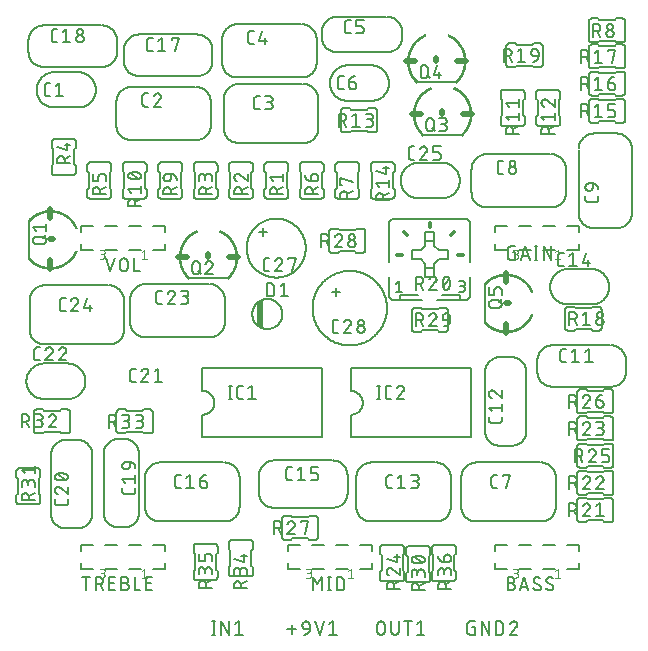
<source format=gbr>
G04 EAGLE Gerber RS-274X export*
G75*
%MOMM*%
%FSLAX34Y34*%
%LPD*%
%INSilkscreen Top*%
%IPPOS*%
%AMOC8*
5,1,8,0,0,1.08239X$1,22.5*%
G01*
%ADD10C,0.152400*%
%ADD11C,0.127000*%
%ADD12C,0.076200*%
%ADD13C,0.203200*%
%ADD14C,0.254000*%
%ADD15C,0.015238*%
%ADD16C,0.508000*%
%ADD17C,0.304800*%


D10*
X253862Y218758D02*
X261313Y218758D01*
X257587Y215033D02*
X257587Y222484D01*
X269158Y219379D02*
X272884Y219379D01*
X269158Y219379D02*
X269060Y219381D01*
X268963Y219387D01*
X268866Y219396D01*
X268769Y219410D01*
X268673Y219427D01*
X268578Y219448D01*
X268484Y219472D01*
X268390Y219501D01*
X268298Y219533D01*
X268207Y219568D01*
X268118Y219607D01*
X268030Y219650D01*
X267944Y219696D01*
X267860Y219745D01*
X267778Y219798D01*
X267698Y219853D01*
X267620Y219912D01*
X267545Y219974D01*
X267472Y220039D01*
X267402Y220107D01*
X267334Y220177D01*
X267269Y220250D01*
X267207Y220325D01*
X267148Y220403D01*
X267093Y220483D01*
X267040Y220565D01*
X266991Y220649D01*
X266945Y220735D01*
X266902Y220823D01*
X266863Y220912D01*
X266828Y221003D01*
X266796Y221095D01*
X266767Y221189D01*
X266743Y221283D01*
X266722Y221378D01*
X266705Y221474D01*
X266691Y221571D01*
X266682Y221668D01*
X266676Y221765D01*
X266674Y221863D01*
X266675Y221863D02*
X266675Y222484D01*
X266677Y222595D01*
X266683Y222705D01*
X266693Y222816D01*
X266707Y222926D01*
X266724Y223035D01*
X266746Y223144D01*
X266771Y223252D01*
X266801Y223358D01*
X266834Y223464D01*
X266871Y223569D01*
X266911Y223672D01*
X266956Y223773D01*
X267003Y223873D01*
X267055Y223972D01*
X267110Y224068D01*
X267168Y224162D01*
X267229Y224254D01*
X267294Y224344D01*
X267362Y224432D01*
X267433Y224517D01*
X267507Y224599D01*
X267584Y224679D01*
X267664Y224756D01*
X267746Y224830D01*
X267831Y224901D01*
X267919Y224969D01*
X268009Y225034D01*
X268101Y225095D01*
X268195Y225153D01*
X268291Y225208D01*
X268390Y225260D01*
X268490Y225307D01*
X268591Y225352D01*
X268694Y225392D01*
X268799Y225429D01*
X268905Y225462D01*
X269011Y225492D01*
X269119Y225517D01*
X269228Y225539D01*
X269337Y225556D01*
X269447Y225570D01*
X269558Y225580D01*
X269668Y225586D01*
X269779Y225588D01*
X269890Y225586D01*
X270000Y225580D01*
X270111Y225570D01*
X270221Y225556D01*
X270330Y225539D01*
X270439Y225517D01*
X270547Y225492D01*
X270653Y225462D01*
X270759Y225429D01*
X270864Y225392D01*
X270967Y225352D01*
X271068Y225307D01*
X271168Y225260D01*
X271267Y225208D01*
X271363Y225153D01*
X271457Y225095D01*
X271549Y225034D01*
X271639Y224969D01*
X271727Y224901D01*
X271812Y224830D01*
X271894Y224756D01*
X271974Y224679D01*
X272051Y224599D01*
X272125Y224517D01*
X272196Y224432D01*
X272264Y224344D01*
X272329Y224254D01*
X272390Y224162D01*
X272448Y224068D01*
X272503Y223972D01*
X272555Y223873D01*
X272602Y223773D01*
X272647Y223672D01*
X272687Y223569D01*
X272724Y223464D01*
X272757Y223358D01*
X272787Y223252D01*
X272812Y223144D01*
X272834Y223035D01*
X272851Y222926D01*
X272865Y222816D01*
X272875Y222705D01*
X272881Y222595D01*
X272883Y222484D01*
X272884Y222484D02*
X272884Y219379D01*
X272882Y219240D01*
X272876Y219100D01*
X272866Y218962D01*
X272853Y218823D01*
X272835Y218685D01*
X272814Y218547D01*
X272789Y218410D01*
X272759Y218274D01*
X272727Y218138D01*
X272690Y218004D01*
X272649Y217871D01*
X272605Y217738D01*
X272557Y217608D01*
X272506Y217478D01*
X272451Y217350D01*
X272392Y217224D01*
X272330Y217099D01*
X272264Y216976D01*
X272195Y216855D01*
X272123Y216736D01*
X272047Y216619D01*
X271968Y216505D01*
X271886Y216392D01*
X271800Y216282D01*
X271712Y216174D01*
X271621Y216069D01*
X271526Y215967D01*
X271429Y215867D01*
X271329Y215770D01*
X271227Y215675D01*
X271122Y215584D01*
X271014Y215496D01*
X270904Y215410D01*
X270791Y215328D01*
X270677Y215249D01*
X270560Y215173D01*
X270441Y215101D01*
X270320Y215032D01*
X270197Y214966D01*
X270072Y214904D01*
X269946Y214845D01*
X269818Y214790D01*
X269688Y214739D01*
X269557Y214691D01*
X269425Y214647D01*
X269292Y214606D01*
X269158Y214569D01*
X269022Y214537D01*
X268886Y214507D01*
X268749Y214482D01*
X268611Y214461D01*
X268473Y214443D01*
X268334Y214430D01*
X268195Y214420D01*
X268056Y214414D01*
X267917Y214412D01*
X281209Y214412D02*
X277484Y225588D01*
X284935Y225588D02*
X281209Y214412D01*
X289535Y223104D02*
X292639Y225588D01*
X292639Y214412D01*
X289535Y214412D02*
X295744Y214412D01*
D11*
X429440Y290160D02*
X439720Y290160D01*
X449720Y290160D02*
X460000Y290160D01*
X470000Y290160D02*
X480280Y290160D01*
X490280Y290160D02*
X500560Y290160D01*
X500560Y285000D01*
X500560Y275000D02*
X500560Y269840D01*
X490280Y269840D01*
X480280Y269840D02*
X470000Y269840D01*
X460000Y269840D02*
X449720Y269840D01*
X439720Y269840D02*
X429440Y269840D01*
X429440Y275000D01*
X429440Y285000D02*
X429440Y290160D01*
D12*
X480621Y268330D02*
X482667Y269967D01*
X482667Y262601D01*
X480621Y262601D02*
X484713Y262601D01*
X447107Y262601D02*
X445061Y262601D01*
X447107Y262601D02*
X447196Y262603D01*
X447285Y262609D01*
X447374Y262619D01*
X447462Y262632D01*
X447550Y262649D01*
X447637Y262671D01*
X447722Y262696D01*
X447807Y262724D01*
X447890Y262757D01*
X447972Y262793D01*
X448052Y262832D01*
X448130Y262875D01*
X448206Y262921D01*
X448281Y262971D01*
X448353Y263024D01*
X448422Y263080D01*
X448489Y263139D01*
X448554Y263200D01*
X448615Y263265D01*
X448674Y263332D01*
X448730Y263401D01*
X448783Y263473D01*
X448833Y263548D01*
X448879Y263624D01*
X448922Y263702D01*
X448961Y263782D01*
X448997Y263864D01*
X449030Y263947D01*
X449058Y264032D01*
X449083Y264117D01*
X449105Y264204D01*
X449122Y264292D01*
X449135Y264380D01*
X449145Y264469D01*
X449151Y264558D01*
X449153Y264647D01*
X449151Y264736D01*
X449145Y264825D01*
X449135Y264914D01*
X449122Y265002D01*
X449105Y265090D01*
X449083Y265177D01*
X449058Y265262D01*
X449030Y265347D01*
X448997Y265430D01*
X448961Y265512D01*
X448922Y265592D01*
X448879Y265670D01*
X448833Y265746D01*
X448783Y265821D01*
X448730Y265893D01*
X448674Y265962D01*
X448615Y266029D01*
X448554Y266094D01*
X448489Y266155D01*
X448422Y266214D01*
X448353Y266270D01*
X448281Y266323D01*
X448206Y266373D01*
X448130Y266419D01*
X448052Y266462D01*
X447972Y266501D01*
X447890Y266537D01*
X447807Y266570D01*
X447722Y266598D01*
X447637Y266623D01*
X447550Y266645D01*
X447462Y266662D01*
X447374Y266675D01*
X447285Y266685D01*
X447196Y266691D01*
X447107Y266693D01*
X447516Y269967D02*
X445061Y269967D01*
X447516Y269967D02*
X447595Y269965D01*
X447674Y269959D01*
X447753Y269950D01*
X447831Y269937D01*
X447908Y269919D01*
X447984Y269899D01*
X448059Y269874D01*
X448133Y269846D01*
X448206Y269815D01*
X448277Y269779D01*
X448346Y269741D01*
X448413Y269699D01*
X448478Y269654D01*
X448541Y269606D01*
X448602Y269555D01*
X448659Y269501D01*
X448715Y269445D01*
X448767Y269386D01*
X448817Y269324D01*
X448863Y269260D01*
X448907Y269194D01*
X448947Y269126D01*
X448983Y269056D01*
X449017Y268984D01*
X449047Y268910D01*
X449073Y268836D01*
X449096Y268760D01*
X449114Y268683D01*
X449130Y268606D01*
X449141Y268527D01*
X449149Y268449D01*
X449153Y268370D01*
X449153Y268290D01*
X449149Y268211D01*
X449141Y268133D01*
X449130Y268054D01*
X449114Y267977D01*
X449096Y267900D01*
X449073Y267824D01*
X449047Y267750D01*
X449017Y267676D01*
X448983Y267604D01*
X448947Y267534D01*
X448907Y267466D01*
X448863Y267400D01*
X448817Y267336D01*
X448767Y267274D01*
X448715Y267215D01*
X448659Y267159D01*
X448602Y267105D01*
X448541Y267054D01*
X448478Y267006D01*
X448413Y266961D01*
X448346Y266919D01*
X448277Y266881D01*
X448206Y266845D01*
X448133Y266814D01*
X448059Y266786D01*
X447984Y266761D01*
X447908Y266741D01*
X447831Y266723D01*
X447753Y266710D01*
X447674Y266701D01*
X447595Y266695D01*
X447516Y266693D01*
X445879Y266693D01*
D10*
X443466Y258147D02*
X440362Y258147D01*
X443466Y258146D02*
X443577Y258144D01*
X443687Y258138D01*
X443798Y258128D01*
X443908Y258114D01*
X444017Y258097D01*
X444126Y258075D01*
X444234Y258050D01*
X444340Y258020D01*
X444446Y257987D01*
X444551Y257950D01*
X444654Y257910D01*
X444755Y257865D01*
X444855Y257818D01*
X444954Y257766D01*
X445050Y257711D01*
X445144Y257653D01*
X445236Y257592D01*
X445326Y257527D01*
X445414Y257459D01*
X445499Y257388D01*
X445581Y257314D01*
X445661Y257237D01*
X445738Y257157D01*
X445812Y257075D01*
X445883Y256990D01*
X445951Y256902D01*
X446016Y256812D01*
X446077Y256720D01*
X446135Y256626D01*
X446190Y256530D01*
X446242Y256431D01*
X446289Y256331D01*
X446334Y256230D01*
X446374Y256127D01*
X446411Y256022D01*
X446444Y255916D01*
X446474Y255810D01*
X446499Y255702D01*
X446521Y255593D01*
X446538Y255484D01*
X446552Y255374D01*
X446562Y255263D01*
X446568Y255153D01*
X446570Y255042D01*
X446568Y254931D01*
X446562Y254821D01*
X446552Y254710D01*
X446538Y254600D01*
X446521Y254491D01*
X446499Y254382D01*
X446474Y254274D01*
X446444Y254168D01*
X446411Y254062D01*
X446374Y253957D01*
X446334Y253854D01*
X446289Y253753D01*
X446242Y253653D01*
X446190Y253554D01*
X446135Y253458D01*
X446077Y253364D01*
X446016Y253272D01*
X445951Y253182D01*
X445883Y253094D01*
X445812Y253009D01*
X445738Y252927D01*
X445661Y252847D01*
X445581Y252770D01*
X445499Y252696D01*
X445414Y252625D01*
X445326Y252557D01*
X445236Y252492D01*
X445144Y252431D01*
X445050Y252373D01*
X444954Y252318D01*
X444855Y252266D01*
X444755Y252219D01*
X444654Y252174D01*
X444551Y252134D01*
X444446Y252097D01*
X444340Y252064D01*
X444234Y252034D01*
X444126Y252009D01*
X444017Y251987D01*
X443908Y251970D01*
X443798Y251956D01*
X443687Y251946D01*
X443577Y251940D01*
X443466Y251938D01*
X440362Y251938D01*
X440362Y263114D01*
X443466Y263114D01*
X443565Y263112D01*
X443663Y263106D01*
X443762Y263096D01*
X443859Y263083D01*
X443957Y263065D01*
X444053Y263044D01*
X444149Y263018D01*
X444243Y262989D01*
X444336Y262957D01*
X444428Y262920D01*
X444518Y262880D01*
X444607Y262836D01*
X444694Y262789D01*
X444779Y262739D01*
X444861Y262685D01*
X444942Y262628D01*
X445020Y262568D01*
X445096Y262504D01*
X445169Y262438D01*
X445240Y262369D01*
X445308Y262297D01*
X445372Y262222D01*
X445434Y262145D01*
X445493Y262066D01*
X445548Y261984D01*
X445601Y261900D01*
X445649Y261815D01*
X445695Y261727D01*
X445737Y261637D01*
X445775Y261546D01*
X445809Y261454D01*
X445840Y261360D01*
X445867Y261265D01*
X445891Y261169D01*
X445910Y261072D01*
X445926Y260975D01*
X445938Y260877D01*
X445946Y260778D01*
X445950Y260679D01*
X445950Y260581D01*
X445946Y260482D01*
X445938Y260383D01*
X445926Y260285D01*
X445910Y260188D01*
X445891Y260091D01*
X445867Y259995D01*
X445840Y259900D01*
X445809Y259806D01*
X445775Y259714D01*
X445737Y259623D01*
X445695Y259533D01*
X445649Y259445D01*
X445601Y259360D01*
X445548Y259276D01*
X445493Y259194D01*
X445434Y259115D01*
X445372Y259038D01*
X445308Y258963D01*
X445240Y258891D01*
X445169Y258822D01*
X445096Y258756D01*
X445020Y258692D01*
X444942Y258632D01*
X444861Y258575D01*
X444779Y258521D01*
X444694Y258471D01*
X444607Y258424D01*
X444518Y258380D01*
X444428Y258340D01*
X444336Y258303D01*
X444243Y258271D01*
X444149Y258242D01*
X444053Y258216D01*
X443957Y258195D01*
X443859Y258177D01*
X443762Y258164D01*
X443663Y258154D01*
X443565Y258148D01*
X443466Y258146D01*
X450578Y251938D02*
X454304Y263114D01*
X458029Y251938D01*
X457098Y254732D02*
X451510Y254732D01*
X465974Y251938D02*
X466071Y251940D01*
X466169Y251946D01*
X466266Y251955D01*
X466363Y251969D01*
X466459Y251986D01*
X466554Y252007D01*
X466648Y252031D01*
X466742Y252060D01*
X466834Y252092D01*
X466925Y252127D01*
X467014Y252166D01*
X467102Y252209D01*
X467188Y252255D01*
X467272Y252304D01*
X467354Y252357D01*
X467434Y252412D01*
X467512Y252471D01*
X467587Y252533D01*
X467660Y252598D01*
X467730Y252666D01*
X467798Y252736D01*
X467863Y252809D01*
X467925Y252884D01*
X467984Y252962D01*
X468039Y253042D01*
X468092Y253124D01*
X468141Y253208D01*
X468187Y253294D01*
X468230Y253382D01*
X468269Y253471D01*
X468304Y253562D01*
X468336Y253654D01*
X468365Y253748D01*
X468389Y253842D01*
X468410Y253937D01*
X468427Y254033D01*
X468441Y254130D01*
X468450Y254227D01*
X468456Y254324D01*
X468458Y254422D01*
X465974Y251938D02*
X465831Y251940D01*
X465688Y251946D01*
X465546Y251955D01*
X465404Y251969D01*
X465262Y251987D01*
X465121Y252008D01*
X464980Y252033D01*
X464840Y252062D01*
X464701Y252095D01*
X464563Y252131D01*
X464426Y252172D01*
X464290Y252216D01*
X464155Y252263D01*
X464022Y252315D01*
X463890Y252370D01*
X463760Y252428D01*
X463631Y252490D01*
X463504Y252556D01*
X463379Y252625D01*
X463256Y252697D01*
X463135Y252773D01*
X463016Y252851D01*
X462899Y252934D01*
X462784Y253019D01*
X462672Y253107D01*
X462562Y253199D01*
X462455Y253293D01*
X462350Y253390D01*
X462248Y253490D01*
X462558Y260630D02*
X462560Y260728D01*
X462566Y260825D01*
X462575Y260922D01*
X462589Y261019D01*
X462606Y261115D01*
X462627Y261210D01*
X462651Y261304D01*
X462680Y261398D01*
X462712Y261490D01*
X462747Y261581D01*
X462786Y261670D01*
X462829Y261758D01*
X462875Y261844D01*
X462924Y261928D01*
X462977Y262010D01*
X463032Y262090D01*
X463091Y262168D01*
X463153Y262243D01*
X463218Y262316D01*
X463286Y262386D01*
X463356Y262454D01*
X463429Y262519D01*
X463504Y262581D01*
X463582Y262640D01*
X463662Y262695D01*
X463744Y262748D01*
X463828Y262797D01*
X463914Y262843D01*
X464002Y262886D01*
X464091Y262925D01*
X464182Y262960D01*
X464274Y262992D01*
X464368Y263021D01*
X464462Y263045D01*
X464557Y263066D01*
X464653Y263083D01*
X464750Y263097D01*
X464847Y263106D01*
X464944Y263112D01*
X465042Y263114D01*
X465172Y263112D01*
X465302Y263107D01*
X465432Y263098D01*
X465562Y263085D01*
X465691Y263069D01*
X465820Y263049D01*
X465948Y263025D01*
X466076Y262998D01*
X466202Y262967D01*
X466328Y262933D01*
X466453Y262895D01*
X466576Y262854D01*
X466699Y262809D01*
X466820Y262761D01*
X466940Y262710D01*
X467058Y262655D01*
X467174Y262597D01*
X467289Y262536D01*
X467403Y262471D01*
X467514Y262404D01*
X467623Y262333D01*
X467731Y262259D01*
X467836Y262183D01*
X463801Y258457D02*
X463718Y258508D01*
X463637Y258562D01*
X463559Y258619D01*
X463483Y258679D01*
X463409Y258742D01*
X463338Y258808D01*
X463269Y258876D01*
X463203Y258947D01*
X463139Y259020D01*
X463079Y259096D01*
X463022Y259174D01*
X462967Y259255D01*
X462916Y259337D01*
X462868Y259421D01*
X462823Y259507D01*
X462781Y259595D01*
X462743Y259684D01*
X462709Y259774D01*
X462677Y259866D01*
X462650Y259959D01*
X462626Y260053D01*
X462605Y260148D01*
X462589Y260244D01*
X462576Y260340D01*
X462566Y260436D01*
X462561Y260533D01*
X462559Y260630D01*
X467215Y256595D02*
X467298Y256544D01*
X467379Y256490D01*
X467457Y256433D01*
X467533Y256373D01*
X467607Y256310D01*
X467678Y256244D01*
X467747Y256176D01*
X467813Y256105D01*
X467877Y256032D01*
X467937Y255956D01*
X467994Y255878D01*
X468049Y255797D01*
X468100Y255715D01*
X468148Y255631D01*
X468193Y255545D01*
X468235Y255457D01*
X468273Y255368D01*
X468307Y255278D01*
X468339Y255186D01*
X468366Y255093D01*
X468390Y254999D01*
X468411Y254904D01*
X468427Y254808D01*
X468440Y254712D01*
X468450Y254616D01*
X468455Y254519D01*
X468457Y254422D01*
X467215Y256595D02*
X463801Y258457D01*
X476642Y251938D02*
X476739Y251940D01*
X476837Y251946D01*
X476934Y251955D01*
X477031Y251969D01*
X477127Y251986D01*
X477222Y252007D01*
X477316Y252031D01*
X477410Y252060D01*
X477502Y252092D01*
X477593Y252127D01*
X477682Y252166D01*
X477770Y252209D01*
X477856Y252255D01*
X477940Y252304D01*
X478022Y252357D01*
X478102Y252412D01*
X478180Y252471D01*
X478255Y252533D01*
X478328Y252598D01*
X478398Y252666D01*
X478466Y252736D01*
X478531Y252809D01*
X478593Y252884D01*
X478652Y252962D01*
X478707Y253042D01*
X478760Y253124D01*
X478809Y253208D01*
X478855Y253294D01*
X478898Y253382D01*
X478937Y253471D01*
X478972Y253562D01*
X479004Y253654D01*
X479033Y253748D01*
X479057Y253842D01*
X479078Y253937D01*
X479095Y254033D01*
X479109Y254130D01*
X479118Y254227D01*
X479124Y254324D01*
X479126Y254422D01*
X476642Y251938D02*
X476499Y251940D01*
X476356Y251946D01*
X476214Y251955D01*
X476072Y251969D01*
X475930Y251987D01*
X475789Y252008D01*
X475648Y252033D01*
X475508Y252062D01*
X475369Y252095D01*
X475231Y252131D01*
X475094Y252172D01*
X474958Y252216D01*
X474823Y252263D01*
X474690Y252315D01*
X474558Y252370D01*
X474428Y252428D01*
X474299Y252490D01*
X474172Y252556D01*
X474047Y252625D01*
X473924Y252697D01*
X473803Y252773D01*
X473684Y252851D01*
X473567Y252934D01*
X473452Y253019D01*
X473340Y253107D01*
X473230Y253199D01*
X473123Y253293D01*
X473018Y253390D01*
X472916Y253490D01*
X473226Y260630D02*
X473228Y260728D01*
X473234Y260825D01*
X473243Y260922D01*
X473257Y261019D01*
X473274Y261115D01*
X473295Y261210D01*
X473319Y261304D01*
X473348Y261398D01*
X473380Y261490D01*
X473415Y261581D01*
X473454Y261670D01*
X473497Y261758D01*
X473543Y261844D01*
X473592Y261928D01*
X473645Y262010D01*
X473700Y262090D01*
X473759Y262168D01*
X473821Y262243D01*
X473886Y262316D01*
X473954Y262386D01*
X474024Y262454D01*
X474097Y262519D01*
X474172Y262581D01*
X474250Y262640D01*
X474330Y262695D01*
X474412Y262748D01*
X474496Y262797D01*
X474582Y262843D01*
X474670Y262886D01*
X474759Y262925D01*
X474850Y262960D01*
X474942Y262992D01*
X475036Y263021D01*
X475130Y263045D01*
X475225Y263066D01*
X475321Y263083D01*
X475418Y263097D01*
X475515Y263106D01*
X475612Y263112D01*
X475710Y263114D01*
X475840Y263112D01*
X475970Y263107D01*
X476100Y263098D01*
X476230Y263085D01*
X476359Y263069D01*
X476488Y263049D01*
X476616Y263025D01*
X476744Y262998D01*
X476870Y262967D01*
X476996Y262933D01*
X477121Y262895D01*
X477244Y262854D01*
X477367Y262809D01*
X477488Y262761D01*
X477608Y262710D01*
X477726Y262655D01*
X477842Y262597D01*
X477957Y262536D01*
X478071Y262471D01*
X478182Y262404D01*
X478291Y262333D01*
X478399Y262259D01*
X478504Y262183D01*
X474469Y258457D02*
X474386Y258508D01*
X474305Y258562D01*
X474227Y258619D01*
X474151Y258679D01*
X474077Y258742D01*
X474006Y258808D01*
X473937Y258876D01*
X473871Y258947D01*
X473807Y259020D01*
X473747Y259096D01*
X473690Y259174D01*
X473635Y259255D01*
X473584Y259337D01*
X473536Y259421D01*
X473491Y259507D01*
X473449Y259595D01*
X473411Y259684D01*
X473377Y259774D01*
X473345Y259866D01*
X473318Y259959D01*
X473294Y260053D01*
X473273Y260148D01*
X473257Y260244D01*
X473244Y260340D01*
X473234Y260436D01*
X473229Y260533D01*
X473227Y260630D01*
X477883Y256595D02*
X477966Y256544D01*
X478047Y256490D01*
X478125Y256433D01*
X478201Y256373D01*
X478275Y256310D01*
X478346Y256244D01*
X478415Y256176D01*
X478481Y256105D01*
X478545Y256032D01*
X478605Y255956D01*
X478662Y255878D01*
X478717Y255797D01*
X478768Y255715D01*
X478816Y255631D01*
X478861Y255545D01*
X478903Y255457D01*
X478941Y255368D01*
X478975Y255278D01*
X479007Y255186D01*
X479034Y255093D01*
X479058Y254999D01*
X479079Y254904D01*
X479095Y254808D01*
X479108Y254712D01*
X479118Y254616D01*
X479123Y254519D01*
X479125Y254422D01*
X477883Y256595D02*
X474469Y258457D01*
X56700Y690700D02*
X56338Y690696D01*
X55975Y690682D01*
X55613Y690661D01*
X55252Y690630D01*
X54892Y690591D01*
X54533Y690543D01*
X54175Y690486D01*
X53818Y690421D01*
X53463Y690347D01*
X53110Y690264D01*
X52759Y690173D01*
X52411Y690074D01*
X52065Y689966D01*
X51721Y689850D01*
X51381Y689725D01*
X51044Y689593D01*
X50710Y689452D01*
X50379Y689303D01*
X50052Y689146D01*
X49729Y688982D01*
X49410Y688810D01*
X49096Y688630D01*
X48785Y688442D01*
X48480Y688247D01*
X48179Y688045D01*
X47883Y687835D01*
X47593Y687619D01*
X47307Y687395D01*
X47027Y687165D01*
X46753Y686928D01*
X46485Y686684D01*
X46222Y686434D01*
X45966Y686178D01*
X45716Y685915D01*
X45472Y685647D01*
X45235Y685373D01*
X45005Y685093D01*
X44781Y684807D01*
X44565Y684517D01*
X44355Y684221D01*
X44153Y683920D01*
X43958Y683615D01*
X43770Y683304D01*
X43590Y682990D01*
X43418Y682671D01*
X43254Y682348D01*
X43097Y682021D01*
X42948Y681690D01*
X42807Y681356D01*
X42675Y681019D01*
X42550Y680679D01*
X42434Y680335D01*
X42326Y679989D01*
X42227Y679641D01*
X42136Y679290D01*
X42053Y678937D01*
X41979Y678582D01*
X41914Y678225D01*
X41857Y677867D01*
X41809Y677508D01*
X41770Y677148D01*
X41739Y676787D01*
X41718Y676425D01*
X41704Y676062D01*
X41700Y675700D01*
D13*
X56700Y690700D02*
X76700Y690700D01*
D10*
X77062Y690696D01*
X77425Y690682D01*
X77787Y690661D01*
X78148Y690630D01*
X78508Y690591D01*
X78867Y690543D01*
X79225Y690486D01*
X79582Y690421D01*
X79937Y690347D01*
X80290Y690264D01*
X80641Y690173D01*
X80989Y690074D01*
X81335Y689966D01*
X81679Y689850D01*
X82019Y689725D01*
X82356Y689593D01*
X82690Y689452D01*
X83021Y689303D01*
X83348Y689146D01*
X83671Y688982D01*
X83990Y688810D01*
X84304Y688630D01*
X84615Y688442D01*
X84920Y688247D01*
X85221Y688045D01*
X85517Y687835D01*
X85807Y687619D01*
X86093Y687395D01*
X86373Y687165D01*
X86647Y686928D01*
X86915Y686684D01*
X87178Y686434D01*
X87434Y686178D01*
X87684Y685915D01*
X87928Y685647D01*
X88165Y685373D01*
X88395Y685093D01*
X88619Y684807D01*
X88835Y684517D01*
X89045Y684221D01*
X89247Y683920D01*
X89442Y683615D01*
X89630Y683304D01*
X89810Y682990D01*
X89982Y682671D01*
X90146Y682348D01*
X90303Y682021D01*
X90452Y681690D01*
X90593Y681356D01*
X90725Y681019D01*
X90850Y680679D01*
X90966Y680335D01*
X91074Y679989D01*
X91173Y679641D01*
X91264Y679290D01*
X91347Y678937D01*
X91421Y678582D01*
X91486Y678225D01*
X91543Y677867D01*
X91591Y677508D01*
X91630Y677148D01*
X91661Y676787D01*
X91682Y676425D01*
X91696Y676062D01*
X91700Y675700D01*
X91696Y675338D01*
X91682Y674975D01*
X91661Y674613D01*
X91630Y674252D01*
X91591Y673892D01*
X91543Y673533D01*
X91486Y673175D01*
X91421Y672818D01*
X91347Y672463D01*
X91264Y672110D01*
X91173Y671759D01*
X91074Y671411D01*
X90966Y671065D01*
X90850Y670721D01*
X90725Y670381D01*
X90593Y670044D01*
X90452Y669710D01*
X90303Y669379D01*
X90146Y669052D01*
X89982Y668729D01*
X89810Y668410D01*
X89630Y668096D01*
X89442Y667785D01*
X89247Y667480D01*
X89045Y667179D01*
X88835Y666883D01*
X88619Y666593D01*
X88395Y666307D01*
X88165Y666027D01*
X87928Y665753D01*
X87684Y665485D01*
X87434Y665222D01*
X87178Y664966D01*
X86915Y664716D01*
X86647Y664472D01*
X86373Y664235D01*
X86093Y664005D01*
X85807Y663781D01*
X85517Y663565D01*
X85221Y663355D01*
X84920Y663153D01*
X84615Y662958D01*
X84304Y662770D01*
X83990Y662590D01*
X83671Y662418D01*
X83348Y662254D01*
X83021Y662097D01*
X82690Y661948D01*
X82356Y661807D01*
X82019Y661675D01*
X81679Y661550D01*
X81335Y661434D01*
X80989Y661326D01*
X80641Y661227D01*
X80290Y661136D01*
X79937Y661053D01*
X79582Y660979D01*
X79225Y660914D01*
X78867Y660857D01*
X78508Y660809D01*
X78148Y660770D01*
X77787Y660739D01*
X77425Y660718D01*
X77062Y660704D01*
X76700Y660700D01*
D13*
X56700Y660700D01*
D10*
X56338Y660704D01*
X55975Y660718D01*
X55613Y660739D01*
X55252Y660770D01*
X54892Y660809D01*
X54533Y660857D01*
X54175Y660914D01*
X53818Y660979D01*
X53463Y661053D01*
X53110Y661136D01*
X52759Y661227D01*
X52411Y661326D01*
X52065Y661434D01*
X51721Y661550D01*
X51381Y661675D01*
X51044Y661807D01*
X50710Y661948D01*
X50379Y662097D01*
X50052Y662254D01*
X49729Y662418D01*
X49410Y662590D01*
X49096Y662770D01*
X48785Y662958D01*
X48480Y663153D01*
X48179Y663355D01*
X47883Y663565D01*
X47593Y663781D01*
X47307Y664005D01*
X47027Y664235D01*
X46753Y664472D01*
X46485Y664716D01*
X46222Y664966D01*
X45966Y665222D01*
X45716Y665485D01*
X45472Y665753D01*
X45235Y666027D01*
X45005Y666307D01*
X44781Y666593D01*
X44565Y666883D01*
X44355Y667179D01*
X44153Y667480D01*
X43958Y667785D01*
X43770Y668096D01*
X43590Y668410D01*
X43418Y668729D01*
X43254Y669052D01*
X43097Y669379D01*
X42948Y669710D01*
X42807Y670044D01*
X42675Y670381D01*
X42550Y670721D01*
X42434Y671065D01*
X42326Y671411D01*
X42227Y671759D01*
X42136Y672110D01*
X42053Y672463D01*
X41979Y672818D01*
X41914Y673175D01*
X41857Y673533D01*
X41809Y673892D01*
X41770Y674252D01*
X41739Y674613D01*
X41718Y674975D01*
X41704Y675338D01*
X41700Y675700D01*
X50784Y670400D02*
X53267Y670400D01*
X50784Y670400D02*
X50686Y670402D01*
X50589Y670408D01*
X50492Y670417D01*
X50395Y670431D01*
X50299Y670448D01*
X50204Y670469D01*
X50110Y670493D01*
X50016Y670522D01*
X49924Y670554D01*
X49833Y670589D01*
X49744Y670628D01*
X49656Y670671D01*
X49570Y670717D01*
X49486Y670766D01*
X49404Y670819D01*
X49324Y670874D01*
X49246Y670933D01*
X49171Y670995D01*
X49098Y671060D01*
X49028Y671128D01*
X48960Y671198D01*
X48895Y671271D01*
X48833Y671346D01*
X48774Y671424D01*
X48719Y671504D01*
X48666Y671586D01*
X48617Y671670D01*
X48571Y671756D01*
X48528Y671844D01*
X48489Y671933D01*
X48454Y672024D01*
X48422Y672116D01*
X48393Y672210D01*
X48369Y672304D01*
X48348Y672399D01*
X48331Y672495D01*
X48317Y672592D01*
X48308Y672689D01*
X48302Y672786D01*
X48300Y672884D01*
X48300Y679092D01*
X48302Y679190D01*
X48308Y679287D01*
X48317Y679384D01*
X48331Y679481D01*
X48348Y679577D01*
X48369Y679672D01*
X48393Y679766D01*
X48422Y679860D01*
X48454Y679952D01*
X48489Y680043D01*
X48528Y680132D01*
X48571Y680220D01*
X48617Y680306D01*
X48666Y680390D01*
X48719Y680472D01*
X48774Y680552D01*
X48833Y680630D01*
X48895Y680705D01*
X48960Y680778D01*
X49028Y680848D01*
X49098Y680916D01*
X49171Y680981D01*
X49246Y681043D01*
X49324Y681102D01*
X49404Y681157D01*
X49486Y681210D01*
X49570Y681259D01*
X49656Y681305D01*
X49744Y681348D01*
X49833Y681387D01*
X49924Y681422D01*
X50016Y681454D01*
X50110Y681483D01*
X50204Y681507D01*
X50299Y681528D01*
X50395Y681545D01*
X50492Y681559D01*
X50589Y681568D01*
X50686Y681574D01*
X50784Y681576D01*
X53267Y681576D01*
X57867Y679092D02*
X60971Y681576D01*
X60971Y670400D01*
X57867Y670400D02*
X64075Y670400D01*
D13*
X478300Y459400D02*
X527228Y459400D01*
D10*
X478300Y459400D02*
X477993Y459396D01*
X477686Y459385D01*
X477380Y459367D01*
X477074Y459341D01*
X476769Y459307D01*
X476465Y459267D01*
X476162Y459219D01*
X475860Y459163D01*
X475560Y459101D01*
X475261Y459031D01*
X474964Y458954D01*
X474668Y458870D01*
X474375Y458778D01*
X474085Y458680D01*
X473797Y458575D01*
X473511Y458462D01*
X473228Y458343D01*
X472948Y458217D01*
X472671Y458085D01*
X472398Y457945D01*
X472128Y457799D01*
X471862Y457647D01*
X471599Y457488D01*
X471340Y457323D01*
X471086Y457152D01*
X470835Y456975D01*
X470589Y456791D01*
X470347Y456602D01*
X470111Y456407D01*
X469878Y456206D01*
X469651Y456000D01*
X469429Y455788D01*
X469212Y455571D01*
X469000Y455349D01*
X468794Y455122D01*
X468593Y454889D01*
X468398Y454653D01*
X468209Y454411D01*
X468025Y454165D01*
X467848Y453914D01*
X467677Y453660D01*
X467512Y453401D01*
X467353Y453138D01*
X467201Y452872D01*
X467055Y452602D01*
X466915Y452329D01*
X466783Y452052D01*
X466657Y451772D01*
X466538Y451489D01*
X466425Y451203D01*
X466320Y450915D01*
X466222Y450625D01*
X466130Y450332D01*
X466046Y450036D01*
X465969Y449739D01*
X465899Y449440D01*
X465837Y449140D01*
X465781Y448838D01*
X465733Y448535D01*
X465693Y448231D01*
X465659Y447926D01*
X465633Y447620D01*
X465615Y447314D01*
X465604Y447007D01*
X465600Y446700D01*
D13*
X465600Y437100D01*
D10*
X465604Y436793D01*
X465615Y436486D01*
X465633Y436180D01*
X465659Y435874D01*
X465693Y435569D01*
X465733Y435265D01*
X465781Y434962D01*
X465837Y434660D01*
X465899Y434360D01*
X465969Y434061D01*
X466046Y433764D01*
X466130Y433468D01*
X466222Y433175D01*
X466320Y432885D01*
X466425Y432597D01*
X466538Y432311D01*
X466657Y432028D01*
X466783Y431748D01*
X466915Y431471D01*
X467055Y431198D01*
X467201Y430928D01*
X467353Y430662D01*
X467512Y430399D01*
X467677Y430140D01*
X467848Y429886D01*
X468025Y429635D01*
X468209Y429389D01*
X468398Y429147D01*
X468593Y428911D01*
X468794Y428678D01*
X469000Y428451D01*
X469212Y428229D01*
X469429Y428012D01*
X469651Y427800D01*
X469878Y427594D01*
X470111Y427393D01*
X470347Y427198D01*
X470589Y427009D01*
X470835Y426825D01*
X471086Y426648D01*
X471340Y426477D01*
X471599Y426312D01*
X471862Y426153D01*
X472128Y426001D01*
X472398Y425855D01*
X472671Y425715D01*
X472948Y425583D01*
X473228Y425457D01*
X473511Y425338D01*
X473797Y425225D01*
X474085Y425120D01*
X474375Y425022D01*
X474668Y424930D01*
X474964Y424846D01*
X475261Y424769D01*
X475560Y424699D01*
X475860Y424637D01*
X476162Y424581D01*
X476465Y424533D01*
X476769Y424493D01*
X477074Y424459D01*
X477380Y424433D01*
X477686Y424415D01*
X477993Y424404D01*
X478300Y424400D01*
D13*
X527900Y424400D01*
D10*
X528207Y424404D01*
X528514Y424415D01*
X528820Y424433D01*
X529126Y424459D01*
X529431Y424493D01*
X529735Y424533D01*
X530038Y424581D01*
X530340Y424637D01*
X530640Y424699D01*
X530939Y424769D01*
X531236Y424846D01*
X531532Y424930D01*
X531825Y425022D01*
X532115Y425120D01*
X532403Y425225D01*
X532689Y425338D01*
X532972Y425457D01*
X533252Y425583D01*
X533529Y425715D01*
X533802Y425855D01*
X534072Y426001D01*
X534338Y426153D01*
X534601Y426312D01*
X534860Y426477D01*
X535114Y426648D01*
X535365Y426825D01*
X535611Y427009D01*
X535853Y427198D01*
X536089Y427393D01*
X536322Y427594D01*
X536549Y427800D01*
X536771Y428012D01*
X536988Y428229D01*
X537200Y428451D01*
X537406Y428678D01*
X537607Y428911D01*
X537802Y429147D01*
X537991Y429389D01*
X538175Y429635D01*
X538352Y429886D01*
X538523Y430140D01*
X538688Y430399D01*
X538847Y430662D01*
X538999Y430928D01*
X539145Y431198D01*
X539285Y431471D01*
X539417Y431748D01*
X539543Y432028D01*
X539662Y432311D01*
X539775Y432597D01*
X539880Y432885D01*
X539978Y433175D01*
X540070Y433468D01*
X540154Y433764D01*
X540231Y434061D01*
X540301Y434360D01*
X540363Y434660D01*
X540419Y434962D01*
X540467Y435265D01*
X540507Y435569D01*
X540541Y435874D01*
X540567Y436180D01*
X540585Y436486D01*
X540596Y436793D01*
X540600Y437100D01*
D13*
X540600Y446700D01*
D10*
X540596Y447007D01*
X540585Y447314D01*
X540567Y447620D01*
X540541Y447926D01*
X540507Y448231D01*
X540467Y448535D01*
X540419Y448838D01*
X540363Y449140D01*
X540301Y449440D01*
X540231Y449739D01*
X540154Y450036D01*
X540070Y450332D01*
X539978Y450625D01*
X539880Y450915D01*
X539775Y451203D01*
X539662Y451489D01*
X539543Y451772D01*
X539417Y452052D01*
X539285Y452329D01*
X539145Y452602D01*
X538999Y452872D01*
X538847Y453138D01*
X538688Y453401D01*
X538523Y453660D01*
X538352Y453914D01*
X538175Y454165D01*
X537991Y454411D01*
X537802Y454653D01*
X537607Y454889D01*
X537406Y455122D01*
X537200Y455349D01*
X536988Y455571D01*
X536771Y455788D01*
X536549Y456000D01*
X536322Y456206D01*
X536089Y456407D01*
X535853Y456602D01*
X535611Y456791D01*
X535365Y456975D01*
X535114Y457152D01*
X534860Y457323D01*
X534601Y457488D01*
X534338Y457647D01*
X534072Y457799D01*
X533802Y457945D01*
X533529Y458085D01*
X533252Y458217D01*
X532972Y458343D01*
X532689Y458462D01*
X532403Y458575D01*
X532115Y458680D01*
X531825Y458778D01*
X531532Y458870D01*
X531236Y458954D01*
X530939Y459031D01*
X530640Y459101D01*
X530340Y459163D01*
X530038Y459219D01*
X529735Y459267D01*
X529431Y459307D01*
X529126Y459341D01*
X528820Y459367D01*
X528514Y459385D01*
X528207Y459396D01*
X527900Y459400D01*
X490089Y445162D02*
X487606Y445162D01*
X487508Y445164D01*
X487411Y445170D01*
X487314Y445179D01*
X487217Y445193D01*
X487121Y445210D01*
X487026Y445231D01*
X486932Y445255D01*
X486838Y445284D01*
X486746Y445316D01*
X486655Y445351D01*
X486566Y445390D01*
X486478Y445433D01*
X486392Y445479D01*
X486308Y445528D01*
X486226Y445581D01*
X486146Y445636D01*
X486068Y445695D01*
X485993Y445757D01*
X485920Y445822D01*
X485850Y445890D01*
X485782Y445960D01*
X485717Y446033D01*
X485655Y446108D01*
X485596Y446186D01*
X485541Y446266D01*
X485488Y446348D01*
X485439Y446432D01*
X485393Y446518D01*
X485350Y446606D01*
X485311Y446695D01*
X485276Y446786D01*
X485244Y446878D01*
X485215Y446972D01*
X485191Y447066D01*
X485170Y447161D01*
X485153Y447257D01*
X485139Y447354D01*
X485130Y447451D01*
X485124Y447548D01*
X485122Y447646D01*
X485122Y453854D01*
X485124Y453952D01*
X485130Y454049D01*
X485139Y454146D01*
X485153Y454243D01*
X485170Y454339D01*
X485191Y454434D01*
X485215Y454528D01*
X485244Y454622D01*
X485276Y454714D01*
X485311Y454805D01*
X485350Y454894D01*
X485393Y454982D01*
X485439Y455068D01*
X485488Y455152D01*
X485541Y455234D01*
X485596Y455314D01*
X485655Y455392D01*
X485717Y455467D01*
X485782Y455540D01*
X485850Y455610D01*
X485920Y455678D01*
X485993Y455743D01*
X486068Y455805D01*
X486146Y455864D01*
X486226Y455919D01*
X486308Y455972D01*
X486392Y456021D01*
X486478Y456067D01*
X486566Y456110D01*
X486655Y456149D01*
X486746Y456184D01*
X486838Y456216D01*
X486932Y456245D01*
X487026Y456269D01*
X487121Y456290D01*
X487217Y456307D01*
X487314Y456321D01*
X487411Y456330D01*
X487508Y456336D01*
X487606Y456338D01*
X490089Y456338D01*
X494689Y453854D02*
X497793Y456338D01*
X497793Y445162D01*
X494689Y445162D02*
X500897Y445162D01*
X506119Y453854D02*
X509223Y456338D01*
X509223Y445162D01*
X506119Y445162D02*
X512327Y445162D01*
D13*
X421300Y436028D02*
X421300Y387100D01*
D10*
X421304Y386793D01*
X421315Y386486D01*
X421333Y386180D01*
X421359Y385874D01*
X421393Y385569D01*
X421433Y385265D01*
X421481Y384962D01*
X421537Y384660D01*
X421599Y384360D01*
X421669Y384061D01*
X421746Y383764D01*
X421830Y383468D01*
X421922Y383175D01*
X422020Y382885D01*
X422125Y382597D01*
X422238Y382311D01*
X422357Y382028D01*
X422483Y381748D01*
X422615Y381471D01*
X422755Y381198D01*
X422901Y380928D01*
X423053Y380662D01*
X423212Y380399D01*
X423377Y380140D01*
X423548Y379886D01*
X423725Y379635D01*
X423909Y379389D01*
X424098Y379147D01*
X424293Y378911D01*
X424494Y378678D01*
X424700Y378451D01*
X424912Y378229D01*
X425129Y378012D01*
X425351Y377800D01*
X425578Y377594D01*
X425811Y377393D01*
X426047Y377198D01*
X426289Y377009D01*
X426535Y376825D01*
X426786Y376648D01*
X427040Y376477D01*
X427299Y376312D01*
X427562Y376153D01*
X427828Y376001D01*
X428098Y375855D01*
X428371Y375715D01*
X428648Y375583D01*
X428928Y375457D01*
X429211Y375338D01*
X429497Y375225D01*
X429785Y375120D01*
X430075Y375022D01*
X430368Y374930D01*
X430664Y374846D01*
X430961Y374769D01*
X431260Y374699D01*
X431560Y374637D01*
X431862Y374581D01*
X432165Y374533D01*
X432469Y374493D01*
X432774Y374459D01*
X433080Y374433D01*
X433386Y374415D01*
X433693Y374404D01*
X434000Y374400D01*
D13*
X443600Y374400D01*
D10*
X443907Y374404D01*
X444214Y374415D01*
X444520Y374433D01*
X444826Y374459D01*
X445131Y374493D01*
X445435Y374533D01*
X445738Y374581D01*
X446040Y374637D01*
X446340Y374699D01*
X446639Y374769D01*
X446936Y374846D01*
X447232Y374930D01*
X447525Y375022D01*
X447815Y375120D01*
X448103Y375225D01*
X448389Y375338D01*
X448672Y375457D01*
X448952Y375583D01*
X449229Y375715D01*
X449502Y375855D01*
X449772Y376001D01*
X450038Y376153D01*
X450301Y376312D01*
X450560Y376477D01*
X450814Y376648D01*
X451065Y376825D01*
X451311Y377009D01*
X451553Y377198D01*
X451789Y377393D01*
X452022Y377594D01*
X452249Y377800D01*
X452471Y378012D01*
X452688Y378229D01*
X452900Y378451D01*
X453106Y378678D01*
X453307Y378911D01*
X453502Y379147D01*
X453691Y379389D01*
X453875Y379635D01*
X454052Y379886D01*
X454223Y380140D01*
X454388Y380399D01*
X454547Y380662D01*
X454699Y380928D01*
X454845Y381198D01*
X454985Y381471D01*
X455117Y381748D01*
X455243Y382028D01*
X455362Y382311D01*
X455475Y382597D01*
X455580Y382885D01*
X455678Y383175D01*
X455770Y383468D01*
X455854Y383764D01*
X455931Y384061D01*
X456001Y384360D01*
X456063Y384660D01*
X456119Y384962D01*
X456167Y385265D01*
X456207Y385569D01*
X456241Y385874D01*
X456267Y386180D01*
X456285Y386486D01*
X456296Y386793D01*
X456300Y387100D01*
D13*
X456300Y436700D01*
D10*
X456296Y437007D01*
X456285Y437314D01*
X456267Y437620D01*
X456241Y437926D01*
X456207Y438231D01*
X456167Y438535D01*
X456119Y438838D01*
X456063Y439140D01*
X456001Y439440D01*
X455931Y439739D01*
X455854Y440036D01*
X455770Y440332D01*
X455678Y440625D01*
X455580Y440915D01*
X455475Y441203D01*
X455362Y441489D01*
X455243Y441772D01*
X455117Y442052D01*
X454985Y442329D01*
X454845Y442602D01*
X454699Y442872D01*
X454547Y443138D01*
X454388Y443401D01*
X454223Y443660D01*
X454052Y443914D01*
X453875Y444165D01*
X453691Y444411D01*
X453502Y444653D01*
X453307Y444889D01*
X453106Y445122D01*
X452900Y445349D01*
X452688Y445571D01*
X452471Y445788D01*
X452249Y446000D01*
X452022Y446206D01*
X451789Y446407D01*
X451553Y446602D01*
X451311Y446791D01*
X451065Y446975D01*
X450814Y447152D01*
X450560Y447323D01*
X450301Y447488D01*
X450038Y447647D01*
X449772Y447799D01*
X449502Y447945D01*
X449229Y448085D01*
X448952Y448217D01*
X448672Y448343D01*
X448389Y448462D01*
X448103Y448575D01*
X447815Y448680D01*
X447525Y448778D01*
X447232Y448870D01*
X446936Y448954D01*
X446639Y449031D01*
X446340Y449101D01*
X446040Y449163D01*
X445738Y449219D01*
X445435Y449267D01*
X445131Y449307D01*
X444826Y449341D01*
X444520Y449367D01*
X444214Y449385D01*
X443907Y449396D01*
X443600Y449400D01*
D13*
X434000Y449400D01*
D10*
X433693Y449396D01*
X433386Y449385D01*
X433080Y449367D01*
X432774Y449341D01*
X432469Y449307D01*
X432165Y449267D01*
X431862Y449219D01*
X431560Y449163D01*
X431260Y449101D01*
X430961Y449031D01*
X430664Y448954D01*
X430368Y448870D01*
X430075Y448778D01*
X429785Y448680D01*
X429497Y448575D01*
X429211Y448462D01*
X428928Y448343D01*
X428648Y448217D01*
X428371Y448085D01*
X428098Y447945D01*
X427828Y447799D01*
X427562Y447647D01*
X427299Y447488D01*
X427040Y447323D01*
X426786Y447152D01*
X426535Y446975D01*
X426289Y446791D01*
X426047Y446602D01*
X425811Y446407D01*
X425578Y446206D01*
X425351Y446000D01*
X425129Y445788D01*
X424912Y445571D01*
X424700Y445349D01*
X424494Y445122D01*
X424293Y444889D01*
X424098Y444653D01*
X423909Y444411D01*
X423725Y444165D01*
X423548Y443914D01*
X423377Y443660D01*
X423212Y443401D01*
X423053Y443138D01*
X422901Y442872D01*
X422755Y442602D01*
X422615Y442329D01*
X422483Y442052D01*
X422357Y441772D01*
X422238Y441489D01*
X422125Y441203D01*
X422020Y440915D01*
X421922Y440625D01*
X421830Y440332D01*
X421746Y440036D01*
X421669Y439739D01*
X421599Y439440D01*
X421537Y439140D01*
X421481Y438838D01*
X421433Y438535D01*
X421393Y438231D01*
X421359Y437926D01*
X421333Y437620D01*
X421315Y437314D01*
X421304Y437007D01*
X421300Y436700D01*
X435538Y398889D02*
X435538Y396406D01*
X435536Y396308D01*
X435530Y396211D01*
X435521Y396114D01*
X435507Y396017D01*
X435490Y395921D01*
X435469Y395826D01*
X435445Y395732D01*
X435416Y395638D01*
X435384Y395546D01*
X435349Y395455D01*
X435310Y395366D01*
X435267Y395278D01*
X435221Y395192D01*
X435172Y395108D01*
X435119Y395026D01*
X435064Y394946D01*
X435005Y394868D01*
X434943Y394793D01*
X434878Y394720D01*
X434810Y394650D01*
X434740Y394582D01*
X434667Y394517D01*
X434592Y394455D01*
X434514Y394396D01*
X434434Y394341D01*
X434352Y394288D01*
X434268Y394239D01*
X434182Y394193D01*
X434094Y394150D01*
X434005Y394111D01*
X433914Y394076D01*
X433822Y394044D01*
X433728Y394015D01*
X433634Y393991D01*
X433539Y393970D01*
X433443Y393953D01*
X433346Y393939D01*
X433249Y393930D01*
X433152Y393924D01*
X433054Y393922D01*
X426846Y393922D01*
X426748Y393924D01*
X426651Y393930D01*
X426554Y393939D01*
X426457Y393953D01*
X426361Y393970D01*
X426266Y393991D01*
X426172Y394015D01*
X426078Y394044D01*
X425986Y394076D01*
X425895Y394111D01*
X425806Y394150D01*
X425718Y394193D01*
X425632Y394239D01*
X425548Y394288D01*
X425466Y394341D01*
X425386Y394396D01*
X425308Y394455D01*
X425233Y394517D01*
X425160Y394582D01*
X425090Y394650D01*
X425022Y394720D01*
X424957Y394793D01*
X424895Y394868D01*
X424836Y394946D01*
X424781Y395026D01*
X424728Y395108D01*
X424679Y395192D01*
X424633Y395278D01*
X424590Y395366D01*
X424551Y395455D01*
X424516Y395546D01*
X424484Y395638D01*
X424455Y395732D01*
X424431Y395826D01*
X424410Y395921D01*
X424393Y396017D01*
X424379Y396114D01*
X424370Y396211D01*
X424364Y396308D01*
X424362Y396406D01*
X424362Y398889D01*
X426846Y403489D02*
X424362Y406593D01*
X435538Y406593D01*
X435538Y403489D02*
X435538Y409697D01*
X424362Y418333D02*
X424364Y418437D01*
X424370Y418542D01*
X424380Y418646D01*
X424393Y418749D01*
X424411Y418852D01*
X424432Y418955D01*
X424457Y419056D01*
X424486Y419157D01*
X424519Y419256D01*
X424555Y419354D01*
X424595Y419450D01*
X424639Y419545D01*
X424686Y419639D01*
X424736Y419730D01*
X424790Y419819D01*
X424847Y419907D01*
X424908Y419992D01*
X424972Y420075D01*
X425038Y420155D01*
X425108Y420233D01*
X425180Y420309D01*
X425256Y420381D01*
X425334Y420451D01*
X425414Y420517D01*
X425497Y420581D01*
X425582Y420642D01*
X425670Y420699D01*
X425759Y420753D01*
X425850Y420803D01*
X425944Y420850D01*
X426039Y420894D01*
X426135Y420934D01*
X426233Y420970D01*
X426332Y421003D01*
X426433Y421032D01*
X426534Y421057D01*
X426637Y421078D01*
X426740Y421096D01*
X426843Y421109D01*
X426947Y421119D01*
X427052Y421125D01*
X427156Y421127D01*
X424362Y418333D02*
X424364Y418214D01*
X424370Y418096D01*
X424380Y417977D01*
X424393Y417859D01*
X424411Y417742D01*
X424433Y417625D01*
X424458Y417509D01*
X424487Y417394D01*
X424520Y417279D01*
X424557Y417166D01*
X424597Y417055D01*
X424641Y416944D01*
X424689Y416836D01*
X424740Y416729D01*
X424795Y416623D01*
X424854Y416520D01*
X424915Y416418D01*
X424980Y416319D01*
X425049Y416221D01*
X425120Y416127D01*
X425195Y416034D01*
X425272Y415944D01*
X425353Y415857D01*
X425436Y415772D01*
X425522Y415690D01*
X425611Y415611D01*
X425702Y415535D01*
X425796Y415462D01*
X425892Y415393D01*
X425991Y415326D01*
X426091Y415263D01*
X426194Y415203D01*
X426298Y415146D01*
X426405Y415094D01*
X426513Y415044D01*
X426622Y414998D01*
X426734Y414956D01*
X426846Y414918D01*
X429329Y420196D02*
X429255Y420271D01*
X429178Y420343D01*
X429099Y420413D01*
X429017Y420480D01*
X428933Y420544D01*
X428847Y420605D01*
X428759Y420663D01*
X428668Y420718D01*
X428576Y420770D01*
X428482Y420818D01*
X428387Y420863D01*
X428289Y420905D01*
X428191Y420943D01*
X428091Y420978D01*
X427990Y421009D01*
X427888Y421036D01*
X427785Y421060D01*
X427682Y421081D01*
X427577Y421097D01*
X427472Y421110D01*
X427367Y421120D01*
X427262Y421125D01*
X427156Y421127D01*
X429329Y420196D02*
X435538Y414919D01*
X435538Y421127D01*
D13*
X378674Y360200D02*
X325000Y360200D01*
D10*
X324693Y360196D01*
X324386Y360185D01*
X324080Y360167D01*
X323774Y360141D01*
X323469Y360107D01*
X323165Y360067D01*
X322862Y360019D01*
X322560Y359963D01*
X322260Y359901D01*
X321961Y359831D01*
X321664Y359754D01*
X321368Y359670D01*
X321075Y359578D01*
X320785Y359480D01*
X320497Y359375D01*
X320211Y359262D01*
X319928Y359143D01*
X319648Y359017D01*
X319371Y358885D01*
X319098Y358745D01*
X318828Y358599D01*
X318562Y358447D01*
X318299Y358288D01*
X318040Y358123D01*
X317786Y357952D01*
X317535Y357775D01*
X317289Y357591D01*
X317047Y357402D01*
X316811Y357207D01*
X316578Y357006D01*
X316351Y356800D01*
X316129Y356588D01*
X315912Y356371D01*
X315700Y356149D01*
X315494Y355922D01*
X315293Y355689D01*
X315098Y355453D01*
X314909Y355211D01*
X314725Y354965D01*
X314548Y354714D01*
X314377Y354460D01*
X314212Y354201D01*
X314053Y353938D01*
X313901Y353672D01*
X313755Y353402D01*
X313615Y353129D01*
X313483Y352852D01*
X313357Y352572D01*
X313238Y352289D01*
X313125Y352003D01*
X313020Y351715D01*
X312922Y351425D01*
X312830Y351132D01*
X312746Y350836D01*
X312669Y350539D01*
X312599Y350240D01*
X312537Y349940D01*
X312481Y349638D01*
X312433Y349335D01*
X312393Y349031D01*
X312359Y348726D01*
X312333Y348420D01*
X312315Y348114D01*
X312304Y347807D01*
X312300Y347500D01*
D13*
X312300Y322900D01*
D10*
X312304Y322593D01*
X312315Y322286D01*
X312333Y321980D01*
X312359Y321674D01*
X312393Y321369D01*
X312433Y321065D01*
X312481Y320762D01*
X312537Y320460D01*
X312599Y320160D01*
X312669Y319861D01*
X312746Y319564D01*
X312830Y319268D01*
X312922Y318975D01*
X313020Y318685D01*
X313125Y318397D01*
X313238Y318111D01*
X313357Y317828D01*
X313483Y317548D01*
X313615Y317271D01*
X313755Y316998D01*
X313901Y316728D01*
X314053Y316462D01*
X314212Y316199D01*
X314377Y315940D01*
X314548Y315686D01*
X314725Y315435D01*
X314909Y315189D01*
X315098Y314947D01*
X315293Y314711D01*
X315494Y314478D01*
X315700Y314251D01*
X315912Y314029D01*
X316129Y313812D01*
X316351Y313600D01*
X316578Y313394D01*
X316811Y313193D01*
X317047Y312998D01*
X317289Y312809D01*
X317535Y312625D01*
X317786Y312448D01*
X318040Y312277D01*
X318299Y312112D01*
X318562Y311953D01*
X318828Y311801D01*
X319098Y311655D01*
X319371Y311515D01*
X319648Y311383D01*
X319928Y311257D01*
X320211Y311138D01*
X320497Y311025D01*
X320785Y310920D01*
X321075Y310822D01*
X321368Y310730D01*
X321664Y310646D01*
X321961Y310569D01*
X322260Y310499D01*
X322560Y310437D01*
X322862Y310381D01*
X323165Y310333D01*
X323469Y310293D01*
X323774Y310259D01*
X324080Y310233D01*
X324386Y310215D01*
X324693Y310204D01*
X325000Y310200D01*
D13*
X379600Y310200D01*
D10*
X379907Y310204D01*
X380214Y310215D01*
X380520Y310233D01*
X380826Y310259D01*
X381131Y310293D01*
X381435Y310333D01*
X381738Y310381D01*
X382040Y310437D01*
X382340Y310499D01*
X382639Y310569D01*
X382936Y310646D01*
X383232Y310730D01*
X383525Y310822D01*
X383815Y310920D01*
X384103Y311025D01*
X384389Y311138D01*
X384672Y311257D01*
X384952Y311383D01*
X385229Y311515D01*
X385502Y311655D01*
X385772Y311801D01*
X386038Y311953D01*
X386301Y312112D01*
X386560Y312277D01*
X386814Y312448D01*
X387065Y312625D01*
X387311Y312809D01*
X387553Y312998D01*
X387789Y313193D01*
X388022Y313394D01*
X388249Y313600D01*
X388471Y313812D01*
X388688Y314029D01*
X388900Y314251D01*
X389106Y314478D01*
X389307Y314711D01*
X389502Y314947D01*
X389691Y315189D01*
X389875Y315435D01*
X390052Y315686D01*
X390223Y315940D01*
X390388Y316199D01*
X390547Y316462D01*
X390699Y316728D01*
X390845Y316998D01*
X390985Y317271D01*
X391117Y317548D01*
X391243Y317828D01*
X391362Y318111D01*
X391475Y318397D01*
X391580Y318685D01*
X391678Y318975D01*
X391770Y319268D01*
X391854Y319564D01*
X391931Y319861D01*
X392001Y320160D01*
X392063Y320460D01*
X392119Y320762D01*
X392167Y321065D01*
X392207Y321369D01*
X392241Y321674D01*
X392267Y321980D01*
X392285Y322286D01*
X392296Y322593D01*
X392300Y322900D01*
D13*
X392300Y347500D01*
D10*
X392296Y347807D01*
X392285Y348114D01*
X392267Y348420D01*
X392241Y348726D01*
X392207Y349031D01*
X392167Y349335D01*
X392119Y349638D01*
X392063Y349940D01*
X392001Y350240D01*
X391931Y350539D01*
X391854Y350836D01*
X391770Y351132D01*
X391678Y351425D01*
X391580Y351715D01*
X391475Y352003D01*
X391362Y352289D01*
X391243Y352572D01*
X391117Y352852D01*
X390985Y353129D01*
X390845Y353402D01*
X390699Y353672D01*
X390547Y353938D01*
X390388Y354201D01*
X390223Y354460D01*
X390052Y354714D01*
X389875Y354965D01*
X389691Y355211D01*
X389502Y355453D01*
X389307Y355689D01*
X389106Y355922D01*
X388900Y356149D01*
X388688Y356371D01*
X388471Y356588D01*
X388249Y356800D01*
X388022Y357006D01*
X387789Y357207D01*
X387553Y357402D01*
X387311Y357591D01*
X387065Y357775D01*
X386814Y357952D01*
X386560Y358123D01*
X386301Y358288D01*
X386038Y358447D01*
X385772Y358599D01*
X385502Y358745D01*
X385229Y358885D01*
X384952Y359017D01*
X384672Y359143D01*
X384389Y359262D01*
X384103Y359375D01*
X383815Y359480D01*
X383525Y359578D01*
X383232Y359670D01*
X382936Y359754D01*
X382639Y359831D01*
X382340Y359901D01*
X382040Y359963D01*
X381738Y360019D01*
X381435Y360067D01*
X381131Y360107D01*
X380826Y360141D01*
X380520Y360167D01*
X380214Y360185D01*
X379907Y360196D01*
X379600Y360200D01*
X342789Y338502D02*
X340306Y338502D01*
X340208Y338504D01*
X340111Y338510D01*
X340014Y338519D01*
X339917Y338533D01*
X339821Y338550D01*
X339726Y338571D01*
X339632Y338595D01*
X339538Y338624D01*
X339446Y338656D01*
X339355Y338691D01*
X339266Y338730D01*
X339178Y338773D01*
X339092Y338819D01*
X339008Y338868D01*
X338926Y338921D01*
X338846Y338976D01*
X338768Y339035D01*
X338693Y339097D01*
X338620Y339162D01*
X338550Y339230D01*
X338482Y339300D01*
X338417Y339373D01*
X338355Y339448D01*
X338296Y339526D01*
X338241Y339606D01*
X338188Y339688D01*
X338139Y339772D01*
X338093Y339858D01*
X338050Y339946D01*
X338011Y340035D01*
X337976Y340126D01*
X337944Y340218D01*
X337915Y340312D01*
X337891Y340406D01*
X337870Y340501D01*
X337853Y340597D01*
X337839Y340694D01*
X337830Y340791D01*
X337824Y340888D01*
X337822Y340986D01*
X337822Y347194D01*
X337824Y347292D01*
X337830Y347389D01*
X337839Y347486D01*
X337853Y347583D01*
X337870Y347679D01*
X337891Y347774D01*
X337915Y347868D01*
X337944Y347962D01*
X337976Y348054D01*
X338011Y348145D01*
X338050Y348234D01*
X338093Y348322D01*
X338139Y348408D01*
X338188Y348492D01*
X338241Y348574D01*
X338296Y348654D01*
X338355Y348732D01*
X338417Y348807D01*
X338482Y348880D01*
X338550Y348950D01*
X338620Y349018D01*
X338693Y349083D01*
X338768Y349145D01*
X338846Y349204D01*
X338926Y349259D01*
X339008Y349312D01*
X339092Y349361D01*
X339178Y349407D01*
X339266Y349450D01*
X339355Y349489D01*
X339446Y349524D01*
X339538Y349556D01*
X339632Y349585D01*
X339726Y349609D01*
X339821Y349630D01*
X339917Y349647D01*
X340014Y349661D01*
X340111Y349670D01*
X340208Y349676D01*
X340306Y349678D01*
X342789Y349678D01*
X347389Y347194D02*
X350493Y349678D01*
X350493Y338502D01*
X347389Y338502D02*
X353597Y338502D01*
X358819Y338502D02*
X361923Y338502D01*
X362034Y338504D01*
X362144Y338510D01*
X362255Y338520D01*
X362365Y338534D01*
X362474Y338551D01*
X362583Y338573D01*
X362691Y338598D01*
X362797Y338628D01*
X362903Y338661D01*
X363008Y338698D01*
X363111Y338738D01*
X363212Y338783D01*
X363312Y338830D01*
X363411Y338882D01*
X363507Y338937D01*
X363601Y338995D01*
X363693Y339056D01*
X363783Y339121D01*
X363871Y339189D01*
X363956Y339260D01*
X364038Y339334D01*
X364118Y339411D01*
X364195Y339491D01*
X364269Y339573D01*
X364340Y339658D01*
X364408Y339746D01*
X364473Y339836D01*
X364534Y339928D01*
X364592Y340022D01*
X364647Y340118D01*
X364699Y340217D01*
X364746Y340317D01*
X364791Y340418D01*
X364831Y340521D01*
X364868Y340626D01*
X364901Y340732D01*
X364931Y340838D01*
X364956Y340946D01*
X364978Y341055D01*
X364995Y341164D01*
X365009Y341274D01*
X365019Y341385D01*
X365025Y341495D01*
X365027Y341606D01*
X365025Y341717D01*
X365019Y341827D01*
X365009Y341938D01*
X364995Y342048D01*
X364978Y342157D01*
X364956Y342266D01*
X364931Y342374D01*
X364901Y342480D01*
X364868Y342586D01*
X364831Y342691D01*
X364791Y342794D01*
X364746Y342895D01*
X364699Y342995D01*
X364647Y343094D01*
X364592Y343190D01*
X364534Y343284D01*
X364473Y343376D01*
X364408Y343466D01*
X364340Y343554D01*
X364269Y343639D01*
X364195Y343721D01*
X364118Y343801D01*
X364038Y343878D01*
X363956Y343952D01*
X363871Y344023D01*
X363783Y344091D01*
X363693Y344156D01*
X363601Y344217D01*
X363507Y344275D01*
X363411Y344330D01*
X363312Y344382D01*
X363212Y344429D01*
X363111Y344474D01*
X363008Y344514D01*
X362903Y344551D01*
X362797Y344584D01*
X362691Y344614D01*
X362583Y344639D01*
X362474Y344661D01*
X362365Y344678D01*
X362255Y344692D01*
X362144Y344702D01*
X362034Y344708D01*
X361923Y344710D01*
X362544Y349678D02*
X358819Y349678D01*
X362544Y349678D02*
X362643Y349676D01*
X362741Y349670D01*
X362840Y349660D01*
X362937Y349647D01*
X363035Y349629D01*
X363131Y349608D01*
X363227Y349582D01*
X363321Y349553D01*
X363414Y349521D01*
X363506Y349484D01*
X363596Y349444D01*
X363685Y349400D01*
X363772Y349353D01*
X363857Y349303D01*
X363939Y349249D01*
X364020Y349192D01*
X364098Y349132D01*
X364174Y349068D01*
X364247Y349002D01*
X364318Y348933D01*
X364386Y348861D01*
X364450Y348786D01*
X364512Y348709D01*
X364571Y348630D01*
X364626Y348548D01*
X364679Y348464D01*
X364727Y348379D01*
X364773Y348291D01*
X364815Y348201D01*
X364853Y348110D01*
X364887Y348018D01*
X364918Y347924D01*
X364945Y347829D01*
X364969Y347733D01*
X364988Y347636D01*
X365004Y347539D01*
X365016Y347441D01*
X365024Y347342D01*
X365028Y347243D01*
X365028Y347145D01*
X365024Y347046D01*
X365016Y346947D01*
X365004Y346849D01*
X364988Y346752D01*
X364969Y346655D01*
X364945Y346559D01*
X364918Y346464D01*
X364887Y346370D01*
X364853Y346278D01*
X364815Y346187D01*
X364773Y346097D01*
X364727Y346009D01*
X364679Y345924D01*
X364626Y345840D01*
X364571Y345758D01*
X364512Y345679D01*
X364450Y345602D01*
X364386Y345527D01*
X364318Y345455D01*
X364247Y345386D01*
X364174Y345320D01*
X364098Y345256D01*
X364020Y345196D01*
X363939Y345139D01*
X363857Y345085D01*
X363772Y345035D01*
X363685Y344988D01*
X363596Y344944D01*
X363506Y344904D01*
X363414Y344867D01*
X363321Y344835D01*
X363227Y344806D01*
X363131Y344780D01*
X363035Y344759D01*
X362937Y344741D01*
X362840Y344728D01*
X362741Y344718D01*
X362643Y344712D01*
X362544Y344710D01*
X362544Y344711D02*
X360060Y344711D01*
X476400Y509000D02*
X476404Y509362D01*
X476418Y509725D01*
X476439Y510087D01*
X476470Y510448D01*
X476509Y510808D01*
X476557Y511167D01*
X476614Y511525D01*
X476679Y511882D01*
X476753Y512237D01*
X476836Y512590D01*
X476927Y512941D01*
X477026Y513289D01*
X477134Y513635D01*
X477250Y513979D01*
X477375Y514319D01*
X477507Y514656D01*
X477648Y514990D01*
X477797Y515321D01*
X477954Y515648D01*
X478118Y515971D01*
X478290Y516290D01*
X478470Y516604D01*
X478658Y516915D01*
X478853Y517220D01*
X479055Y517521D01*
X479265Y517817D01*
X479481Y518107D01*
X479705Y518393D01*
X479935Y518673D01*
X480172Y518947D01*
X480416Y519215D01*
X480666Y519478D01*
X480922Y519734D01*
X481185Y519984D01*
X481453Y520228D01*
X481727Y520465D01*
X482007Y520695D01*
X482293Y520919D01*
X482583Y521135D01*
X482879Y521345D01*
X483180Y521547D01*
X483485Y521742D01*
X483796Y521930D01*
X484110Y522110D01*
X484429Y522282D01*
X484752Y522446D01*
X485079Y522603D01*
X485410Y522752D01*
X485744Y522893D01*
X486081Y523025D01*
X486421Y523150D01*
X486765Y523266D01*
X487111Y523374D01*
X487459Y523473D01*
X487810Y523564D01*
X488163Y523647D01*
X488518Y523721D01*
X488875Y523786D01*
X489233Y523843D01*
X489592Y523891D01*
X489952Y523930D01*
X490313Y523961D01*
X490675Y523982D01*
X491038Y523996D01*
X491400Y524000D01*
D13*
X511400Y524000D01*
D10*
X511762Y523996D01*
X512125Y523982D01*
X512487Y523961D01*
X512848Y523930D01*
X513208Y523891D01*
X513567Y523843D01*
X513925Y523786D01*
X514282Y523721D01*
X514637Y523647D01*
X514990Y523564D01*
X515341Y523473D01*
X515689Y523374D01*
X516035Y523266D01*
X516379Y523150D01*
X516719Y523025D01*
X517056Y522893D01*
X517390Y522752D01*
X517721Y522603D01*
X518048Y522446D01*
X518371Y522282D01*
X518690Y522110D01*
X519004Y521930D01*
X519315Y521742D01*
X519620Y521547D01*
X519921Y521345D01*
X520217Y521135D01*
X520507Y520919D01*
X520793Y520695D01*
X521073Y520465D01*
X521347Y520228D01*
X521615Y519984D01*
X521878Y519734D01*
X522134Y519478D01*
X522384Y519215D01*
X522628Y518947D01*
X522865Y518673D01*
X523095Y518393D01*
X523319Y518107D01*
X523535Y517817D01*
X523745Y517521D01*
X523947Y517220D01*
X524142Y516915D01*
X524330Y516604D01*
X524510Y516290D01*
X524682Y515971D01*
X524846Y515648D01*
X525003Y515321D01*
X525152Y514990D01*
X525293Y514656D01*
X525425Y514319D01*
X525550Y513979D01*
X525666Y513635D01*
X525774Y513289D01*
X525873Y512941D01*
X525964Y512590D01*
X526047Y512237D01*
X526121Y511882D01*
X526186Y511525D01*
X526243Y511167D01*
X526291Y510808D01*
X526330Y510448D01*
X526361Y510087D01*
X526382Y509725D01*
X526396Y509362D01*
X526400Y509000D01*
X526396Y508638D01*
X526382Y508275D01*
X526361Y507913D01*
X526330Y507552D01*
X526291Y507192D01*
X526243Y506833D01*
X526186Y506475D01*
X526121Y506118D01*
X526047Y505763D01*
X525964Y505410D01*
X525873Y505059D01*
X525774Y504711D01*
X525666Y504365D01*
X525550Y504021D01*
X525425Y503681D01*
X525293Y503344D01*
X525152Y503010D01*
X525003Y502679D01*
X524846Y502352D01*
X524682Y502029D01*
X524510Y501710D01*
X524330Y501396D01*
X524142Y501085D01*
X523947Y500780D01*
X523745Y500479D01*
X523535Y500183D01*
X523319Y499893D01*
X523095Y499607D01*
X522865Y499327D01*
X522628Y499053D01*
X522384Y498785D01*
X522134Y498522D01*
X521878Y498266D01*
X521615Y498016D01*
X521347Y497772D01*
X521073Y497535D01*
X520793Y497305D01*
X520507Y497081D01*
X520217Y496865D01*
X519921Y496655D01*
X519620Y496453D01*
X519315Y496258D01*
X519004Y496070D01*
X518690Y495890D01*
X518371Y495718D01*
X518048Y495554D01*
X517721Y495397D01*
X517390Y495248D01*
X517056Y495107D01*
X516719Y494975D01*
X516379Y494850D01*
X516035Y494734D01*
X515689Y494626D01*
X515341Y494527D01*
X514990Y494436D01*
X514637Y494353D01*
X514282Y494279D01*
X513925Y494214D01*
X513567Y494157D01*
X513208Y494109D01*
X512848Y494070D01*
X512487Y494039D01*
X512125Y494018D01*
X511762Y494004D01*
X511400Y494000D01*
D13*
X491400Y494000D01*
D10*
X491038Y494004D01*
X490675Y494018D01*
X490313Y494039D01*
X489952Y494070D01*
X489592Y494109D01*
X489233Y494157D01*
X488875Y494214D01*
X488518Y494279D01*
X488163Y494353D01*
X487810Y494436D01*
X487459Y494527D01*
X487111Y494626D01*
X486765Y494734D01*
X486421Y494850D01*
X486081Y494975D01*
X485744Y495107D01*
X485410Y495248D01*
X485079Y495397D01*
X484752Y495554D01*
X484429Y495718D01*
X484110Y495890D01*
X483796Y496070D01*
X483485Y496258D01*
X483180Y496453D01*
X482879Y496655D01*
X482583Y496865D01*
X482293Y497081D01*
X482007Y497305D01*
X481727Y497535D01*
X481453Y497772D01*
X481185Y498016D01*
X480922Y498266D01*
X480666Y498522D01*
X480416Y498785D01*
X480172Y499053D01*
X479935Y499327D01*
X479705Y499607D01*
X479481Y499893D01*
X479265Y500183D01*
X479055Y500479D01*
X478853Y500780D01*
X478658Y501085D01*
X478470Y501396D01*
X478290Y501710D01*
X478118Y502029D01*
X477954Y502352D01*
X477797Y502679D01*
X477648Y503010D01*
X477507Y503344D01*
X477375Y503681D01*
X477250Y504021D01*
X477134Y504365D01*
X477026Y504711D01*
X476927Y505059D01*
X476836Y505410D01*
X476753Y505763D01*
X476679Y506118D01*
X476614Y506475D01*
X476557Y506833D01*
X476509Y507192D01*
X476470Y507552D01*
X476439Y507913D01*
X476418Y508275D01*
X476404Y508638D01*
X476400Y509000D01*
X485484Y526560D02*
X487967Y526560D01*
X485484Y526560D02*
X485386Y526562D01*
X485289Y526568D01*
X485192Y526577D01*
X485095Y526591D01*
X484999Y526608D01*
X484904Y526629D01*
X484810Y526653D01*
X484716Y526682D01*
X484624Y526714D01*
X484533Y526749D01*
X484444Y526788D01*
X484356Y526831D01*
X484270Y526877D01*
X484186Y526926D01*
X484104Y526979D01*
X484024Y527034D01*
X483946Y527093D01*
X483871Y527155D01*
X483798Y527220D01*
X483728Y527288D01*
X483660Y527358D01*
X483595Y527431D01*
X483533Y527506D01*
X483474Y527584D01*
X483419Y527664D01*
X483366Y527746D01*
X483317Y527830D01*
X483271Y527916D01*
X483228Y528004D01*
X483189Y528093D01*
X483154Y528184D01*
X483122Y528276D01*
X483093Y528370D01*
X483069Y528464D01*
X483048Y528559D01*
X483031Y528655D01*
X483017Y528752D01*
X483008Y528849D01*
X483002Y528946D01*
X483000Y529044D01*
X483000Y535252D01*
X483002Y535350D01*
X483008Y535447D01*
X483017Y535544D01*
X483031Y535641D01*
X483048Y535737D01*
X483069Y535832D01*
X483093Y535926D01*
X483122Y536020D01*
X483154Y536112D01*
X483189Y536203D01*
X483228Y536292D01*
X483271Y536380D01*
X483317Y536466D01*
X483366Y536550D01*
X483419Y536632D01*
X483474Y536712D01*
X483533Y536790D01*
X483595Y536865D01*
X483660Y536938D01*
X483728Y537008D01*
X483798Y537076D01*
X483871Y537141D01*
X483946Y537203D01*
X484024Y537262D01*
X484104Y537317D01*
X484186Y537370D01*
X484270Y537419D01*
X484356Y537465D01*
X484444Y537508D01*
X484533Y537547D01*
X484624Y537582D01*
X484716Y537614D01*
X484810Y537643D01*
X484904Y537667D01*
X484999Y537688D01*
X485095Y537705D01*
X485192Y537719D01*
X485289Y537728D01*
X485386Y537734D01*
X485484Y537736D01*
X487967Y537736D01*
X492567Y535252D02*
X495671Y537736D01*
X495671Y526560D01*
X492567Y526560D02*
X498775Y526560D01*
X503997Y529044D02*
X506480Y537736D01*
X503997Y529044D02*
X510205Y529044D01*
X508343Y531527D02*
X508343Y526560D01*
D13*
X291274Y361900D02*
X242600Y361900D01*
D10*
X242293Y361896D01*
X241986Y361885D01*
X241680Y361867D01*
X241374Y361841D01*
X241069Y361807D01*
X240765Y361767D01*
X240462Y361719D01*
X240160Y361663D01*
X239860Y361601D01*
X239561Y361531D01*
X239264Y361454D01*
X238968Y361370D01*
X238675Y361278D01*
X238385Y361180D01*
X238097Y361075D01*
X237811Y360962D01*
X237528Y360843D01*
X237248Y360717D01*
X236971Y360585D01*
X236698Y360445D01*
X236428Y360299D01*
X236162Y360147D01*
X235899Y359988D01*
X235640Y359823D01*
X235386Y359652D01*
X235135Y359475D01*
X234889Y359291D01*
X234647Y359102D01*
X234411Y358907D01*
X234178Y358706D01*
X233951Y358500D01*
X233729Y358288D01*
X233512Y358071D01*
X233300Y357849D01*
X233094Y357622D01*
X232893Y357389D01*
X232698Y357153D01*
X232509Y356911D01*
X232325Y356665D01*
X232148Y356414D01*
X231977Y356160D01*
X231812Y355901D01*
X231653Y355638D01*
X231501Y355372D01*
X231355Y355102D01*
X231215Y354829D01*
X231083Y354552D01*
X230957Y354272D01*
X230838Y353989D01*
X230725Y353703D01*
X230620Y353415D01*
X230522Y353125D01*
X230430Y352832D01*
X230346Y352536D01*
X230269Y352239D01*
X230199Y351940D01*
X230137Y351640D01*
X230081Y351338D01*
X230033Y351035D01*
X229993Y350731D01*
X229959Y350426D01*
X229933Y350120D01*
X229915Y349814D01*
X229904Y349507D01*
X229900Y349200D01*
D13*
X229900Y334600D01*
D10*
X229904Y334293D01*
X229915Y333986D01*
X229933Y333680D01*
X229959Y333374D01*
X229993Y333069D01*
X230033Y332765D01*
X230081Y332462D01*
X230137Y332160D01*
X230199Y331860D01*
X230269Y331561D01*
X230346Y331264D01*
X230430Y330968D01*
X230522Y330675D01*
X230620Y330385D01*
X230725Y330097D01*
X230838Y329811D01*
X230957Y329528D01*
X231083Y329248D01*
X231215Y328971D01*
X231355Y328698D01*
X231501Y328428D01*
X231653Y328162D01*
X231812Y327899D01*
X231977Y327640D01*
X232148Y327386D01*
X232325Y327135D01*
X232509Y326889D01*
X232698Y326647D01*
X232893Y326411D01*
X233094Y326178D01*
X233300Y325951D01*
X233512Y325729D01*
X233729Y325512D01*
X233951Y325300D01*
X234178Y325094D01*
X234411Y324893D01*
X234647Y324698D01*
X234889Y324509D01*
X235135Y324325D01*
X235386Y324148D01*
X235640Y323977D01*
X235899Y323812D01*
X236162Y323653D01*
X236428Y323501D01*
X236698Y323355D01*
X236971Y323215D01*
X237248Y323083D01*
X237528Y322957D01*
X237811Y322838D01*
X238097Y322725D01*
X238385Y322620D01*
X238675Y322522D01*
X238968Y322430D01*
X239264Y322346D01*
X239561Y322269D01*
X239860Y322199D01*
X240160Y322137D01*
X240462Y322081D01*
X240765Y322033D01*
X241069Y321993D01*
X241374Y321959D01*
X241680Y321933D01*
X241986Y321915D01*
X242293Y321904D01*
X242600Y321900D01*
D13*
X292200Y321900D01*
D10*
X292507Y321904D01*
X292814Y321915D01*
X293120Y321933D01*
X293426Y321959D01*
X293731Y321993D01*
X294035Y322033D01*
X294338Y322081D01*
X294640Y322137D01*
X294940Y322199D01*
X295239Y322269D01*
X295536Y322346D01*
X295832Y322430D01*
X296125Y322522D01*
X296415Y322620D01*
X296703Y322725D01*
X296989Y322838D01*
X297272Y322957D01*
X297552Y323083D01*
X297829Y323215D01*
X298102Y323355D01*
X298372Y323501D01*
X298638Y323653D01*
X298901Y323812D01*
X299160Y323977D01*
X299414Y324148D01*
X299665Y324325D01*
X299911Y324509D01*
X300153Y324698D01*
X300389Y324893D01*
X300622Y325094D01*
X300849Y325300D01*
X301071Y325512D01*
X301288Y325729D01*
X301500Y325951D01*
X301706Y326178D01*
X301907Y326411D01*
X302102Y326647D01*
X302291Y326889D01*
X302475Y327135D01*
X302652Y327386D01*
X302823Y327640D01*
X302988Y327899D01*
X303147Y328162D01*
X303299Y328428D01*
X303445Y328698D01*
X303585Y328971D01*
X303717Y329248D01*
X303843Y329528D01*
X303962Y329811D01*
X304075Y330097D01*
X304180Y330385D01*
X304278Y330675D01*
X304370Y330968D01*
X304454Y331264D01*
X304531Y331561D01*
X304601Y331860D01*
X304663Y332160D01*
X304719Y332462D01*
X304767Y332765D01*
X304807Y333069D01*
X304841Y333374D01*
X304867Y333680D01*
X304885Y333986D01*
X304896Y334293D01*
X304900Y334600D01*
D13*
X304900Y349200D01*
D10*
X304896Y349507D01*
X304885Y349814D01*
X304867Y350120D01*
X304841Y350426D01*
X304807Y350731D01*
X304767Y351035D01*
X304719Y351338D01*
X304663Y351640D01*
X304601Y351940D01*
X304531Y352239D01*
X304454Y352536D01*
X304370Y352832D01*
X304278Y353125D01*
X304180Y353415D01*
X304075Y353703D01*
X303962Y353989D01*
X303843Y354272D01*
X303717Y354552D01*
X303585Y354829D01*
X303445Y355102D01*
X303299Y355372D01*
X303147Y355638D01*
X302988Y355901D01*
X302823Y356160D01*
X302652Y356414D01*
X302475Y356665D01*
X302291Y356911D01*
X302102Y357153D01*
X301907Y357389D01*
X301706Y357622D01*
X301500Y357849D01*
X301288Y358071D01*
X301071Y358288D01*
X300849Y358500D01*
X300622Y358706D01*
X300389Y358907D01*
X300153Y359102D01*
X299911Y359291D01*
X299665Y359475D01*
X299414Y359652D01*
X299160Y359823D01*
X298901Y359988D01*
X298638Y360147D01*
X298372Y360299D01*
X298102Y360445D01*
X297829Y360585D01*
X297552Y360717D01*
X297272Y360843D01*
X296989Y360962D01*
X296703Y361075D01*
X296415Y361180D01*
X296125Y361278D01*
X295832Y361370D01*
X295536Y361454D01*
X295239Y361531D01*
X294940Y361601D01*
X294640Y361663D01*
X294338Y361719D01*
X294035Y361767D01*
X293731Y361807D01*
X293426Y361841D01*
X293120Y361867D01*
X292814Y361885D01*
X292507Y361896D01*
X292200Y361900D01*
X257889Y345202D02*
X255406Y345202D01*
X255308Y345204D01*
X255211Y345210D01*
X255114Y345219D01*
X255017Y345233D01*
X254921Y345250D01*
X254826Y345271D01*
X254732Y345295D01*
X254638Y345324D01*
X254546Y345356D01*
X254455Y345391D01*
X254366Y345430D01*
X254278Y345473D01*
X254192Y345519D01*
X254108Y345568D01*
X254026Y345621D01*
X253946Y345676D01*
X253868Y345735D01*
X253793Y345797D01*
X253720Y345862D01*
X253650Y345930D01*
X253582Y346000D01*
X253517Y346073D01*
X253455Y346148D01*
X253396Y346226D01*
X253341Y346306D01*
X253288Y346388D01*
X253239Y346472D01*
X253193Y346558D01*
X253150Y346646D01*
X253111Y346735D01*
X253076Y346826D01*
X253044Y346918D01*
X253015Y347012D01*
X252991Y347106D01*
X252970Y347201D01*
X252953Y347297D01*
X252939Y347394D01*
X252930Y347491D01*
X252924Y347588D01*
X252922Y347686D01*
X252922Y353894D01*
X252924Y353992D01*
X252930Y354089D01*
X252939Y354186D01*
X252953Y354283D01*
X252970Y354379D01*
X252991Y354474D01*
X253015Y354568D01*
X253044Y354662D01*
X253076Y354754D01*
X253111Y354845D01*
X253150Y354934D01*
X253193Y355022D01*
X253239Y355108D01*
X253288Y355192D01*
X253341Y355274D01*
X253396Y355354D01*
X253455Y355432D01*
X253517Y355507D01*
X253582Y355580D01*
X253650Y355650D01*
X253720Y355718D01*
X253793Y355783D01*
X253868Y355845D01*
X253946Y355904D01*
X254026Y355959D01*
X254108Y356012D01*
X254192Y356061D01*
X254278Y356107D01*
X254366Y356150D01*
X254455Y356189D01*
X254546Y356224D01*
X254638Y356256D01*
X254732Y356285D01*
X254826Y356309D01*
X254921Y356330D01*
X255017Y356347D01*
X255114Y356361D01*
X255211Y356370D01*
X255308Y356376D01*
X255406Y356378D01*
X257889Y356378D01*
X262489Y353894D02*
X265593Y356378D01*
X265593Y345202D01*
X262489Y345202D02*
X268697Y345202D01*
X273919Y345202D02*
X277644Y345202D01*
X277742Y345204D01*
X277839Y345210D01*
X277936Y345219D01*
X278033Y345233D01*
X278129Y345250D01*
X278224Y345271D01*
X278318Y345295D01*
X278412Y345324D01*
X278504Y345356D01*
X278595Y345391D01*
X278684Y345430D01*
X278772Y345473D01*
X278858Y345519D01*
X278942Y345568D01*
X279024Y345621D01*
X279104Y345676D01*
X279182Y345735D01*
X279257Y345797D01*
X279330Y345862D01*
X279400Y345930D01*
X279468Y346000D01*
X279533Y346073D01*
X279595Y346148D01*
X279654Y346226D01*
X279709Y346306D01*
X279762Y346388D01*
X279811Y346472D01*
X279857Y346558D01*
X279900Y346646D01*
X279939Y346735D01*
X279974Y346826D01*
X280006Y346918D01*
X280035Y347012D01*
X280059Y347106D01*
X280080Y347201D01*
X280097Y347297D01*
X280111Y347394D01*
X280120Y347491D01*
X280126Y347588D01*
X280128Y347686D01*
X280127Y347686D02*
X280127Y348927D01*
X280128Y348927D02*
X280126Y349025D01*
X280120Y349122D01*
X280111Y349219D01*
X280097Y349316D01*
X280080Y349412D01*
X280059Y349507D01*
X280035Y349601D01*
X280006Y349695D01*
X279974Y349787D01*
X279939Y349878D01*
X279900Y349967D01*
X279857Y350055D01*
X279811Y350141D01*
X279762Y350225D01*
X279709Y350307D01*
X279654Y350387D01*
X279595Y350465D01*
X279533Y350540D01*
X279468Y350613D01*
X279400Y350683D01*
X279330Y350751D01*
X279257Y350816D01*
X279182Y350878D01*
X279104Y350937D01*
X279024Y350992D01*
X278942Y351045D01*
X278858Y351094D01*
X278772Y351140D01*
X278684Y351183D01*
X278595Y351222D01*
X278504Y351257D01*
X278412Y351289D01*
X278318Y351318D01*
X278224Y351342D01*
X278129Y351363D01*
X278033Y351380D01*
X277936Y351394D01*
X277839Y351403D01*
X277742Y351409D01*
X277644Y351411D01*
X273919Y351411D01*
X273919Y356378D01*
X280127Y356378D01*
D13*
X199774Y360200D02*
X146100Y360200D01*
D10*
X145793Y360196D01*
X145486Y360185D01*
X145180Y360167D01*
X144874Y360141D01*
X144569Y360107D01*
X144265Y360067D01*
X143962Y360019D01*
X143660Y359963D01*
X143360Y359901D01*
X143061Y359831D01*
X142764Y359754D01*
X142468Y359670D01*
X142175Y359578D01*
X141885Y359480D01*
X141597Y359375D01*
X141311Y359262D01*
X141028Y359143D01*
X140748Y359017D01*
X140471Y358885D01*
X140198Y358745D01*
X139928Y358599D01*
X139662Y358447D01*
X139399Y358288D01*
X139140Y358123D01*
X138886Y357952D01*
X138635Y357775D01*
X138389Y357591D01*
X138147Y357402D01*
X137911Y357207D01*
X137678Y357006D01*
X137451Y356800D01*
X137229Y356588D01*
X137012Y356371D01*
X136800Y356149D01*
X136594Y355922D01*
X136393Y355689D01*
X136198Y355453D01*
X136009Y355211D01*
X135825Y354965D01*
X135648Y354714D01*
X135477Y354460D01*
X135312Y354201D01*
X135153Y353938D01*
X135001Y353672D01*
X134855Y353402D01*
X134715Y353129D01*
X134583Y352852D01*
X134457Y352572D01*
X134338Y352289D01*
X134225Y352003D01*
X134120Y351715D01*
X134022Y351425D01*
X133930Y351132D01*
X133846Y350836D01*
X133769Y350539D01*
X133699Y350240D01*
X133637Y349940D01*
X133581Y349638D01*
X133533Y349335D01*
X133493Y349031D01*
X133459Y348726D01*
X133433Y348420D01*
X133415Y348114D01*
X133404Y347807D01*
X133400Y347500D01*
D13*
X133400Y322900D01*
D10*
X133404Y322593D01*
X133415Y322286D01*
X133433Y321980D01*
X133459Y321674D01*
X133493Y321369D01*
X133533Y321065D01*
X133581Y320762D01*
X133637Y320460D01*
X133699Y320160D01*
X133769Y319861D01*
X133846Y319564D01*
X133930Y319268D01*
X134022Y318975D01*
X134120Y318685D01*
X134225Y318397D01*
X134338Y318111D01*
X134457Y317828D01*
X134583Y317548D01*
X134715Y317271D01*
X134855Y316998D01*
X135001Y316728D01*
X135153Y316462D01*
X135312Y316199D01*
X135477Y315940D01*
X135648Y315686D01*
X135825Y315435D01*
X136009Y315189D01*
X136198Y314947D01*
X136393Y314711D01*
X136594Y314478D01*
X136800Y314251D01*
X137012Y314029D01*
X137229Y313812D01*
X137451Y313600D01*
X137678Y313394D01*
X137911Y313193D01*
X138147Y312998D01*
X138389Y312809D01*
X138635Y312625D01*
X138886Y312448D01*
X139140Y312277D01*
X139399Y312112D01*
X139662Y311953D01*
X139928Y311801D01*
X140198Y311655D01*
X140471Y311515D01*
X140748Y311383D01*
X141028Y311257D01*
X141311Y311138D01*
X141597Y311025D01*
X141885Y310920D01*
X142175Y310822D01*
X142468Y310730D01*
X142764Y310646D01*
X143061Y310569D01*
X143360Y310499D01*
X143660Y310437D01*
X143962Y310381D01*
X144265Y310333D01*
X144569Y310293D01*
X144874Y310259D01*
X145180Y310233D01*
X145486Y310215D01*
X145793Y310204D01*
X146100Y310200D01*
D13*
X200700Y310200D01*
D10*
X201007Y310204D01*
X201314Y310215D01*
X201620Y310233D01*
X201926Y310259D01*
X202231Y310293D01*
X202535Y310333D01*
X202838Y310381D01*
X203140Y310437D01*
X203440Y310499D01*
X203739Y310569D01*
X204036Y310646D01*
X204332Y310730D01*
X204625Y310822D01*
X204915Y310920D01*
X205203Y311025D01*
X205489Y311138D01*
X205772Y311257D01*
X206052Y311383D01*
X206329Y311515D01*
X206602Y311655D01*
X206872Y311801D01*
X207138Y311953D01*
X207401Y312112D01*
X207660Y312277D01*
X207914Y312448D01*
X208165Y312625D01*
X208411Y312809D01*
X208653Y312998D01*
X208889Y313193D01*
X209122Y313394D01*
X209349Y313600D01*
X209571Y313812D01*
X209788Y314029D01*
X210000Y314251D01*
X210206Y314478D01*
X210407Y314711D01*
X210602Y314947D01*
X210791Y315189D01*
X210975Y315435D01*
X211152Y315686D01*
X211323Y315940D01*
X211488Y316199D01*
X211647Y316462D01*
X211799Y316728D01*
X211945Y316998D01*
X212085Y317271D01*
X212217Y317548D01*
X212343Y317828D01*
X212462Y318111D01*
X212575Y318397D01*
X212680Y318685D01*
X212778Y318975D01*
X212870Y319268D01*
X212954Y319564D01*
X213031Y319861D01*
X213101Y320160D01*
X213163Y320460D01*
X213219Y320762D01*
X213267Y321065D01*
X213307Y321369D01*
X213341Y321674D01*
X213367Y321980D01*
X213385Y322286D01*
X213396Y322593D01*
X213400Y322900D01*
D13*
X213400Y347500D01*
D10*
X213396Y347807D01*
X213385Y348114D01*
X213367Y348420D01*
X213341Y348726D01*
X213307Y349031D01*
X213267Y349335D01*
X213219Y349638D01*
X213163Y349940D01*
X213101Y350240D01*
X213031Y350539D01*
X212954Y350836D01*
X212870Y351132D01*
X212778Y351425D01*
X212680Y351715D01*
X212575Y352003D01*
X212462Y352289D01*
X212343Y352572D01*
X212217Y352852D01*
X212085Y353129D01*
X211945Y353402D01*
X211799Y353672D01*
X211647Y353938D01*
X211488Y354201D01*
X211323Y354460D01*
X211152Y354714D01*
X210975Y354965D01*
X210791Y355211D01*
X210602Y355453D01*
X210407Y355689D01*
X210206Y355922D01*
X210000Y356149D01*
X209788Y356371D01*
X209571Y356588D01*
X209349Y356800D01*
X209122Y357006D01*
X208889Y357207D01*
X208653Y357402D01*
X208411Y357591D01*
X208165Y357775D01*
X207914Y357952D01*
X207660Y358123D01*
X207401Y358288D01*
X207138Y358447D01*
X206872Y358599D01*
X206602Y358745D01*
X206329Y358885D01*
X206052Y359017D01*
X205772Y359143D01*
X205489Y359262D01*
X205203Y359375D01*
X204915Y359480D01*
X204625Y359578D01*
X204332Y359670D01*
X204036Y359754D01*
X203739Y359831D01*
X203440Y359901D01*
X203140Y359963D01*
X202838Y360019D01*
X202535Y360067D01*
X202231Y360107D01*
X201926Y360141D01*
X201620Y360167D01*
X201314Y360185D01*
X201007Y360196D01*
X200700Y360200D01*
X163889Y338502D02*
X161406Y338502D01*
X161308Y338504D01*
X161211Y338510D01*
X161114Y338519D01*
X161017Y338533D01*
X160921Y338550D01*
X160826Y338571D01*
X160732Y338595D01*
X160638Y338624D01*
X160546Y338656D01*
X160455Y338691D01*
X160366Y338730D01*
X160278Y338773D01*
X160192Y338819D01*
X160108Y338868D01*
X160026Y338921D01*
X159946Y338976D01*
X159868Y339035D01*
X159793Y339097D01*
X159720Y339162D01*
X159650Y339230D01*
X159582Y339300D01*
X159517Y339373D01*
X159455Y339448D01*
X159396Y339526D01*
X159341Y339606D01*
X159288Y339688D01*
X159239Y339772D01*
X159193Y339858D01*
X159150Y339946D01*
X159111Y340035D01*
X159076Y340126D01*
X159044Y340218D01*
X159015Y340312D01*
X158991Y340406D01*
X158970Y340501D01*
X158953Y340597D01*
X158939Y340694D01*
X158930Y340791D01*
X158924Y340888D01*
X158922Y340986D01*
X158922Y347194D01*
X158924Y347292D01*
X158930Y347389D01*
X158939Y347486D01*
X158953Y347583D01*
X158970Y347679D01*
X158991Y347774D01*
X159015Y347868D01*
X159044Y347962D01*
X159076Y348054D01*
X159111Y348145D01*
X159150Y348234D01*
X159193Y348322D01*
X159239Y348408D01*
X159288Y348492D01*
X159341Y348574D01*
X159396Y348654D01*
X159455Y348732D01*
X159517Y348807D01*
X159582Y348880D01*
X159650Y348950D01*
X159720Y349018D01*
X159793Y349083D01*
X159868Y349145D01*
X159946Y349204D01*
X160026Y349259D01*
X160108Y349312D01*
X160192Y349361D01*
X160278Y349407D01*
X160366Y349450D01*
X160455Y349489D01*
X160546Y349524D01*
X160638Y349556D01*
X160732Y349585D01*
X160826Y349609D01*
X160921Y349630D01*
X161017Y349647D01*
X161114Y349661D01*
X161211Y349670D01*
X161308Y349676D01*
X161406Y349678D01*
X163889Y349678D01*
X168489Y347194D02*
X171593Y349678D01*
X171593Y338502D01*
X168489Y338502D02*
X174697Y338502D01*
X179919Y344711D02*
X183644Y344711D01*
X183742Y344709D01*
X183839Y344703D01*
X183936Y344694D01*
X184033Y344680D01*
X184129Y344663D01*
X184224Y344642D01*
X184318Y344618D01*
X184412Y344589D01*
X184504Y344557D01*
X184595Y344522D01*
X184684Y344483D01*
X184772Y344440D01*
X184858Y344394D01*
X184942Y344345D01*
X185024Y344292D01*
X185104Y344237D01*
X185182Y344178D01*
X185257Y344116D01*
X185330Y344051D01*
X185400Y343983D01*
X185468Y343913D01*
X185533Y343840D01*
X185595Y343765D01*
X185654Y343687D01*
X185709Y343607D01*
X185762Y343525D01*
X185811Y343441D01*
X185857Y343355D01*
X185900Y343267D01*
X185939Y343178D01*
X185974Y343087D01*
X186006Y342995D01*
X186035Y342901D01*
X186059Y342807D01*
X186080Y342712D01*
X186097Y342616D01*
X186111Y342519D01*
X186120Y342422D01*
X186126Y342325D01*
X186128Y342227D01*
X186127Y342227D02*
X186127Y341606D01*
X186125Y341495D01*
X186119Y341385D01*
X186109Y341274D01*
X186095Y341164D01*
X186078Y341055D01*
X186056Y340946D01*
X186031Y340838D01*
X186001Y340732D01*
X185968Y340626D01*
X185931Y340521D01*
X185891Y340418D01*
X185846Y340317D01*
X185799Y340217D01*
X185747Y340118D01*
X185692Y340022D01*
X185634Y339928D01*
X185573Y339836D01*
X185508Y339746D01*
X185440Y339658D01*
X185369Y339573D01*
X185295Y339491D01*
X185218Y339411D01*
X185138Y339334D01*
X185056Y339260D01*
X184971Y339189D01*
X184883Y339121D01*
X184793Y339056D01*
X184701Y338995D01*
X184607Y338937D01*
X184511Y338882D01*
X184412Y338830D01*
X184312Y338783D01*
X184211Y338738D01*
X184108Y338698D01*
X184003Y338661D01*
X183897Y338628D01*
X183791Y338598D01*
X183683Y338573D01*
X183574Y338551D01*
X183465Y338534D01*
X183355Y338520D01*
X183244Y338510D01*
X183134Y338504D01*
X183023Y338502D01*
X182912Y338504D01*
X182802Y338510D01*
X182691Y338520D01*
X182581Y338534D01*
X182472Y338551D01*
X182363Y338573D01*
X182255Y338598D01*
X182149Y338628D01*
X182043Y338661D01*
X181938Y338698D01*
X181835Y338738D01*
X181734Y338783D01*
X181634Y338830D01*
X181535Y338882D01*
X181439Y338937D01*
X181345Y338995D01*
X181253Y339056D01*
X181163Y339121D01*
X181075Y339189D01*
X180990Y339260D01*
X180908Y339334D01*
X180828Y339411D01*
X180751Y339491D01*
X180677Y339573D01*
X180606Y339658D01*
X180538Y339746D01*
X180473Y339836D01*
X180412Y339928D01*
X180354Y340022D01*
X180299Y340118D01*
X180247Y340217D01*
X180200Y340317D01*
X180155Y340418D01*
X180115Y340521D01*
X180078Y340626D01*
X180045Y340732D01*
X180015Y340838D01*
X179990Y340946D01*
X179968Y341055D01*
X179951Y341164D01*
X179937Y341274D01*
X179927Y341385D01*
X179921Y341495D01*
X179919Y341606D01*
X179919Y344711D01*
X179921Y344850D01*
X179927Y344990D01*
X179937Y345128D01*
X179950Y345267D01*
X179968Y345405D01*
X179989Y345543D01*
X180014Y345680D01*
X180044Y345816D01*
X180076Y345952D01*
X180113Y346086D01*
X180154Y346219D01*
X180198Y346351D01*
X180246Y346482D01*
X180297Y346612D01*
X180352Y346740D01*
X180411Y346866D01*
X180473Y346991D01*
X180539Y347114D01*
X180608Y347235D01*
X180680Y347354D01*
X180756Y347471D01*
X180835Y347585D01*
X180917Y347698D01*
X181003Y347808D01*
X181091Y347916D01*
X181182Y348021D01*
X181277Y348123D01*
X181374Y348223D01*
X181474Y348320D01*
X181576Y348415D01*
X181681Y348506D01*
X181789Y348594D01*
X181899Y348680D01*
X182012Y348762D01*
X182126Y348841D01*
X182243Y348917D01*
X182362Y348989D01*
X182483Y349058D01*
X182606Y349124D01*
X182731Y349186D01*
X182857Y349245D01*
X182985Y349300D01*
X183115Y349351D01*
X183245Y349399D01*
X183378Y349443D01*
X183511Y349484D01*
X183645Y349521D01*
X183781Y349553D01*
X183917Y349583D01*
X184054Y349608D01*
X184192Y349629D01*
X184330Y349647D01*
X184468Y349660D01*
X184607Y349670D01*
X184747Y349676D01*
X184886Y349678D01*
D13*
X177028Y722500D02*
X128100Y722500D01*
D10*
X127793Y722496D01*
X127486Y722485D01*
X127180Y722467D01*
X126874Y722441D01*
X126569Y722407D01*
X126265Y722367D01*
X125962Y722319D01*
X125660Y722263D01*
X125360Y722201D01*
X125061Y722131D01*
X124764Y722054D01*
X124468Y721970D01*
X124175Y721878D01*
X123885Y721780D01*
X123597Y721675D01*
X123311Y721562D01*
X123028Y721443D01*
X122748Y721317D01*
X122471Y721185D01*
X122198Y721045D01*
X121928Y720899D01*
X121662Y720747D01*
X121399Y720588D01*
X121140Y720423D01*
X120886Y720252D01*
X120635Y720075D01*
X120389Y719891D01*
X120147Y719702D01*
X119911Y719507D01*
X119678Y719306D01*
X119451Y719100D01*
X119229Y718888D01*
X119012Y718671D01*
X118800Y718449D01*
X118594Y718222D01*
X118393Y717989D01*
X118198Y717753D01*
X118009Y717511D01*
X117825Y717265D01*
X117648Y717014D01*
X117477Y716760D01*
X117312Y716501D01*
X117153Y716238D01*
X117001Y715972D01*
X116855Y715702D01*
X116715Y715429D01*
X116583Y715152D01*
X116457Y714872D01*
X116338Y714589D01*
X116225Y714303D01*
X116120Y714015D01*
X116022Y713725D01*
X115930Y713432D01*
X115846Y713136D01*
X115769Y712839D01*
X115699Y712540D01*
X115637Y712240D01*
X115581Y711938D01*
X115533Y711635D01*
X115493Y711331D01*
X115459Y711026D01*
X115433Y710720D01*
X115415Y710414D01*
X115404Y710107D01*
X115400Y709800D01*
D13*
X115400Y700200D01*
D10*
X115404Y699893D01*
X115415Y699586D01*
X115433Y699280D01*
X115459Y698974D01*
X115493Y698669D01*
X115533Y698365D01*
X115581Y698062D01*
X115637Y697760D01*
X115699Y697460D01*
X115769Y697161D01*
X115846Y696864D01*
X115930Y696568D01*
X116022Y696275D01*
X116120Y695985D01*
X116225Y695697D01*
X116338Y695411D01*
X116457Y695128D01*
X116583Y694848D01*
X116715Y694571D01*
X116855Y694298D01*
X117001Y694028D01*
X117153Y693762D01*
X117312Y693499D01*
X117477Y693240D01*
X117648Y692986D01*
X117825Y692735D01*
X118009Y692489D01*
X118198Y692247D01*
X118393Y692011D01*
X118594Y691778D01*
X118800Y691551D01*
X119012Y691329D01*
X119229Y691112D01*
X119451Y690900D01*
X119678Y690694D01*
X119911Y690493D01*
X120147Y690298D01*
X120389Y690109D01*
X120635Y689925D01*
X120886Y689748D01*
X121140Y689577D01*
X121399Y689412D01*
X121662Y689253D01*
X121928Y689101D01*
X122198Y688955D01*
X122471Y688815D01*
X122748Y688683D01*
X123028Y688557D01*
X123311Y688438D01*
X123597Y688325D01*
X123885Y688220D01*
X124175Y688122D01*
X124468Y688030D01*
X124764Y687946D01*
X125061Y687869D01*
X125360Y687799D01*
X125660Y687737D01*
X125962Y687681D01*
X126265Y687633D01*
X126569Y687593D01*
X126874Y687559D01*
X127180Y687533D01*
X127486Y687515D01*
X127793Y687504D01*
X128100Y687500D01*
D13*
X177700Y687500D01*
D10*
X178007Y687504D01*
X178314Y687515D01*
X178620Y687533D01*
X178926Y687559D01*
X179231Y687593D01*
X179535Y687633D01*
X179838Y687681D01*
X180140Y687737D01*
X180440Y687799D01*
X180739Y687869D01*
X181036Y687946D01*
X181332Y688030D01*
X181625Y688122D01*
X181915Y688220D01*
X182203Y688325D01*
X182489Y688438D01*
X182772Y688557D01*
X183052Y688683D01*
X183329Y688815D01*
X183602Y688955D01*
X183872Y689101D01*
X184138Y689253D01*
X184401Y689412D01*
X184660Y689577D01*
X184914Y689748D01*
X185165Y689925D01*
X185411Y690109D01*
X185653Y690298D01*
X185889Y690493D01*
X186122Y690694D01*
X186349Y690900D01*
X186571Y691112D01*
X186788Y691329D01*
X187000Y691551D01*
X187206Y691778D01*
X187407Y692011D01*
X187602Y692247D01*
X187791Y692489D01*
X187975Y692735D01*
X188152Y692986D01*
X188323Y693240D01*
X188488Y693499D01*
X188647Y693762D01*
X188799Y694028D01*
X188945Y694298D01*
X189085Y694571D01*
X189217Y694848D01*
X189343Y695128D01*
X189462Y695411D01*
X189575Y695697D01*
X189680Y695985D01*
X189778Y696275D01*
X189870Y696568D01*
X189954Y696864D01*
X190031Y697161D01*
X190101Y697460D01*
X190163Y697760D01*
X190219Y698062D01*
X190267Y698365D01*
X190307Y698669D01*
X190341Y698974D01*
X190367Y699280D01*
X190385Y699586D01*
X190396Y699893D01*
X190400Y700200D01*
D13*
X190400Y709800D01*
D10*
X190396Y710107D01*
X190385Y710414D01*
X190367Y710720D01*
X190341Y711026D01*
X190307Y711331D01*
X190267Y711635D01*
X190219Y711938D01*
X190163Y712240D01*
X190101Y712540D01*
X190031Y712839D01*
X189954Y713136D01*
X189870Y713432D01*
X189778Y713725D01*
X189680Y714015D01*
X189575Y714303D01*
X189462Y714589D01*
X189343Y714872D01*
X189217Y715152D01*
X189085Y715429D01*
X188945Y715702D01*
X188799Y715972D01*
X188647Y716238D01*
X188488Y716501D01*
X188323Y716760D01*
X188152Y717014D01*
X187975Y717265D01*
X187791Y717511D01*
X187602Y717753D01*
X187407Y717989D01*
X187206Y718222D01*
X187000Y718449D01*
X186788Y718671D01*
X186571Y718888D01*
X186349Y719100D01*
X186122Y719306D01*
X185889Y719507D01*
X185653Y719702D01*
X185411Y719891D01*
X185165Y720075D01*
X184914Y720252D01*
X184660Y720423D01*
X184401Y720588D01*
X184138Y720747D01*
X183872Y720899D01*
X183602Y721045D01*
X183329Y721185D01*
X183052Y721317D01*
X182772Y721443D01*
X182489Y721562D01*
X182203Y721675D01*
X181915Y721780D01*
X181625Y721878D01*
X181332Y721970D01*
X181036Y722054D01*
X180739Y722131D01*
X180440Y722201D01*
X180140Y722263D01*
X179838Y722319D01*
X179535Y722367D01*
X179231Y722407D01*
X178926Y722441D01*
X178620Y722467D01*
X178314Y722485D01*
X178007Y722496D01*
X177700Y722500D01*
X139889Y708262D02*
X137406Y708262D01*
X137308Y708264D01*
X137211Y708270D01*
X137114Y708279D01*
X137017Y708293D01*
X136921Y708310D01*
X136826Y708331D01*
X136732Y708355D01*
X136638Y708384D01*
X136546Y708416D01*
X136455Y708451D01*
X136366Y708490D01*
X136278Y708533D01*
X136192Y708579D01*
X136108Y708628D01*
X136026Y708681D01*
X135946Y708736D01*
X135868Y708795D01*
X135793Y708857D01*
X135720Y708922D01*
X135650Y708990D01*
X135582Y709060D01*
X135517Y709133D01*
X135455Y709208D01*
X135396Y709286D01*
X135341Y709366D01*
X135288Y709448D01*
X135239Y709532D01*
X135193Y709618D01*
X135150Y709706D01*
X135111Y709795D01*
X135076Y709886D01*
X135044Y709978D01*
X135015Y710072D01*
X134991Y710166D01*
X134970Y710261D01*
X134953Y710357D01*
X134939Y710454D01*
X134930Y710551D01*
X134924Y710648D01*
X134922Y710746D01*
X134922Y716954D01*
X134924Y717052D01*
X134930Y717149D01*
X134939Y717246D01*
X134953Y717343D01*
X134970Y717439D01*
X134991Y717534D01*
X135015Y717628D01*
X135044Y717722D01*
X135076Y717814D01*
X135111Y717905D01*
X135150Y717994D01*
X135193Y718082D01*
X135239Y718168D01*
X135288Y718252D01*
X135341Y718334D01*
X135396Y718414D01*
X135455Y718492D01*
X135517Y718567D01*
X135582Y718640D01*
X135650Y718710D01*
X135720Y718778D01*
X135793Y718843D01*
X135868Y718905D01*
X135946Y718964D01*
X136026Y719019D01*
X136108Y719072D01*
X136192Y719121D01*
X136278Y719167D01*
X136366Y719210D01*
X136455Y719249D01*
X136546Y719284D01*
X136638Y719316D01*
X136732Y719345D01*
X136826Y719369D01*
X136921Y719390D01*
X137017Y719407D01*
X137114Y719421D01*
X137211Y719430D01*
X137308Y719436D01*
X137406Y719438D01*
X139889Y719438D01*
X144489Y716954D02*
X147593Y719438D01*
X147593Y708262D01*
X144489Y708262D02*
X150697Y708262D01*
X155919Y718196D02*
X155919Y719438D01*
X162127Y719438D01*
X159023Y708262D01*
D13*
X96328Y730200D02*
X47400Y730200D01*
D10*
X47093Y730196D01*
X46786Y730185D01*
X46480Y730167D01*
X46174Y730141D01*
X45869Y730107D01*
X45565Y730067D01*
X45262Y730019D01*
X44960Y729963D01*
X44660Y729901D01*
X44361Y729831D01*
X44064Y729754D01*
X43768Y729670D01*
X43475Y729578D01*
X43185Y729480D01*
X42897Y729375D01*
X42611Y729262D01*
X42328Y729143D01*
X42048Y729017D01*
X41771Y728885D01*
X41498Y728745D01*
X41228Y728599D01*
X40962Y728447D01*
X40699Y728288D01*
X40440Y728123D01*
X40186Y727952D01*
X39935Y727775D01*
X39689Y727591D01*
X39447Y727402D01*
X39211Y727207D01*
X38978Y727006D01*
X38751Y726800D01*
X38529Y726588D01*
X38312Y726371D01*
X38100Y726149D01*
X37894Y725922D01*
X37693Y725689D01*
X37498Y725453D01*
X37309Y725211D01*
X37125Y724965D01*
X36948Y724714D01*
X36777Y724460D01*
X36612Y724201D01*
X36453Y723938D01*
X36301Y723672D01*
X36155Y723402D01*
X36015Y723129D01*
X35883Y722852D01*
X35757Y722572D01*
X35638Y722289D01*
X35525Y722003D01*
X35420Y721715D01*
X35322Y721425D01*
X35230Y721132D01*
X35146Y720836D01*
X35069Y720539D01*
X34999Y720240D01*
X34937Y719940D01*
X34881Y719638D01*
X34833Y719335D01*
X34793Y719031D01*
X34759Y718726D01*
X34733Y718420D01*
X34715Y718114D01*
X34704Y717807D01*
X34700Y717500D01*
D13*
X34700Y707900D01*
D10*
X34704Y707593D01*
X34715Y707286D01*
X34733Y706980D01*
X34759Y706674D01*
X34793Y706369D01*
X34833Y706065D01*
X34881Y705762D01*
X34937Y705460D01*
X34999Y705160D01*
X35069Y704861D01*
X35146Y704564D01*
X35230Y704268D01*
X35322Y703975D01*
X35420Y703685D01*
X35525Y703397D01*
X35638Y703111D01*
X35757Y702828D01*
X35883Y702548D01*
X36015Y702271D01*
X36155Y701998D01*
X36301Y701728D01*
X36453Y701462D01*
X36612Y701199D01*
X36777Y700940D01*
X36948Y700686D01*
X37125Y700435D01*
X37309Y700189D01*
X37498Y699947D01*
X37693Y699711D01*
X37894Y699478D01*
X38100Y699251D01*
X38312Y699029D01*
X38529Y698812D01*
X38751Y698600D01*
X38978Y698394D01*
X39211Y698193D01*
X39447Y697998D01*
X39689Y697809D01*
X39935Y697625D01*
X40186Y697448D01*
X40440Y697277D01*
X40699Y697112D01*
X40962Y696953D01*
X41228Y696801D01*
X41498Y696655D01*
X41771Y696515D01*
X42048Y696383D01*
X42328Y696257D01*
X42611Y696138D01*
X42897Y696025D01*
X43185Y695920D01*
X43475Y695822D01*
X43768Y695730D01*
X44064Y695646D01*
X44361Y695569D01*
X44660Y695499D01*
X44960Y695437D01*
X45262Y695381D01*
X45565Y695333D01*
X45869Y695293D01*
X46174Y695259D01*
X46480Y695233D01*
X46786Y695215D01*
X47093Y695204D01*
X47400Y695200D01*
D13*
X97000Y695200D01*
D10*
X97307Y695204D01*
X97614Y695215D01*
X97920Y695233D01*
X98226Y695259D01*
X98531Y695293D01*
X98835Y695333D01*
X99138Y695381D01*
X99440Y695437D01*
X99740Y695499D01*
X100039Y695569D01*
X100336Y695646D01*
X100632Y695730D01*
X100925Y695822D01*
X101215Y695920D01*
X101503Y696025D01*
X101789Y696138D01*
X102072Y696257D01*
X102352Y696383D01*
X102629Y696515D01*
X102902Y696655D01*
X103172Y696801D01*
X103438Y696953D01*
X103701Y697112D01*
X103960Y697277D01*
X104214Y697448D01*
X104465Y697625D01*
X104711Y697809D01*
X104953Y697998D01*
X105189Y698193D01*
X105422Y698394D01*
X105649Y698600D01*
X105871Y698812D01*
X106088Y699029D01*
X106300Y699251D01*
X106506Y699478D01*
X106707Y699711D01*
X106902Y699947D01*
X107091Y700189D01*
X107275Y700435D01*
X107452Y700686D01*
X107623Y700940D01*
X107788Y701199D01*
X107947Y701462D01*
X108099Y701728D01*
X108245Y701998D01*
X108385Y702271D01*
X108517Y702548D01*
X108643Y702828D01*
X108762Y703111D01*
X108875Y703397D01*
X108980Y703685D01*
X109078Y703975D01*
X109170Y704268D01*
X109254Y704564D01*
X109331Y704861D01*
X109401Y705160D01*
X109463Y705460D01*
X109519Y705762D01*
X109567Y706065D01*
X109607Y706369D01*
X109641Y706674D01*
X109667Y706980D01*
X109685Y707286D01*
X109696Y707593D01*
X109700Y707900D01*
D13*
X109700Y717500D01*
D10*
X109696Y717807D01*
X109685Y718114D01*
X109667Y718420D01*
X109641Y718726D01*
X109607Y719031D01*
X109567Y719335D01*
X109519Y719638D01*
X109463Y719940D01*
X109401Y720240D01*
X109331Y720539D01*
X109254Y720836D01*
X109170Y721132D01*
X109078Y721425D01*
X108980Y721715D01*
X108875Y722003D01*
X108762Y722289D01*
X108643Y722572D01*
X108517Y722852D01*
X108385Y723129D01*
X108245Y723402D01*
X108099Y723672D01*
X107947Y723938D01*
X107788Y724201D01*
X107623Y724460D01*
X107452Y724714D01*
X107275Y724965D01*
X107091Y725211D01*
X106902Y725453D01*
X106707Y725689D01*
X106506Y725922D01*
X106300Y726149D01*
X106088Y726371D01*
X105871Y726588D01*
X105649Y726800D01*
X105422Y727006D01*
X105189Y727207D01*
X104953Y727402D01*
X104711Y727591D01*
X104465Y727775D01*
X104214Y727952D01*
X103960Y728123D01*
X103701Y728288D01*
X103438Y728447D01*
X103172Y728599D01*
X102902Y728745D01*
X102629Y728885D01*
X102352Y729017D01*
X102072Y729143D01*
X101789Y729262D01*
X101503Y729375D01*
X101215Y729480D01*
X100925Y729578D01*
X100632Y729670D01*
X100336Y729754D01*
X100039Y729831D01*
X99740Y729901D01*
X99440Y729963D01*
X99138Y730019D01*
X98835Y730067D01*
X98531Y730107D01*
X98226Y730141D01*
X97920Y730167D01*
X97614Y730185D01*
X97307Y730196D01*
X97000Y730200D01*
X59189Y715962D02*
X56706Y715962D01*
X56608Y715964D01*
X56511Y715970D01*
X56414Y715979D01*
X56317Y715993D01*
X56221Y716010D01*
X56126Y716031D01*
X56032Y716055D01*
X55938Y716084D01*
X55846Y716116D01*
X55755Y716151D01*
X55666Y716190D01*
X55578Y716233D01*
X55492Y716279D01*
X55408Y716328D01*
X55326Y716381D01*
X55246Y716436D01*
X55168Y716495D01*
X55093Y716557D01*
X55020Y716622D01*
X54950Y716690D01*
X54882Y716760D01*
X54817Y716833D01*
X54755Y716908D01*
X54696Y716986D01*
X54641Y717066D01*
X54588Y717148D01*
X54539Y717232D01*
X54493Y717318D01*
X54450Y717406D01*
X54411Y717495D01*
X54376Y717586D01*
X54344Y717678D01*
X54315Y717772D01*
X54291Y717866D01*
X54270Y717961D01*
X54253Y718057D01*
X54239Y718154D01*
X54230Y718251D01*
X54224Y718348D01*
X54222Y718446D01*
X54222Y724654D01*
X54224Y724752D01*
X54230Y724849D01*
X54239Y724946D01*
X54253Y725043D01*
X54270Y725139D01*
X54291Y725234D01*
X54315Y725328D01*
X54344Y725422D01*
X54376Y725514D01*
X54411Y725605D01*
X54450Y725694D01*
X54493Y725782D01*
X54539Y725868D01*
X54588Y725952D01*
X54641Y726034D01*
X54696Y726114D01*
X54755Y726192D01*
X54817Y726267D01*
X54882Y726340D01*
X54950Y726410D01*
X55020Y726478D01*
X55093Y726543D01*
X55168Y726605D01*
X55246Y726664D01*
X55326Y726719D01*
X55408Y726772D01*
X55492Y726821D01*
X55578Y726867D01*
X55666Y726910D01*
X55755Y726949D01*
X55846Y726984D01*
X55938Y727016D01*
X56032Y727045D01*
X56126Y727069D01*
X56221Y727090D01*
X56317Y727107D01*
X56414Y727121D01*
X56511Y727130D01*
X56608Y727136D01*
X56706Y727138D01*
X59189Y727138D01*
X63789Y724654D02*
X66893Y727138D01*
X66893Y715962D01*
X63789Y715962D02*
X69997Y715962D01*
X75219Y719066D02*
X75221Y719177D01*
X75227Y719287D01*
X75237Y719398D01*
X75251Y719508D01*
X75268Y719617D01*
X75290Y719726D01*
X75315Y719834D01*
X75345Y719940D01*
X75378Y720046D01*
X75415Y720151D01*
X75455Y720254D01*
X75500Y720355D01*
X75547Y720455D01*
X75599Y720554D01*
X75654Y720650D01*
X75712Y720744D01*
X75773Y720836D01*
X75838Y720926D01*
X75906Y721014D01*
X75977Y721099D01*
X76051Y721181D01*
X76128Y721261D01*
X76208Y721338D01*
X76290Y721412D01*
X76375Y721483D01*
X76463Y721551D01*
X76553Y721616D01*
X76645Y721677D01*
X76739Y721735D01*
X76835Y721790D01*
X76934Y721842D01*
X77034Y721889D01*
X77135Y721934D01*
X77238Y721974D01*
X77343Y722011D01*
X77449Y722044D01*
X77555Y722074D01*
X77663Y722099D01*
X77772Y722121D01*
X77881Y722138D01*
X77991Y722152D01*
X78102Y722162D01*
X78212Y722168D01*
X78323Y722170D01*
X78434Y722168D01*
X78544Y722162D01*
X78655Y722152D01*
X78765Y722138D01*
X78874Y722121D01*
X78983Y722099D01*
X79091Y722074D01*
X79197Y722044D01*
X79303Y722011D01*
X79408Y721974D01*
X79511Y721934D01*
X79612Y721889D01*
X79712Y721842D01*
X79811Y721790D01*
X79907Y721735D01*
X80001Y721677D01*
X80093Y721616D01*
X80183Y721551D01*
X80271Y721483D01*
X80356Y721412D01*
X80438Y721338D01*
X80518Y721261D01*
X80595Y721181D01*
X80669Y721099D01*
X80740Y721014D01*
X80808Y720926D01*
X80873Y720836D01*
X80934Y720744D01*
X80992Y720650D01*
X81047Y720554D01*
X81099Y720455D01*
X81146Y720355D01*
X81191Y720254D01*
X81231Y720151D01*
X81268Y720046D01*
X81301Y719940D01*
X81331Y719834D01*
X81356Y719726D01*
X81378Y719617D01*
X81395Y719508D01*
X81409Y719398D01*
X81419Y719287D01*
X81425Y719177D01*
X81427Y719066D01*
X81425Y718955D01*
X81419Y718845D01*
X81409Y718734D01*
X81395Y718624D01*
X81378Y718515D01*
X81356Y718406D01*
X81331Y718298D01*
X81301Y718192D01*
X81268Y718086D01*
X81231Y717981D01*
X81191Y717878D01*
X81146Y717777D01*
X81099Y717677D01*
X81047Y717578D01*
X80992Y717482D01*
X80934Y717388D01*
X80873Y717296D01*
X80808Y717206D01*
X80740Y717118D01*
X80669Y717033D01*
X80595Y716951D01*
X80518Y716871D01*
X80438Y716794D01*
X80356Y716720D01*
X80271Y716649D01*
X80183Y716581D01*
X80093Y716516D01*
X80001Y716455D01*
X79907Y716397D01*
X79811Y716342D01*
X79712Y716290D01*
X79612Y716243D01*
X79511Y716198D01*
X79408Y716158D01*
X79303Y716121D01*
X79197Y716088D01*
X79091Y716058D01*
X78983Y716033D01*
X78874Y716011D01*
X78765Y715994D01*
X78655Y715980D01*
X78544Y715970D01*
X78434Y715964D01*
X78323Y715962D01*
X78212Y715964D01*
X78102Y715970D01*
X77991Y715980D01*
X77881Y715994D01*
X77772Y716011D01*
X77663Y716033D01*
X77555Y716058D01*
X77449Y716088D01*
X77343Y716121D01*
X77238Y716158D01*
X77135Y716198D01*
X77034Y716243D01*
X76934Y716290D01*
X76835Y716342D01*
X76739Y716397D01*
X76645Y716455D01*
X76553Y716516D01*
X76463Y716581D01*
X76375Y716649D01*
X76290Y716720D01*
X76208Y716794D01*
X76128Y716871D01*
X76051Y716951D01*
X75977Y717033D01*
X75906Y717118D01*
X75838Y717206D01*
X75773Y717296D01*
X75712Y717388D01*
X75654Y717482D01*
X75599Y717578D01*
X75547Y717677D01*
X75500Y717777D01*
X75455Y717878D01*
X75415Y717981D01*
X75378Y718086D01*
X75345Y718192D01*
X75315Y718298D01*
X75290Y718406D01*
X75268Y718515D01*
X75251Y718624D01*
X75237Y718734D01*
X75227Y718845D01*
X75221Y718955D01*
X75219Y719066D01*
X75839Y724654D02*
X75841Y724753D01*
X75847Y724851D01*
X75857Y724950D01*
X75870Y725047D01*
X75888Y725145D01*
X75909Y725241D01*
X75935Y725337D01*
X75964Y725431D01*
X75996Y725524D01*
X76033Y725616D01*
X76073Y725706D01*
X76117Y725795D01*
X76164Y725882D01*
X76214Y725967D01*
X76268Y726049D01*
X76325Y726130D01*
X76385Y726208D01*
X76449Y726284D01*
X76515Y726357D01*
X76584Y726428D01*
X76656Y726496D01*
X76731Y726560D01*
X76808Y726622D01*
X76887Y726681D01*
X76969Y726736D01*
X77053Y726789D01*
X77138Y726837D01*
X77226Y726883D01*
X77316Y726925D01*
X77407Y726963D01*
X77499Y726997D01*
X77593Y727028D01*
X77688Y727055D01*
X77784Y727079D01*
X77881Y727098D01*
X77978Y727114D01*
X78076Y727126D01*
X78175Y727134D01*
X78274Y727138D01*
X78372Y727138D01*
X78471Y727134D01*
X78570Y727126D01*
X78668Y727114D01*
X78765Y727098D01*
X78862Y727079D01*
X78958Y727055D01*
X79053Y727028D01*
X79147Y726997D01*
X79239Y726963D01*
X79330Y726925D01*
X79420Y726883D01*
X79508Y726837D01*
X79593Y726789D01*
X79677Y726736D01*
X79759Y726681D01*
X79838Y726622D01*
X79915Y726560D01*
X79990Y726496D01*
X80062Y726428D01*
X80131Y726357D01*
X80197Y726284D01*
X80261Y726208D01*
X80321Y726130D01*
X80378Y726049D01*
X80432Y725967D01*
X80482Y725882D01*
X80529Y725795D01*
X80573Y725706D01*
X80613Y725616D01*
X80650Y725524D01*
X80682Y725431D01*
X80711Y725337D01*
X80737Y725241D01*
X80758Y725145D01*
X80776Y725047D01*
X80789Y724950D01*
X80799Y724851D01*
X80805Y724753D01*
X80807Y724654D01*
X80805Y724555D01*
X80799Y724457D01*
X80789Y724358D01*
X80776Y724261D01*
X80758Y724163D01*
X80737Y724067D01*
X80711Y723971D01*
X80682Y723877D01*
X80650Y723784D01*
X80613Y723692D01*
X80573Y723602D01*
X80529Y723513D01*
X80482Y723426D01*
X80432Y723341D01*
X80378Y723259D01*
X80321Y723178D01*
X80261Y723100D01*
X80197Y723024D01*
X80131Y722951D01*
X80062Y722880D01*
X79990Y722812D01*
X79915Y722748D01*
X79838Y722686D01*
X79759Y722627D01*
X79677Y722572D01*
X79593Y722519D01*
X79508Y722471D01*
X79420Y722425D01*
X79330Y722383D01*
X79239Y722345D01*
X79147Y722311D01*
X79053Y722280D01*
X78958Y722253D01*
X78862Y722229D01*
X78765Y722210D01*
X78668Y722194D01*
X78570Y722182D01*
X78471Y722174D01*
X78372Y722170D01*
X78274Y722170D01*
X78175Y722174D01*
X78076Y722182D01*
X77978Y722194D01*
X77881Y722210D01*
X77784Y722229D01*
X77688Y722253D01*
X77593Y722280D01*
X77499Y722311D01*
X77407Y722345D01*
X77316Y722383D01*
X77226Y722425D01*
X77138Y722471D01*
X77053Y722519D01*
X76969Y722572D01*
X76887Y722627D01*
X76808Y722686D01*
X76731Y722748D01*
X76656Y722812D01*
X76584Y722880D01*
X76515Y722951D01*
X76449Y723024D01*
X76385Y723100D01*
X76325Y723178D01*
X76268Y723259D01*
X76214Y723341D01*
X76164Y723426D01*
X76117Y723513D01*
X76073Y723602D01*
X76033Y723692D01*
X75996Y723784D01*
X75964Y723877D01*
X75935Y723971D01*
X75909Y724067D01*
X75888Y724163D01*
X75870Y724261D01*
X75857Y724358D01*
X75847Y724457D01*
X75841Y724555D01*
X75839Y724654D01*
D13*
X128300Y367500D02*
X128300Y318572D01*
D10*
X128300Y367500D02*
X128296Y367807D01*
X128285Y368114D01*
X128267Y368420D01*
X128241Y368726D01*
X128207Y369031D01*
X128167Y369335D01*
X128119Y369638D01*
X128063Y369940D01*
X128001Y370240D01*
X127931Y370539D01*
X127854Y370836D01*
X127770Y371132D01*
X127678Y371425D01*
X127580Y371715D01*
X127475Y372003D01*
X127362Y372289D01*
X127243Y372572D01*
X127117Y372852D01*
X126985Y373129D01*
X126845Y373402D01*
X126699Y373672D01*
X126547Y373938D01*
X126388Y374201D01*
X126223Y374460D01*
X126052Y374714D01*
X125875Y374965D01*
X125691Y375211D01*
X125502Y375453D01*
X125307Y375689D01*
X125106Y375922D01*
X124900Y376149D01*
X124688Y376371D01*
X124471Y376588D01*
X124249Y376800D01*
X124022Y377006D01*
X123789Y377207D01*
X123553Y377402D01*
X123311Y377591D01*
X123065Y377775D01*
X122814Y377952D01*
X122560Y378123D01*
X122301Y378288D01*
X122038Y378447D01*
X121772Y378599D01*
X121502Y378745D01*
X121229Y378885D01*
X120952Y379017D01*
X120672Y379143D01*
X120389Y379262D01*
X120103Y379375D01*
X119815Y379480D01*
X119525Y379578D01*
X119232Y379670D01*
X118936Y379754D01*
X118639Y379831D01*
X118340Y379901D01*
X118040Y379963D01*
X117738Y380019D01*
X117435Y380067D01*
X117131Y380107D01*
X116826Y380141D01*
X116520Y380167D01*
X116214Y380185D01*
X115907Y380196D01*
X115600Y380200D01*
D13*
X111000Y380200D01*
D10*
X110693Y380196D01*
X110386Y380185D01*
X110080Y380167D01*
X109774Y380141D01*
X109469Y380107D01*
X109165Y380067D01*
X108862Y380019D01*
X108560Y379963D01*
X108260Y379901D01*
X107961Y379831D01*
X107664Y379754D01*
X107368Y379670D01*
X107075Y379578D01*
X106785Y379480D01*
X106497Y379375D01*
X106211Y379262D01*
X105928Y379143D01*
X105648Y379017D01*
X105371Y378885D01*
X105098Y378745D01*
X104828Y378599D01*
X104562Y378447D01*
X104299Y378288D01*
X104040Y378123D01*
X103786Y377952D01*
X103535Y377775D01*
X103289Y377591D01*
X103047Y377402D01*
X102811Y377207D01*
X102578Y377006D01*
X102351Y376800D01*
X102129Y376588D01*
X101912Y376371D01*
X101700Y376149D01*
X101494Y375922D01*
X101293Y375689D01*
X101098Y375453D01*
X100909Y375211D01*
X100725Y374965D01*
X100548Y374714D01*
X100377Y374460D01*
X100212Y374201D01*
X100053Y373938D01*
X99901Y373672D01*
X99755Y373402D01*
X99615Y373129D01*
X99483Y372852D01*
X99357Y372572D01*
X99238Y372289D01*
X99125Y372003D01*
X99020Y371715D01*
X98922Y371425D01*
X98830Y371132D01*
X98746Y370836D01*
X98669Y370539D01*
X98599Y370240D01*
X98537Y369940D01*
X98481Y369638D01*
X98433Y369335D01*
X98393Y369031D01*
X98359Y368726D01*
X98333Y368420D01*
X98315Y368114D01*
X98304Y367807D01*
X98300Y367500D01*
D13*
X98300Y317900D01*
D10*
X98304Y317593D01*
X98315Y317286D01*
X98333Y316980D01*
X98359Y316674D01*
X98393Y316369D01*
X98433Y316065D01*
X98481Y315762D01*
X98537Y315460D01*
X98599Y315160D01*
X98669Y314861D01*
X98746Y314564D01*
X98830Y314268D01*
X98922Y313975D01*
X99020Y313685D01*
X99125Y313397D01*
X99238Y313111D01*
X99357Y312828D01*
X99483Y312548D01*
X99615Y312271D01*
X99755Y311998D01*
X99901Y311728D01*
X100053Y311462D01*
X100212Y311199D01*
X100377Y310940D01*
X100548Y310686D01*
X100725Y310435D01*
X100909Y310189D01*
X101098Y309947D01*
X101293Y309711D01*
X101494Y309478D01*
X101700Y309251D01*
X101912Y309029D01*
X102129Y308812D01*
X102351Y308600D01*
X102578Y308394D01*
X102811Y308193D01*
X103047Y307998D01*
X103289Y307809D01*
X103535Y307625D01*
X103786Y307448D01*
X104040Y307277D01*
X104299Y307112D01*
X104562Y306953D01*
X104828Y306801D01*
X105098Y306655D01*
X105371Y306515D01*
X105648Y306383D01*
X105928Y306257D01*
X106211Y306138D01*
X106497Y306025D01*
X106785Y305920D01*
X107075Y305822D01*
X107368Y305730D01*
X107664Y305646D01*
X107961Y305569D01*
X108260Y305499D01*
X108560Y305437D01*
X108862Y305381D01*
X109165Y305333D01*
X109469Y305293D01*
X109774Y305259D01*
X110080Y305233D01*
X110386Y305215D01*
X110693Y305204D01*
X111000Y305200D01*
D13*
X115600Y305200D01*
D10*
X115907Y305204D01*
X116214Y305215D01*
X116520Y305233D01*
X116826Y305259D01*
X117131Y305293D01*
X117435Y305333D01*
X117738Y305381D01*
X118040Y305437D01*
X118340Y305499D01*
X118639Y305569D01*
X118936Y305646D01*
X119232Y305730D01*
X119525Y305822D01*
X119815Y305920D01*
X120103Y306025D01*
X120389Y306138D01*
X120672Y306257D01*
X120952Y306383D01*
X121229Y306515D01*
X121502Y306655D01*
X121772Y306801D01*
X122038Y306953D01*
X122301Y307112D01*
X122560Y307277D01*
X122814Y307448D01*
X123065Y307625D01*
X123311Y307809D01*
X123553Y307998D01*
X123789Y308193D01*
X124022Y308394D01*
X124249Y308600D01*
X124471Y308812D01*
X124688Y309029D01*
X124900Y309251D01*
X125106Y309478D01*
X125307Y309711D01*
X125502Y309947D01*
X125691Y310189D01*
X125875Y310435D01*
X126052Y310686D01*
X126223Y310940D01*
X126388Y311199D01*
X126547Y311462D01*
X126699Y311728D01*
X126845Y311998D01*
X126985Y312271D01*
X127117Y312548D01*
X127243Y312828D01*
X127362Y313111D01*
X127475Y313397D01*
X127580Y313685D01*
X127678Y313975D01*
X127770Y314268D01*
X127854Y314564D01*
X127931Y314861D01*
X128001Y315160D01*
X128063Y315460D01*
X128119Y315762D01*
X128167Y316065D01*
X128207Y316369D01*
X128241Y316674D01*
X128267Y316980D01*
X128285Y317286D01*
X128296Y317593D01*
X128300Y317900D01*
X125238Y335956D02*
X125238Y338440D01*
X125238Y335956D02*
X125236Y335858D01*
X125230Y335761D01*
X125221Y335664D01*
X125207Y335567D01*
X125190Y335471D01*
X125169Y335376D01*
X125145Y335282D01*
X125116Y335188D01*
X125084Y335096D01*
X125049Y335005D01*
X125010Y334916D01*
X124967Y334828D01*
X124921Y334742D01*
X124872Y334658D01*
X124819Y334576D01*
X124764Y334496D01*
X124705Y334418D01*
X124643Y334343D01*
X124578Y334270D01*
X124510Y334200D01*
X124440Y334132D01*
X124367Y334067D01*
X124292Y334005D01*
X124214Y333946D01*
X124134Y333891D01*
X124052Y333838D01*
X123968Y333789D01*
X123882Y333743D01*
X123794Y333700D01*
X123705Y333661D01*
X123614Y333626D01*
X123522Y333594D01*
X123428Y333565D01*
X123334Y333541D01*
X123239Y333520D01*
X123143Y333503D01*
X123046Y333489D01*
X122949Y333480D01*
X122852Y333474D01*
X122754Y333472D01*
X122754Y333473D02*
X116546Y333473D01*
X116546Y333472D02*
X116448Y333474D01*
X116351Y333480D01*
X116254Y333489D01*
X116157Y333503D01*
X116061Y333520D01*
X115966Y333541D01*
X115872Y333565D01*
X115778Y333594D01*
X115686Y333626D01*
X115595Y333661D01*
X115506Y333700D01*
X115418Y333743D01*
X115332Y333789D01*
X115248Y333838D01*
X115166Y333891D01*
X115086Y333946D01*
X115008Y334005D01*
X114933Y334067D01*
X114860Y334132D01*
X114790Y334200D01*
X114722Y334270D01*
X114657Y334343D01*
X114595Y334418D01*
X114536Y334496D01*
X114481Y334576D01*
X114428Y334658D01*
X114379Y334742D01*
X114333Y334828D01*
X114290Y334916D01*
X114251Y335005D01*
X114216Y335096D01*
X114184Y335188D01*
X114155Y335282D01*
X114131Y335376D01*
X114110Y335471D01*
X114093Y335567D01*
X114079Y335664D01*
X114070Y335761D01*
X114064Y335858D01*
X114062Y335956D01*
X114062Y338440D01*
X116546Y343039D02*
X114062Y346144D01*
X125238Y346144D01*
X125238Y349248D02*
X125238Y343039D01*
X120271Y356953D02*
X120271Y360678D01*
X120271Y356953D02*
X120269Y356855D01*
X120263Y356758D01*
X120254Y356661D01*
X120240Y356564D01*
X120223Y356468D01*
X120202Y356373D01*
X120178Y356279D01*
X120149Y356185D01*
X120117Y356093D01*
X120082Y356002D01*
X120043Y355913D01*
X120000Y355825D01*
X119954Y355739D01*
X119905Y355655D01*
X119852Y355573D01*
X119797Y355493D01*
X119738Y355415D01*
X119676Y355340D01*
X119611Y355267D01*
X119543Y355197D01*
X119473Y355129D01*
X119400Y355064D01*
X119325Y355002D01*
X119247Y354943D01*
X119167Y354888D01*
X119085Y354835D01*
X119001Y354786D01*
X118915Y354740D01*
X118827Y354697D01*
X118738Y354658D01*
X118647Y354623D01*
X118555Y354591D01*
X118461Y354562D01*
X118367Y354538D01*
X118272Y354517D01*
X118176Y354500D01*
X118079Y354486D01*
X117982Y354477D01*
X117884Y354471D01*
X117787Y354469D01*
X117166Y354469D01*
X117166Y354470D02*
X117055Y354472D01*
X116945Y354478D01*
X116834Y354488D01*
X116724Y354502D01*
X116615Y354519D01*
X116506Y354541D01*
X116398Y354566D01*
X116292Y354596D01*
X116186Y354629D01*
X116081Y354666D01*
X115978Y354706D01*
X115877Y354751D01*
X115777Y354798D01*
X115678Y354850D01*
X115582Y354905D01*
X115488Y354963D01*
X115396Y355024D01*
X115306Y355089D01*
X115218Y355157D01*
X115133Y355228D01*
X115051Y355302D01*
X114971Y355379D01*
X114894Y355459D01*
X114820Y355541D01*
X114749Y355626D01*
X114681Y355714D01*
X114616Y355804D01*
X114555Y355896D01*
X114497Y355990D01*
X114442Y356086D01*
X114390Y356185D01*
X114343Y356285D01*
X114298Y356386D01*
X114258Y356489D01*
X114221Y356594D01*
X114188Y356700D01*
X114158Y356806D01*
X114133Y356914D01*
X114111Y357023D01*
X114094Y357132D01*
X114080Y357242D01*
X114070Y357353D01*
X114064Y357463D01*
X114062Y357574D01*
X114064Y357685D01*
X114070Y357795D01*
X114080Y357906D01*
X114094Y358016D01*
X114111Y358125D01*
X114133Y358234D01*
X114158Y358342D01*
X114188Y358448D01*
X114221Y358554D01*
X114258Y358659D01*
X114298Y358762D01*
X114343Y358863D01*
X114390Y358963D01*
X114442Y359062D01*
X114497Y359158D01*
X114555Y359252D01*
X114616Y359344D01*
X114681Y359434D01*
X114749Y359522D01*
X114820Y359607D01*
X114894Y359689D01*
X114971Y359769D01*
X115051Y359846D01*
X115133Y359920D01*
X115218Y359991D01*
X115306Y360059D01*
X115396Y360124D01*
X115488Y360185D01*
X115582Y360243D01*
X115678Y360298D01*
X115777Y360350D01*
X115877Y360397D01*
X115978Y360442D01*
X116081Y360482D01*
X116186Y360519D01*
X116292Y360552D01*
X116398Y360582D01*
X116506Y360607D01*
X116615Y360629D01*
X116724Y360646D01*
X116834Y360660D01*
X116945Y360670D01*
X117055Y360676D01*
X117166Y360678D01*
X120271Y360678D01*
X120410Y360676D01*
X120550Y360670D01*
X120688Y360660D01*
X120827Y360647D01*
X120965Y360629D01*
X121103Y360608D01*
X121240Y360583D01*
X121376Y360553D01*
X121512Y360521D01*
X121646Y360484D01*
X121779Y360443D01*
X121912Y360399D01*
X122042Y360351D01*
X122172Y360300D01*
X122300Y360245D01*
X122426Y360186D01*
X122551Y360124D01*
X122674Y360058D01*
X122795Y359989D01*
X122914Y359917D01*
X123031Y359841D01*
X123145Y359762D01*
X123258Y359680D01*
X123368Y359594D01*
X123476Y359506D01*
X123581Y359415D01*
X123683Y359320D01*
X123783Y359223D01*
X123880Y359123D01*
X123975Y359021D01*
X124066Y358916D01*
X124154Y358808D01*
X124240Y358698D01*
X124322Y358585D01*
X124401Y358471D01*
X124477Y358354D01*
X124549Y358235D01*
X124618Y358114D01*
X124684Y357991D01*
X124746Y357866D01*
X124805Y357740D01*
X124860Y357612D01*
X124911Y357482D01*
X124959Y357351D01*
X125003Y357219D01*
X125044Y357086D01*
X125081Y356952D01*
X125113Y356816D01*
X125143Y356680D01*
X125168Y356543D01*
X125189Y356405D01*
X125207Y356267D01*
X125220Y356128D01*
X125230Y355989D01*
X125236Y355850D01*
X125238Y355711D01*
D13*
X121820Y678200D02*
X175494Y678200D01*
D10*
X121820Y678200D02*
X121513Y678196D01*
X121206Y678185D01*
X120900Y678167D01*
X120594Y678141D01*
X120289Y678107D01*
X119985Y678067D01*
X119682Y678019D01*
X119380Y677963D01*
X119080Y677901D01*
X118781Y677831D01*
X118484Y677754D01*
X118188Y677670D01*
X117895Y677578D01*
X117605Y677480D01*
X117317Y677375D01*
X117031Y677262D01*
X116748Y677143D01*
X116468Y677017D01*
X116191Y676885D01*
X115918Y676745D01*
X115648Y676599D01*
X115382Y676447D01*
X115119Y676288D01*
X114860Y676123D01*
X114606Y675952D01*
X114355Y675775D01*
X114109Y675591D01*
X113867Y675402D01*
X113631Y675207D01*
X113398Y675006D01*
X113171Y674800D01*
X112949Y674588D01*
X112732Y674371D01*
X112520Y674149D01*
X112314Y673922D01*
X112113Y673689D01*
X111918Y673453D01*
X111729Y673211D01*
X111545Y672965D01*
X111368Y672714D01*
X111197Y672460D01*
X111032Y672201D01*
X110873Y671938D01*
X110721Y671672D01*
X110575Y671402D01*
X110435Y671129D01*
X110303Y670852D01*
X110177Y670572D01*
X110058Y670289D01*
X109945Y670003D01*
X109840Y669715D01*
X109742Y669425D01*
X109650Y669132D01*
X109566Y668836D01*
X109489Y668539D01*
X109419Y668240D01*
X109357Y667940D01*
X109301Y667638D01*
X109253Y667335D01*
X109213Y667031D01*
X109179Y666726D01*
X109153Y666420D01*
X109135Y666114D01*
X109124Y665807D01*
X109120Y665500D01*
D13*
X109120Y645900D01*
D10*
X109124Y645593D01*
X109135Y645286D01*
X109153Y644980D01*
X109179Y644674D01*
X109213Y644369D01*
X109253Y644065D01*
X109301Y643762D01*
X109357Y643460D01*
X109419Y643160D01*
X109489Y642861D01*
X109566Y642564D01*
X109650Y642268D01*
X109742Y641975D01*
X109840Y641685D01*
X109945Y641397D01*
X110058Y641111D01*
X110177Y640828D01*
X110303Y640548D01*
X110435Y640271D01*
X110575Y639998D01*
X110721Y639728D01*
X110873Y639462D01*
X111032Y639199D01*
X111197Y638940D01*
X111368Y638686D01*
X111545Y638435D01*
X111729Y638189D01*
X111918Y637947D01*
X112113Y637711D01*
X112314Y637478D01*
X112520Y637251D01*
X112732Y637029D01*
X112949Y636812D01*
X113171Y636600D01*
X113398Y636394D01*
X113631Y636193D01*
X113867Y635998D01*
X114109Y635809D01*
X114355Y635625D01*
X114606Y635448D01*
X114860Y635277D01*
X115119Y635112D01*
X115382Y634953D01*
X115648Y634801D01*
X115918Y634655D01*
X116191Y634515D01*
X116468Y634383D01*
X116748Y634257D01*
X117031Y634138D01*
X117317Y634025D01*
X117605Y633920D01*
X117895Y633822D01*
X118188Y633730D01*
X118484Y633646D01*
X118781Y633569D01*
X119080Y633499D01*
X119380Y633437D01*
X119682Y633381D01*
X119985Y633333D01*
X120289Y633293D01*
X120594Y633259D01*
X120900Y633233D01*
X121206Y633215D01*
X121513Y633204D01*
X121820Y633200D01*
D13*
X176420Y633200D01*
D10*
X176727Y633204D01*
X177034Y633215D01*
X177340Y633233D01*
X177646Y633259D01*
X177951Y633293D01*
X178255Y633333D01*
X178558Y633381D01*
X178860Y633437D01*
X179160Y633499D01*
X179459Y633569D01*
X179756Y633646D01*
X180052Y633730D01*
X180345Y633822D01*
X180635Y633920D01*
X180923Y634025D01*
X181209Y634138D01*
X181492Y634257D01*
X181772Y634383D01*
X182049Y634515D01*
X182322Y634655D01*
X182592Y634801D01*
X182858Y634953D01*
X183121Y635112D01*
X183380Y635277D01*
X183634Y635448D01*
X183885Y635625D01*
X184131Y635809D01*
X184373Y635998D01*
X184609Y636193D01*
X184842Y636394D01*
X185069Y636600D01*
X185291Y636812D01*
X185508Y637029D01*
X185720Y637251D01*
X185926Y637478D01*
X186127Y637711D01*
X186322Y637947D01*
X186511Y638189D01*
X186695Y638435D01*
X186872Y638686D01*
X187043Y638940D01*
X187208Y639199D01*
X187367Y639462D01*
X187519Y639728D01*
X187665Y639998D01*
X187805Y640271D01*
X187937Y640548D01*
X188063Y640828D01*
X188182Y641111D01*
X188295Y641397D01*
X188400Y641685D01*
X188498Y641975D01*
X188590Y642268D01*
X188674Y642564D01*
X188751Y642861D01*
X188821Y643160D01*
X188883Y643460D01*
X188939Y643762D01*
X188987Y644065D01*
X189027Y644369D01*
X189061Y644674D01*
X189087Y644980D01*
X189105Y645286D01*
X189116Y645593D01*
X189120Y645900D01*
D13*
X189120Y665500D01*
D10*
X189116Y665807D01*
X189105Y666114D01*
X189087Y666420D01*
X189061Y666726D01*
X189027Y667031D01*
X188987Y667335D01*
X188939Y667638D01*
X188883Y667940D01*
X188821Y668240D01*
X188751Y668539D01*
X188674Y668836D01*
X188590Y669132D01*
X188498Y669425D01*
X188400Y669715D01*
X188295Y670003D01*
X188182Y670289D01*
X188063Y670572D01*
X187937Y670852D01*
X187805Y671129D01*
X187665Y671402D01*
X187519Y671672D01*
X187367Y671938D01*
X187208Y672201D01*
X187043Y672460D01*
X186872Y672714D01*
X186695Y672965D01*
X186511Y673211D01*
X186322Y673453D01*
X186127Y673689D01*
X185926Y673922D01*
X185720Y674149D01*
X185508Y674371D01*
X185291Y674588D01*
X185069Y674800D01*
X184842Y675006D01*
X184609Y675207D01*
X184373Y675402D01*
X184131Y675591D01*
X183885Y675775D01*
X183634Y675952D01*
X183380Y676123D01*
X183121Y676288D01*
X182858Y676447D01*
X182592Y676599D01*
X182322Y676745D01*
X182049Y676885D01*
X181772Y677017D01*
X181492Y677143D01*
X181209Y677262D01*
X180923Y677375D01*
X180635Y677480D01*
X180345Y677578D01*
X180052Y677670D01*
X179756Y677754D01*
X179459Y677831D01*
X179160Y677901D01*
X178860Y677963D01*
X178558Y678019D01*
X178255Y678067D01*
X177951Y678107D01*
X177646Y678141D01*
X177340Y678167D01*
X177034Y678185D01*
X176727Y678196D01*
X176420Y678200D01*
X136109Y661502D02*
X133626Y661502D01*
X133528Y661504D01*
X133431Y661510D01*
X133334Y661519D01*
X133237Y661533D01*
X133141Y661550D01*
X133046Y661571D01*
X132952Y661595D01*
X132858Y661624D01*
X132766Y661656D01*
X132675Y661691D01*
X132586Y661730D01*
X132498Y661773D01*
X132412Y661819D01*
X132328Y661868D01*
X132246Y661921D01*
X132166Y661976D01*
X132088Y662035D01*
X132013Y662097D01*
X131940Y662162D01*
X131870Y662230D01*
X131802Y662300D01*
X131737Y662373D01*
X131675Y662448D01*
X131616Y662526D01*
X131561Y662606D01*
X131508Y662688D01*
X131459Y662772D01*
X131413Y662858D01*
X131370Y662946D01*
X131331Y663035D01*
X131296Y663126D01*
X131264Y663218D01*
X131235Y663312D01*
X131211Y663406D01*
X131190Y663501D01*
X131173Y663597D01*
X131159Y663694D01*
X131150Y663791D01*
X131144Y663888D01*
X131142Y663986D01*
X131142Y670194D01*
X131144Y670292D01*
X131150Y670389D01*
X131159Y670486D01*
X131173Y670583D01*
X131190Y670679D01*
X131211Y670774D01*
X131235Y670868D01*
X131264Y670962D01*
X131296Y671054D01*
X131331Y671145D01*
X131370Y671234D01*
X131413Y671322D01*
X131459Y671408D01*
X131508Y671492D01*
X131561Y671574D01*
X131616Y671654D01*
X131675Y671732D01*
X131737Y671807D01*
X131802Y671880D01*
X131870Y671950D01*
X131940Y672018D01*
X132013Y672083D01*
X132088Y672145D01*
X132166Y672204D01*
X132246Y672259D01*
X132328Y672312D01*
X132412Y672361D01*
X132498Y672407D01*
X132586Y672450D01*
X132675Y672489D01*
X132766Y672524D01*
X132858Y672556D01*
X132952Y672585D01*
X133046Y672609D01*
X133141Y672630D01*
X133237Y672647D01*
X133334Y672661D01*
X133431Y672670D01*
X133528Y672676D01*
X133626Y672678D01*
X136109Y672678D01*
X144123Y672678D02*
X144227Y672676D01*
X144332Y672670D01*
X144436Y672660D01*
X144539Y672647D01*
X144642Y672629D01*
X144745Y672608D01*
X144846Y672583D01*
X144947Y672554D01*
X145046Y672521D01*
X145144Y672485D01*
X145240Y672445D01*
X145335Y672401D01*
X145429Y672354D01*
X145520Y672304D01*
X145609Y672250D01*
X145697Y672193D01*
X145782Y672132D01*
X145865Y672068D01*
X145945Y672002D01*
X146023Y671932D01*
X146099Y671860D01*
X146171Y671784D01*
X146241Y671706D01*
X146307Y671626D01*
X146371Y671543D01*
X146432Y671458D01*
X146489Y671370D01*
X146543Y671281D01*
X146593Y671190D01*
X146640Y671096D01*
X146684Y671001D01*
X146724Y670905D01*
X146760Y670807D01*
X146793Y670708D01*
X146822Y670607D01*
X146847Y670506D01*
X146868Y670403D01*
X146886Y670300D01*
X146899Y670197D01*
X146909Y670093D01*
X146915Y669988D01*
X146917Y669884D01*
X144123Y672679D02*
X144004Y672677D01*
X143886Y672671D01*
X143767Y672661D01*
X143649Y672648D01*
X143532Y672630D01*
X143415Y672608D01*
X143299Y672583D01*
X143184Y672554D01*
X143069Y672521D01*
X142956Y672484D01*
X142845Y672444D01*
X142734Y672400D01*
X142626Y672352D01*
X142519Y672301D01*
X142413Y672246D01*
X142310Y672187D01*
X142208Y672126D01*
X142109Y672061D01*
X142011Y671992D01*
X141917Y671921D01*
X141824Y671846D01*
X141734Y671769D01*
X141647Y671688D01*
X141562Y671605D01*
X141480Y671519D01*
X141401Y671430D01*
X141325Y671339D01*
X141252Y671245D01*
X141183Y671149D01*
X141116Y671050D01*
X141053Y670950D01*
X140993Y670847D01*
X140936Y670743D01*
X140884Y670636D01*
X140834Y670528D01*
X140788Y670419D01*
X140746Y670307D01*
X140708Y670195D01*
X145986Y667711D02*
X146061Y667785D01*
X146133Y667862D01*
X146203Y667941D01*
X146270Y668023D01*
X146334Y668107D01*
X146395Y668193D01*
X146453Y668281D01*
X146508Y668372D01*
X146560Y668464D01*
X146608Y668558D01*
X146653Y668653D01*
X146695Y668751D01*
X146733Y668849D01*
X146768Y668949D01*
X146799Y669050D01*
X146826Y669152D01*
X146850Y669255D01*
X146871Y669358D01*
X146887Y669463D01*
X146900Y669568D01*
X146910Y669673D01*
X146915Y669778D01*
X146917Y669884D01*
X145986Y667711D02*
X140709Y661502D01*
X146917Y661502D01*
D13*
X53800Y366028D02*
X53800Y317100D01*
D10*
X53804Y316793D01*
X53815Y316486D01*
X53833Y316180D01*
X53859Y315874D01*
X53893Y315569D01*
X53933Y315265D01*
X53981Y314962D01*
X54037Y314660D01*
X54099Y314360D01*
X54169Y314061D01*
X54246Y313764D01*
X54330Y313468D01*
X54422Y313175D01*
X54520Y312885D01*
X54625Y312597D01*
X54738Y312311D01*
X54857Y312028D01*
X54983Y311748D01*
X55115Y311471D01*
X55255Y311198D01*
X55401Y310928D01*
X55553Y310662D01*
X55712Y310399D01*
X55877Y310140D01*
X56048Y309886D01*
X56225Y309635D01*
X56409Y309389D01*
X56598Y309147D01*
X56793Y308911D01*
X56994Y308678D01*
X57200Y308451D01*
X57412Y308229D01*
X57629Y308012D01*
X57851Y307800D01*
X58078Y307594D01*
X58311Y307393D01*
X58547Y307198D01*
X58789Y307009D01*
X59035Y306825D01*
X59286Y306648D01*
X59540Y306477D01*
X59799Y306312D01*
X60062Y306153D01*
X60328Y306001D01*
X60598Y305855D01*
X60871Y305715D01*
X61148Y305583D01*
X61428Y305457D01*
X61711Y305338D01*
X61997Y305225D01*
X62285Y305120D01*
X62575Y305022D01*
X62868Y304930D01*
X63164Y304846D01*
X63461Y304769D01*
X63760Y304699D01*
X64060Y304637D01*
X64362Y304581D01*
X64665Y304533D01*
X64969Y304493D01*
X65274Y304459D01*
X65580Y304433D01*
X65886Y304415D01*
X66193Y304404D01*
X66500Y304400D01*
D13*
X76100Y304400D01*
D10*
X76407Y304404D01*
X76714Y304415D01*
X77020Y304433D01*
X77326Y304459D01*
X77631Y304493D01*
X77935Y304533D01*
X78238Y304581D01*
X78540Y304637D01*
X78840Y304699D01*
X79139Y304769D01*
X79436Y304846D01*
X79732Y304930D01*
X80025Y305022D01*
X80315Y305120D01*
X80603Y305225D01*
X80889Y305338D01*
X81172Y305457D01*
X81452Y305583D01*
X81729Y305715D01*
X82002Y305855D01*
X82272Y306001D01*
X82538Y306153D01*
X82801Y306312D01*
X83060Y306477D01*
X83314Y306648D01*
X83565Y306825D01*
X83811Y307009D01*
X84053Y307198D01*
X84289Y307393D01*
X84522Y307594D01*
X84749Y307800D01*
X84971Y308012D01*
X85188Y308229D01*
X85400Y308451D01*
X85606Y308678D01*
X85807Y308911D01*
X86002Y309147D01*
X86191Y309389D01*
X86375Y309635D01*
X86552Y309886D01*
X86723Y310140D01*
X86888Y310399D01*
X87047Y310662D01*
X87199Y310928D01*
X87345Y311198D01*
X87485Y311471D01*
X87617Y311748D01*
X87743Y312028D01*
X87862Y312311D01*
X87975Y312597D01*
X88080Y312885D01*
X88178Y313175D01*
X88270Y313468D01*
X88354Y313764D01*
X88431Y314061D01*
X88501Y314360D01*
X88563Y314660D01*
X88619Y314962D01*
X88667Y315265D01*
X88707Y315569D01*
X88741Y315874D01*
X88767Y316180D01*
X88785Y316486D01*
X88796Y316793D01*
X88800Y317100D01*
D13*
X88800Y366700D01*
D10*
X88796Y367007D01*
X88785Y367314D01*
X88767Y367620D01*
X88741Y367926D01*
X88707Y368231D01*
X88667Y368535D01*
X88619Y368838D01*
X88563Y369140D01*
X88501Y369440D01*
X88431Y369739D01*
X88354Y370036D01*
X88270Y370332D01*
X88178Y370625D01*
X88080Y370915D01*
X87975Y371203D01*
X87862Y371489D01*
X87743Y371772D01*
X87617Y372052D01*
X87485Y372329D01*
X87345Y372602D01*
X87199Y372872D01*
X87047Y373138D01*
X86888Y373401D01*
X86723Y373660D01*
X86552Y373914D01*
X86375Y374165D01*
X86191Y374411D01*
X86002Y374653D01*
X85807Y374889D01*
X85606Y375122D01*
X85400Y375349D01*
X85188Y375571D01*
X84971Y375788D01*
X84749Y376000D01*
X84522Y376206D01*
X84289Y376407D01*
X84053Y376602D01*
X83811Y376791D01*
X83565Y376975D01*
X83314Y377152D01*
X83060Y377323D01*
X82801Y377488D01*
X82538Y377647D01*
X82272Y377799D01*
X82002Y377945D01*
X81729Y378085D01*
X81452Y378217D01*
X81172Y378343D01*
X80889Y378462D01*
X80603Y378575D01*
X80315Y378680D01*
X80025Y378778D01*
X79732Y378870D01*
X79436Y378954D01*
X79139Y379031D01*
X78840Y379101D01*
X78540Y379163D01*
X78238Y379219D01*
X77935Y379267D01*
X77631Y379307D01*
X77326Y379341D01*
X77020Y379367D01*
X76714Y379385D01*
X76407Y379396D01*
X76100Y379400D01*
D13*
X66500Y379400D01*
D10*
X66193Y379396D01*
X65886Y379385D01*
X65580Y379367D01*
X65274Y379341D01*
X64969Y379307D01*
X64665Y379267D01*
X64362Y379219D01*
X64060Y379163D01*
X63760Y379101D01*
X63461Y379031D01*
X63164Y378954D01*
X62868Y378870D01*
X62575Y378778D01*
X62285Y378680D01*
X61997Y378575D01*
X61711Y378462D01*
X61428Y378343D01*
X61148Y378217D01*
X60871Y378085D01*
X60598Y377945D01*
X60328Y377799D01*
X60062Y377647D01*
X59799Y377488D01*
X59540Y377323D01*
X59286Y377152D01*
X59035Y376975D01*
X58789Y376791D01*
X58547Y376602D01*
X58311Y376407D01*
X58078Y376206D01*
X57851Y376000D01*
X57629Y375788D01*
X57412Y375571D01*
X57200Y375349D01*
X56994Y375122D01*
X56793Y374889D01*
X56598Y374653D01*
X56409Y374411D01*
X56225Y374165D01*
X56048Y373914D01*
X55877Y373660D01*
X55712Y373401D01*
X55553Y373138D01*
X55401Y372872D01*
X55255Y372602D01*
X55115Y372329D01*
X54983Y372052D01*
X54857Y371772D01*
X54738Y371489D01*
X54625Y371203D01*
X54520Y370915D01*
X54422Y370625D01*
X54330Y370332D01*
X54246Y370036D01*
X54169Y369739D01*
X54099Y369440D01*
X54037Y369140D01*
X53981Y368838D01*
X53933Y368535D01*
X53893Y368231D01*
X53859Y367926D01*
X53833Y367620D01*
X53815Y367314D01*
X53804Y367007D01*
X53800Y366700D01*
X68038Y328889D02*
X68038Y326406D01*
X68036Y326308D01*
X68030Y326211D01*
X68021Y326114D01*
X68007Y326017D01*
X67990Y325921D01*
X67969Y325826D01*
X67945Y325732D01*
X67916Y325638D01*
X67884Y325546D01*
X67849Y325455D01*
X67810Y325366D01*
X67767Y325278D01*
X67721Y325192D01*
X67672Y325108D01*
X67619Y325026D01*
X67564Y324946D01*
X67505Y324868D01*
X67443Y324793D01*
X67378Y324720D01*
X67310Y324650D01*
X67240Y324582D01*
X67167Y324517D01*
X67092Y324455D01*
X67014Y324396D01*
X66934Y324341D01*
X66852Y324288D01*
X66768Y324239D01*
X66682Y324193D01*
X66594Y324150D01*
X66505Y324111D01*
X66414Y324076D01*
X66322Y324044D01*
X66228Y324015D01*
X66134Y323991D01*
X66039Y323970D01*
X65943Y323953D01*
X65846Y323939D01*
X65749Y323930D01*
X65652Y323924D01*
X65554Y323922D01*
X59346Y323922D01*
X59248Y323924D01*
X59151Y323930D01*
X59054Y323939D01*
X58957Y323953D01*
X58861Y323970D01*
X58766Y323991D01*
X58672Y324015D01*
X58578Y324044D01*
X58486Y324076D01*
X58395Y324111D01*
X58306Y324150D01*
X58218Y324193D01*
X58132Y324239D01*
X58048Y324288D01*
X57966Y324341D01*
X57886Y324396D01*
X57808Y324455D01*
X57733Y324517D01*
X57660Y324582D01*
X57590Y324650D01*
X57522Y324720D01*
X57457Y324793D01*
X57395Y324868D01*
X57336Y324946D01*
X57281Y325026D01*
X57228Y325108D01*
X57179Y325192D01*
X57133Y325278D01*
X57090Y325366D01*
X57051Y325455D01*
X57016Y325546D01*
X56984Y325638D01*
X56955Y325732D01*
X56931Y325826D01*
X56910Y325921D01*
X56893Y326017D01*
X56879Y326114D01*
X56870Y326211D01*
X56864Y326308D01*
X56862Y326406D01*
X56862Y328889D01*
X56862Y336903D02*
X56864Y337007D01*
X56870Y337112D01*
X56880Y337216D01*
X56893Y337319D01*
X56911Y337422D01*
X56932Y337525D01*
X56957Y337626D01*
X56986Y337727D01*
X57019Y337826D01*
X57055Y337924D01*
X57095Y338020D01*
X57139Y338115D01*
X57186Y338209D01*
X57236Y338300D01*
X57290Y338389D01*
X57347Y338477D01*
X57408Y338562D01*
X57472Y338645D01*
X57538Y338725D01*
X57608Y338803D01*
X57680Y338879D01*
X57756Y338951D01*
X57834Y339021D01*
X57914Y339087D01*
X57997Y339151D01*
X58082Y339212D01*
X58170Y339269D01*
X58259Y339323D01*
X58350Y339373D01*
X58444Y339420D01*
X58539Y339464D01*
X58635Y339504D01*
X58733Y339540D01*
X58832Y339573D01*
X58933Y339602D01*
X59034Y339627D01*
X59137Y339648D01*
X59240Y339666D01*
X59343Y339679D01*
X59447Y339689D01*
X59552Y339695D01*
X59656Y339697D01*
X56862Y336903D02*
X56864Y336784D01*
X56870Y336666D01*
X56880Y336547D01*
X56893Y336429D01*
X56911Y336312D01*
X56933Y336195D01*
X56958Y336079D01*
X56987Y335964D01*
X57020Y335849D01*
X57057Y335736D01*
X57097Y335625D01*
X57141Y335514D01*
X57189Y335406D01*
X57240Y335299D01*
X57295Y335193D01*
X57354Y335090D01*
X57415Y334988D01*
X57480Y334889D01*
X57549Y334791D01*
X57620Y334697D01*
X57695Y334604D01*
X57772Y334514D01*
X57853Y334427D01*
X57936Y334342D01*
X58022Y334260D01*
X58111Y334181D01*
X58202Y334105D01*
X58296Y334032D01*
X58392Y333963D01*
X58491Y333896D01*
X58591Y333833D01*
X58694Y333773D01*
X58798Y333716D01*
X58905Y333664D01*
X59013Y333614D01*
X59122Y333568D01*
X59234Y333526D01*
X59346Y333488D01*
X61829Y338766D02*
X61755Y338841D01*
X61678Y338913D01*
X61599Y338983D01*
X61517Y339050D01*
X61433Y339114D01*
X61347Y339175D01*
X61259Y339233D01*
X61168Y339288D01*
X61076Y339340D01*
X60982Y339388D01*
X60887Y339433D01*
X60789Y339475D01*
X60691Y339513D01*
X60591Y339548D01*
X60490Y339579D01*
X60388Y339606D01*
X60285Y339630D01*
X60182Y339651D01*
X60077Y339667D01*
X59972Y339680D01*
X59867Y339690D01*
X59762Y339695D01*
X59656Y339697D01*
X61829Y338766D02*
X68038Y333489D01*
X68038Y339697D01*
X62450Y344918D02*
X62230Y344921D01*
X62010Y344928D01*
X61791Y344942D01*
X61572Y344960D01*
X61353Y344984D01*
X61135Y345012D01*
X60918Y345046D01*
X60702Y345085D01*
X60486Y345130D01*
X60272Y345179D01*
X60059Y345234D01*
X59847Y345293D01*
X59637Y345358D01*
X59429Y345428D01*
X59222Y345502D01*
X59017Y345582D01*
X58814Y345666D01*
X58613Y345755D01*
X58414Y345849D01*
X58414Y345850D02*
X58325Y345883D01*
X58237Y345919D01*
X58151Y345959D01*
X58066Y346002D01*
X57984Y346049D01*
X57903Y346100D01*
X57825Y346153D01*
X57749Y346210D01*
X57675Y346270D01*
X57604Y346333D01*
X57535Y346398D01*
X57469Y346467D01*
X57407Y346538D01*
X57347Y346612D01*
X57290Y346688D01*
X57236Y346766D01*
X57186Y346847D01*
X57139Y346929D01*
X57096Y347014D01*
X57056Y347100D01*
X57019Y347188D01*
X56987Y347277D01*
X56958Y347367D01*
X56932Y347459D01*
X56911Y347551D01*
X56893Y347645D01*
X56880Y347739D01*
X56870Y347833D01*
X56864Y347928D01*
X56862Y348023D01*
X56864Y348118D01*
X56870Y348213D01*
X56880Y348307D01*
X56893Y348401D01*
X56911Y348495D01*
X56932Y348587D01*
X56958Y348679D01*
X56987Y348769D01*
X57019Y348858D01*
X57056Y348946D01*
X57096Y349032D01*
X57139Y349117D01*
X57186Y349199D01*
X57236Y349280D01*
X57290Y349358D01*
X57347Y349434D01*
X57407Y349508D01*
X57469Y349579D01*
X57535Y349648D01*
X57604Y349713D01*
X57675Y349776D01*
X57749Y349836D01*
X57825Y349893D01*
X57903Y349946D01*
X57984Y349997D01*
X58067Y350044D01*
X58151Y350087D01*
X58237Y350127D01*
X58325Y350163D01*
X58414Y350196D01*
X58414Y350197D02*
X58613Y350291D01*
X58814Y350380D01*
X59017Y350464D01*
X59222Y350544D01*
X59429Y350618D01*
X59637Y350688D01*
X59847Y350753D01*
X60059Y350812D01*
X60272Y350867D01*
X60486Y350916D01*
X60702Y350961D01*
X60918Y351000D01*
X61135Y351034D01*
X61353Y351062D01*
X61572Y351086D01*
X61791Y351104D01*
X62010Y351118D01*
X62230Y351125D01*
X62450Y351128D01*
X62450Y344919D02*
X62670Y344922D01*
X62890Y344929D01*
X63109Y344943D01*
X63328Y344961D01*
X63547Y344985D01*
X63765Y345013D01*
X63982Y345047D01*
X64198Y345086D01*
X64414Y345131D01*
X64628Y345180D01*
X64841Y345235D01*
X65053Y345294D01*
X65263Y345359D01*
X65471Y345429D01*
X65678Y345503D01*
X65883Y345583D01*
X66086Y345667D01*
X66287Y345756D01*
X66486Y345850D01*
X66575Y345883D01*
X66663Y345919D01*
X66749Y345959D01*
X66834Y346002D01*
X66916Y346049D01*
X66997Y346100D01*
X67075Y346153D01*
X67151Y346210D01*
X67225Y346270D01*
X67296Y346333D01*
X67365Y346398D01*
X67431Y346467D01*
X67493Y346538D01*
X67553Y346612D01*
X67610Y346688D01*
X67664Y346766D01*
X67714Y346847D01*
X67761Y346929D01*
X67804Y347014D01*
X67844Y347100D01*
X67881Y347188D01*
X67913Y347277D01*
X67942Y347367D01*
X67968Y347459D01*
X67989Y347551D01*
X68007Y347645D01*
X68020Y347739D01*
X68030Y347833D01*
X68036Y347928D01*
X68038Y348023D01*
X66486Y350197D02*
X66287Y350291D01*
X66086Y350380D01*
X65883Y350464D01*
X65678Y350544D01*
X65471Y350618D01*
X65263Y350688D01*
X65053Y350753D01*
X64841Y350812D01*
X64628Y350867D01*
X64414Y350916D01*
X64198Y350961D01*
X63982Y351000D01*
X63765Y351034D01*
X63547Y351062D01*
X63328Y351086D01*
X63109Y351104D01*
X62890Y351118D01*
X62670Y351125D01*
X62450Y351128D01*
X66486Y350196D02*
X66575Y350163D01*
X66663Y350127D01*
X66749Y350087D01*
X66834Y350044D01*
X66916Y349997D01*
X66997Y349946D01*
X67075Y349893D01*
X67151Y349836D01*
X67225Y349776D01*
X67296Y349713D01*
X67365Y349648D01*
X67431Y349579D01*
X67493Y349508D01*
X67553Y349434D01*
X67610Y349358D01*
X67664Y349280D01*
X67714Y349199D01*
X67761Y349117D01*
X67804Y349032D01*
X67844Y348946D01*
X67881Y348858D01*
X67913Y348769D01*
X67942Y348679D01*
X67968Y348587D01*
X67989Y348495D01*
X68007Y348401D01*
X68020Y348307D01*
X68030Y348213D01*
X68036Y348118D01*
X68038Y348023D01*
X65554Y345539D02*
X59346Y350507D01*
X122986Y428502D02*
X125469Y428502D01*
X122986Y428502D02*
X122888Y428504D01*
X122791Y428510D01*
X122694Y428519D01*
X122597Y428533D01*
X122501Y428550D01*
X122406Y428571D01*
X122312Y428595D01*
X122218Y428624D01*
X122126Y428656D01*
X122035Y428691D01*
X121946Y428730D01*
X121858Y428773D01*
X121772Y428819D01*
X121688Y428868D01*
X121606Y428921D01*
X121526Y428976D01*
X121448Y429035D01*
X121373Y429097D01*
X121300Y429162D01*
X121230Y429230D01*
X121162Y429300D01*
X121097Y429373D01*
X121035Y429448D01*
X120976Y429526D01*
X120921Y429606D01*
X120868Y429688D01*
X120819Y429772D01*
X120773Y429858D01*
X120730Y429946D01*
X120691Y430035D01*
X120656Y430126D01*
X120624Y430218D01*
X120595Y430312D01*
X120571Y430406D01*
X120550Y430501D01*
X120533Y430597D01*
X120519Y430694D01*
X120510Y430791D01*
X120504Y430888D01*
X120502Y430986D01*
X120502Y437194D01*
X120504Y437292D01*
X120510Y437389D01*
X120519Y437486D01*
X120533Y437583D01*
X120550Y437679D01*
X120571Y437774D01*
X120595Y437868D01*
X120624Y437962D01*
X120656Y438054D01*
X120691Y438145D01*
X120730Y438234D01*
X120773Y438322D01*
X120819Y438408D01*
X120868Y438492D01*
X120921Y438574D01*
X120976Y438654D01*
X121035Y438732D01*
X121097Y438807D01*
X121162Y438880D01*
X121230Y438950D01*
X121300Y439018D01*
X121373Y439083D01*
X121448Y439145D01*
X121526Y439204D01*
X121606Y439259D01*
X121688Y439312D01*
X121772Y439361D01*
X121858Y439407D01*
X121946Y439450D01*
X122035Y439489D01*
X122126Y439524D01*
X122218Y439556D01*
X122312Y439585D01*
X122406Y439609D01*
X122501Y439630D01*
X122597Y439647D01*
X122694Y439661D01*
X122791Y439670D01*
X122888Y439676D01*
X122986Y439678D01*
X125469Y439678D01*
X133483Y439678D02*
X133587Y439676D01*
X133692Y439670D01*
X133796Y439660D01*
X133899Y439647D01*
X134002Y439629D01*
X134105Y439608D01*
X134206Y439583D01*
X134307Y439554D01*
X134406Y439521D01*
X134504Y439485D01*
X134600Y439445D01*
X134695Y439401D01*
X134789Y439354D01*
X134880Y439304D01*
X134969Y439250D01*
X135057Y439193D01*
X135142Y439132D01*
X135225Y439068D01*
X135305Y439002D01*
X135383Y438932D01*
X135459Y438860D01*
X135531Y438784D01*
X135601Y438706D01*
X135667Y438626D01*
X135731Y438543D01*
X135792Y438458D01*
X135849Y438370D01*
X135903Y438281D01*
X135953Y438190D01*
X136000Y438096D01*
X136044Y438001D01*
X136084Y437905D01*
X136120Y437807D01*
X136153Y437708D01*
X136182Y437607D01*
X136207Y437506D01*
X136228Y437403D01*
X136246Y437300D01*
X136259Y437197D01*
X136269Y437093D01*
X136275Y436988D01*
X136277Y436884D01*
X133483Y439679D02*
X133364Y439677D01*
X133246Y439671D01*
X133127Y439661D01*
X133009Y439648D01*
X132892Y439630D01*
X132775Y439608D01*
X132659Y439583D01*
X132544Y439554D01*
X132429Y439521D01*
X132316Y439484D01*
X132205Y439444D01*
X132094Y439400D01*
X131986Y439352D01*
X131879Y439301D01*
X131773Y439246D01*
X131670Y439187D01*
X131568Y439126D01*
X131469Y439061D01*
X131371Y438992D01*
X131277Y438921D01*
X131184Y438846D01*
X131094Y438769D01*
X131007Y438688D01*
X130922Y438605D01*
X130840Y438519D01*
X130761Y438430D01*
X130685Y438339D01*
X130612Y438245D01*
X130543Y438149D01*
X130476Y438050D01*
X130413Y437950D01*
X130353Y437847D01*
X130296Y437743D01*
X130244Y437636D01*
X130194Y437528D01*
X130148Y437419D01*
X130106Y437307D01*
X130068Y437195D01*
X135346Y434711D02*
X135421Y434785D01*
X135493Y434862D01*
X135563Y434941D01*
X135630Y435023D01*
X135694Y435107D01*
X135755Y435193D01*
X135813Y435281D01*
X135868Y435372D01*
X135920Y435464D01*
X135968Y435558D01*
X136013Y435653D01*
X136055Y435751D01*
X136093Y435849D01*
X136128Y435949D01*
X136159Y436050D01*
X136186Y436152D01*
X136210Y436255D01*
X136231Y436358D01*
X136247Y436463D01*
X136260Y436568D01*
X136270Y436673D01*
X136275Y436778D01*
X136277Y436884D01*
X135346Y434711D02*
X130069Y428502D01*
X136277Y428502D01*
X141499Y437194D02*
X144603Y439678D01*
X144603Y428502D01*
X141499Y428502D02*
X147707Y428502D01*
X47900Y444000D02*
X47538Y443996D01*
X47175Y443982D01*
X46813Y443961D01*
X46452Y443930D01*
X46092Y443891D01*
X45733Y443843D01*
X45375Y443786D01*
X45018Y443721D01*
X44663Y443647D01*
X44310Y443564D01*
X43959Y443473D01*
X43611Y443374D01*
X43265Y443266D01*
X42921Y443150D01*
X42581Y443025D01*
X42244Y442893D01*
X41910Y442752D01*
X41579Y442603D01*
X41252Y442446D01*
X40929Y442282D01*
X40610Y442110D01*
X40296Y441930D01*
X39985Y441742D01*
X39680Y441547D01*
X39379Y441345D01*
X39083Y441135D01*
X38793Y440919D01*
X38507Y440695D01*
X38227Y440465D01*
X37953Y440228D01*
X37685Y439984D01*
X37422Y439734D01*
X37166Y439478D01*
X36916Y439215D01*
X36672Y438947D01*
X36435Y438673D01*
X36205Y438393D01*
X35981Y438107D01*
X35765Y437817D01*
X35555Y437521D01*
X35353Y437220D01*
X35158Y436915D01*
X34970Y436604D01*
X34790Y436290D01*
X34618Y435971D01*
X34454Y435648D01*
X34297Y435321D01*
X34148Y434990D01*
X34007Y434656D01*
X33875Y434319D01*
X33750Y433979D01*
X33634Y433635D01*
X33526Y433289D01*
X33427Y432941D01*
X33336Y432590D01*
X33253Y432237D01*
X33179Y431882D01*
X33114Y431525D01*
X33057Y431167D01*
X33009Y430808D01*
X32970Y430448D01*
X32939Y430087D01*
X32918Y429725D01*
X32904Y429362D01*
X32900Y429000D01*
D13*
X47900Y444000D02*
X67900Y444000D01*
D10*
X68262Y443996D01*
X68625Y443982D01*
X68987Y443961D01*
X69348Y443930D01*
X69708Y443891D01*
X70067Y443843D01*
X70425Y443786D01*
X70782Y443721D01*
X71137Y443647D01*
X71490Y443564D01*
X71841Y443473D01*
X72189Y443374D01*
X72535Y443266D01*
X72879Y443150D01*
X73219Y443025D01*
X73556Y442893D01*
X73890Y442752D01*
X74221Y442603D01*
X74548Y442446D01*
X74871Y442282D01*
X75190Y442110D01*
X75504Y441930D01*
X75815Y441742D01*
X76120Y441547D01*
X76421Y441345D01*
X76717Y441135D01*
X77007Y440919D01*
X77293Y440695D01*
X77573Y440465D01*
X77847Y440228D01*
X78115Y439984D01*
X78378Y439734D01*
X78634Y439478D01*
X78884Y439215D01*
X79128Y438947D01*
X79365Y438673D01*
X79595Y438393D01*
X79819Y438107D01*
X80035Y437817D01*
X80245Y437521D01*
X80447Y437220D01*
X80642Y436915D01*
X80830Y436604D01*
X81010Y436290D01*
X81182Y435971D01*
X81346Y435648D01*
X81503Y435321D01*
X81652Y434990D01*
X81793Y434656D01*
X81925Y434319D01*
X82050Y433979D01*
X82166Y433635D01*
X82274Y433289D01*
X82373Y432941D01*
X82464Y432590D01*
X82547Y432237D01*
X82621Y431882D01*
X82686Y431525D01*
X82743Y431167D01*
X82791Y430808D01*
X82830Y430448D01*
X82861Y430087D01*
X82882Y429725D01*
X82896Y429362D01*
X82900Y429000D01*
X82896Y428638D01*
X82882Y428275D01*
X82861Y427913D01*
X82830Y427552D01*
X82791Y427192D01*
X82743Y426833D01*
X82686Y426475D01*
X82621Y426118D01*
X82547Y425763D01*
X82464Y425410D01*
X82373Y425059D01*
X82274Y424711D01*
X82166Y424365D01*
X82050Y424021D01*
X81925Y423681D01*
X81793Y423344D01*
X81652Y423010D01*
X81503Y422679D01*
X81346Y422352D01*
X81182Y422029D01*
X81010Y421710D01*
X80830Y421396D01*
X80642Y421085D01*
X80447Y420780D01*
X80245Y420479D01*
X80035Y420183D01*
X79819Y419893D01*
X79595Y419607D01*
X79365Y419327D01*
X79128Y419053D01*
X78884Y418785D01*
X78634Y418522D01*
X78378Y418266D01*
X78115Y418016D01*
X77847Y417772D01*
X77573Y417535D01*
X77293Y417305D01*
X77007Y417081D01*
X76717Y416865D01*
X76421Y416655D01*
X76120Y416453D01*
X75815Y416258D01*
X75504Y416070D01*
X75190Y415890D01*
X74871Y415718D01*
X74548Y415554D01*
X74221Y415397D01*
X73890Y415248D01*
X73556Y415107D01*
X73219Y414975D01*
X72879Y414850D01*
X72535Y414734D01*
X72189Y414626D01*
X71841Y414527D01*
X71490Y414436D01*
X71137Y414353D01*
X70782Y414279D01*
X70425Y414214D01*
X70067Y414157D01*
X69708Y414109D01*
X69348Y414070D01*
X68987Y414039D01*
X68625Y414018D01*
X68262Y414004D01*
X67900Y414000D01*
D13*
X47900Y414000D01*
D10*
X47538Y414004D01*
X47175Y414018D01*
X46813Y414039D01*
X46452Y414070D01*
X46092Y414109D01*
X45733Y414157D01*
X45375Y414214D01*
X45018Y414279D01*
X44663Y414353D01*
X44310Y414436D01*
X43959Y414527D01*
X43611Y414626D01*
X43265Y414734D01*
X42921Y414850D01*
X42581Y414975D01*
X42244Y415107D01*
X41910Y415248D01*
X41579Y415397D01*
X41252Y415554D01*
X40929Y415718D01*
X40610Y415890D01*
X40296Y416070D01*
X39985Y416258D01*
X39680Y416453D01*
X39379Y416655D01*
X39083Y416865D01*
X38793Y417081D01*
X38507Y417305D01*
X38227Y417535D01*
X37953Y417772D01*
X37685Y418016D01*
X37422Y418266D01*
X37166Y418522D01*
X36916Y418785D01*
X36672Y419053D01*
X36435Y419327D01*
X36205Y419607D01*
X35981Y419893D01*
X35765Y420183D01*
X35555Y420479D01*
X35353Y420780D01*
X35158Y421085D01*
X34970Y421396D01*
X34790Y421710D01*
X34618Y422029D01*
X34454Y422352D01*
X34297Y422679D01*
X34148Y423010D01*
X34007Y423344D01*
X33875Y423681D01*
X33750Y424021D01*
X33634Y424365D01*
X33526Y424711D01*
X33427Y425059D01*
X33336Y425410D01*
X33253Y425763D01*
X33179Y426118D01*
X33114Y426475D01*
X33057Y426833D01*
X33009Y427192D01*
X32970Y427552D01*
X32939Y427913D01*
X32918Y428275D01*
X32904Y428638D01*
X32900Y429000D01*
X41984Y446560D02*
X44467Y446560D01*
X41984Y446560D02*
X41886Y446562D01*
X41789Y446568D01*
X41692Y446577D01*
X41595Y446591D01*
X41499Y446608D01*
X41404Y446629D01*
X41310Y446653D01*
X41216Y446682D01*
X41124Y446714D01*
X41033Y446749D01*
X40944Y446788D01*
X40856Y446831D01*
X40770Y446877D01*
X40686Y446926D01*
X40604Y446979D01*
X40524Y447034D01*
X40446Y447093D01*
X40371Y447155D01*
X40298Y447220D01*
X40228Y447288D01*
X40160Y447358D01*
X40095Y447431D01*
X40033Y447506D01*
X39974Y447584D01*
X39919Y447664D01*
X39866Y447746D01*
X39817Y447830D01*
X39771Y447916D01*
X39728Y448004D01*
X39689Y448093D01*
X39654Y448184D01*
X39622Y448276D01*
X39593Y448370D01*
X39569Y448464D01*
X39548Y448559D01*
X39531Y448655D01*
X39517Y448752D01*
X39508Y448849D01*
X39502Y448946D01*
X39500Y449044D01*
X39500Y455252D01*
X39502Y455350D01*
X39508Y455447D01*
X39517Y455544D01*
X39531Y455641D01*
X39548Y455737D01*
X39569Y455832D01*
X39593Y455926D01*
X39622Y456020D01*
X39654Y456112D01*
X39689Y456203D01*
X39728Y456292D01*
X39771Y456380D01*
X39817Y456466D01*
X39866Y456550D01*
X39919Y456632D01*
X39974Y456712D01*
X40033Y456790D01*
X40095Y456865D01*
X40160Y456938D01*
X40228Y457008D01*
X40298Y457076D01*
X40371Y457141D01*
X40446Y457203D01*
X40524Y457262D01*
X40604Y457317D01*
X40686Y457370D01*
X40770Y457419D01*
X40856Y457465D01*
X40944Y457508D01*
X41033Y457547D01*
X41124Y457582D01*
X41216Y457614D01*
X41310Y457643D01*
X41404Y457667D01*
X41499Y457688D01*
X41595Y457705D01*
X41692Y457719D01*
X41789Y457728D01*
X41886Y457734D01*
X41984Y457736D01*
X44467Y457736D01*
X52481Y457736D02*
X52585Y457734D01*
X52690Y457728D01*
X52794Y457718D01*
X52897Y457705D01*
X53000Y457687D01*
X53103Y457666D01*
X53204Y457641D01*
X53305Y457612D01*
X53404Y457579D01*
X53502Y457543D01*
X53598Y457503D01*
X53693Y457459D01*
X53787Y457412D01*
X53878Y457362D01*
X53967Y457308D01*
X54055Y457251D01*
X54140Y457190D01*
X54223Y457126D01*
X54303Y457060D01*
X54381Y456990D01*
X54457Y456918D01*
X54529Y456842D01*
X54599Y456764D01*
X54665Y456684D01*
X54729Y456601D01*
X54790Y456516D01*
X54847Y456428D01*
X54901Y456339D01*
X54951Y456248D01*
X54998Y456154D01*
X55042Y456059D01*
X55082Y455963D01*
X55118Y455865D01*
X55151Y455766D01*
X55180Y455665D01*
X55205Y455564D01*
X55226Y455461D01*
X55244Y455358D01*
X55257Y455255D01*
X55267Y455151D01*
X55273Y455046D01*
X55275Y454942D01*
X52481Y457737D02*
X52362Y457735D01*
X52244Y457729D01*
X52125Y457719D01*
X52007Y457706D01*
X51890Y457688D01*
X51773Y457666D01*
X51657Y457641D01*
X51542Y457612D01*
X51427Y457579D01*
X51314Y457542D01*
X51203Y457502D01*
X51092Y457458D01*
X50984Y457410D01*
X50877Y457359D01*
X50771Y457304D01*
X50668Y457245D01*
X50566Y457184D01*
X50467Y457119D01*
X50369Y457050D01*
X50275Y456979D01*
X50182Y456904D01*
X50092Y456827D01*
X50005Y456746D01*
X49920Y456663D01*
X49838Y456577D01*
X49759Y456488D01*
X49683Y456397D01*
X49610Y456303D01*
X49541Y456207D01*
X49474Y456108D01*
X49411Y456008D01*
X49351Y455905D01*
X49294Y455801D01*
X49242Y455694D01*
X49192Y455586D01*
X49146Y455477D01*
X49104Y455365D01*
X49066Y455253D01*
X54344Y452769D02*
X54419Y452843D01*
X54491Y452920D01*
X54561Y452999D01*
X54628Y453081D01*
X54692Y453165D01*
X54753Y453251D01*
X54811Y453339D01*
X54866Y453430D01*
X54918Y453522D01*
X54966Y453616D01*
X55011Y453711D01*
X55053Y453809D01*
X55091Y453907D01*
X55126Y454007D01*
X55157Y454108D01*
X55184Y454210D01*
X55208Y454313D01*
X55229Y454416D01*
X55245Y454521D01*
X55258Y454626D01*
X55268Y454731D01*
X55273Y454836D01*
X55275Y454942D01*
X54344Y452769D02*
X49067Y446560D01*
X55275Y446560D01*
X63911Y457736D02*
X64015Y457734D01*
X64120Y457728D01*
X64224Y457718D01*
X64327Y457705D01*
X64430Y457687D01*
X64533Y457666D01*
X64634Y457641D01*
X64735Y457612D01*
X64834Y457579D01*
X64932Y457543D01*
X65028Y457503D01*
X65123Y457459D01*
X65217Y457412D01*
X65308Y457362D01*
X65397Y457308D01*
X65485Y457251D01*
X65570Y457190D01*
X65653Y457126D01*
X65733Y457060D01*
X65811Y456990D01*
X65887Y456918D01*
X65959Y456842D01*
X66029Y456764D01*
X66095Y456684D01*
X66159Y456601D01*
X66220Y456516D01*
X66277Y456428D01*
X66331Y456339D01*
X66381Y456248D01*
X66428Y456154D01*
X66472Y456059D01*
X66512Y455963D01*
X66548Y455865D01*
X66581Y455766D01*
X66610Y455665D01*
X66635Y455564D01*
X66656Y455461D01*
X66674Y455358D01*
X66687Y455255D01*
X66697Y455151D01*
X66703Y455046D01*
X66705Y454942D01*
X63911Y457737D02*
X63792Y457735D01*
X63674Y457729D01*
X63555Y457719D01*
X63437Y457706D01*
X63320Y457688D01*
X63203Y457666D01*
X63087Y457641D01*
X62972Y457612D01*
X62857Y457579D01*
X62744Y457542D01*
X62633Y457502D01*
X62522Y457458D01*
X62414Y457410D01*
X62307Y457359D01*
X62201Y457304D01*
X62098Y457245D01*
X61996Y457184D01*
X61897Y457119D01*
X61799Y457050D01*
X61705Y456979D01*
X61612Y456904D01*
X61522Y456827D01*
X61435Y456746D01*
X61350Y456663D01*
X61268Y456577D01*
X61189Y456488D01*
X61113Y456397D01*
X61040Y456303D01*
X60971Y456207D01*
X60904Y456108D01*
X60841Y456008D01*
X60781Y455905D01*
X60724Y455801D01*
X60672Y455694D01*
X60622Y455586D01*
X60576Y455477D01*
X60534Y455365D01*
X60496Y455253D01*
X65774Y452769D02*
X65849Y452843D01*
X65921Y452920D01*
X65991Y452999D01*
X66058Y453081D01*
X66122Y453165D01*
X66183Y453251D01*
X66241Y453339D01*
X66296Y453430D01*
X66348Y453522D01*
X66396Y453616D01*
X66441Y453711D01*
X66483Y453809D01*
X66521Y453907D01*
X66556Y454007D01*
X66587Y454108D01*
X66614Y454210D01*
X66638Y454313D01*
X66659Y454416D01*
X66675Y454521D01*
X66688Y454626D01*
X66698Y454731D01*
X66703Y454836D01*
X66705Y454942D01*
X65774Y452769D02*
X60497Y446560D01*
X66705Y446560D01*
D13*
X133600Y511200D02*
X187274Y511200D01*
D10*
X133600Y511200D02*
X133293Y511196D01*
X132986Y511185D01*
X132680Y511167D01*
X132374Y511141D01*
X132069Y511107D01*
X131765Y511067D01*
X131462Y511019D01*
X131160Y510963D01*
X130860Y510901D01*
X130561Y510831D01*
X130264Y510754D01*
X129968Y510670D01*
X129675Y510578D01*
X129385Y510480D01*
X129097Y510375D01*
X128811Y510262D01*
X128528Y510143D01*
X128248Y510017D01*
X127971Y509885D01*
X127698Y509745D01*
X127428Y509599D01*
X127162Y509447D01*
X126899Y509288D01*
X126640Y509123D01*
X126386Y508952D01*
X126135Y508775D01*
X125889Y508591D01*
X125647Y508402D01*
X125411Y508207D01*
X125178Y508006D01*
X124951Y507800D01*
X124729Y507588D01*
X124512Y507371D01*
X124300Y507149D01*
X124094Y506922D01*
X123893Y506689D01*
X123698Y506453D01*
X123509Y506211D01*
X123325Y505965D01*
X123148Y505714D01*
X122977Y505460D01*
X122812Y505201D01*
X122653Y504938D01*
X122501Y504672D01*
X122355Y504402D01*
X122215Y504129D01*
X122083Y503852D01*
X121957Y503572D01*
X121838Y503289D01*
X121725Y503003D01*
X121620Y502715D01*
X121522Y502425D01*
X121430Y502132D01*
X121346Y501836D01*
X121269Y501539D01*
X121199Y501240D01*
X121137Y500940D01*
X121081Y500638D01*
X121033Y500335D01*
X120993Y500031D01*
X120959Y499726D01*
X120933Y499420D01*
X120915Y499114D01*
X120904Y498807D01*
X120900Y498500D01*
D13*
X120900Y478900D01*
D10*
X120904Y478593D01*
X120915Y478286D01*
X120933Y477980D01*
X120959Y477674D01*
X120993Y477369D01*
X121033Y477065D01*
X121081Y476762D01*
X121137Y476460D01*
X121199Y476160D01*
X121269Y475861D01*
X121346Y475564D01*
X121430Y475268D01*
X121522Y474975D01*
X121620Y474685D01*
X121725Y474397D01*
X121838Y474111D01*
X121957Y473828D01*
X122083Y473548D01*
X122215Y473271D01*
X122355Y472998D01*
X122501Y472728D01*
X122653Y472462D01*
X122812Y472199D01*
X122977Y471940D01*
X123148Y471686D01*
X123325Y471435D01*
X123509Y471189D01*
X123698Y470947D01*
X123893Y470711D01*
X124094Y470478D01*
X124300Y470251D01*
X124512Y470029D01*
X124729Y469812D01*
X124951Y469600D01*
X125178Y469394D01*
X125411Y469193D01*
X125647Y468998D01*
X125889Y468809D01*
X126135Y468625D01*
X126386Y468448D01*
X126640Y468277D01*
X126899Y468112D01*
X127162Y467953D01*
X127428Y467801D01*
X127698Y467655D01*
X127971Y467515D01*
X128248Y467383D01*
X128528Y467257D01*
X128811Y467138D01*
X129097Y467025D01*
X129385Y466920D01*
X129675Y466822D01*
X129968Y466730D01*
X130264Y466646D01*
X130561Y466569D01*
X130860Y466499D01*
X131160Y466437D01*
X131462Y466381D01*
X131765Y466333D01*
X132069Y466293D01*
X132374Y466259D01*
X132680Y466233D01*
X132986Y466215D01*
X133293Y466204D01*
X133600Y466200D01*
D13*
X188200Y466200D01*
D10*
X188507Y466204D01*
X188814Y466215D01*
X189120Y466233D01*
X189426Y466259D01*
X189731Y466293D01*
X190035Y466333D01*
X190338Y466381D01*
X190640Y466437D01*
X190940Y466499D01*
X191239Y466569D01*
X191536Y466646D01*
X191832Y466730D01*
X192125Y466822D01*
X192415Y466920D01*
X192703Y467025D01*
X192989Y467138D01*
X193272Y467257D01*
X193552Y467383D01*
X193829Y467515D01*
X194102Y467655D01*
X194372Y467801D01*
X194638Y467953D01*
X194901Y468112D01*
X195160Y468277D01*
X195414Y468448D01*
X195665Y468625D01*
X195911Y468809D01*
X196153Y468998D01*
X196389Y469193D01*
X196622Y469394D01*
X196849Y469600D01*
X197071Y469812D01*
X197288Y470029D01*
X197500Y470251D01*
X197706Y470478D01*
X197907Y470711D01*
X198102Y470947D01*
X198291Y471189D01*
X198475Y471435D01*
X198652Y471686D01*
X198823Y471940D01*
X198988Y472199D01*
X199147Y472462D01*
X199299Y472728D01*
X199445Y472998D01*
X199585Y473271D01*
X199717Y473548D01*
X199843Y473828D01*
X199962Y474111D01*
X200075Y474397D01*
X200180Y474685D01*
X200278Y474975D01*
X200370Y475268D01*
X200454Y475564D01*
X200531Y475861D01*
X200601Y476160D01*
X200663Y476460D01*
X200719Y476762D01*
X200767Y477065D01*
X200807Y477369D01*
X200841Y477674D01*
X200867Y477980D01*
X200885Y478286D01*
X200896Y478593D01*
X200900Y478900D01*
D13*
X200900Y498500D01*
D10*
X200896Y498807D01*
X200885Y499114D01*
X200867Y499420D01*
X200841Y499726D01*
X200807Y500031D01*
X200767Y500335D01*
X200719Y500638D01*
X200663Y500940D01*
X200601Y501240D01*
X200531Y501539D01*
X200454Y501836D01*
X200370Y502132D01*
X200278Y502425D01*
X200180Y502715D01*
X200075Y503003D01*
X199962Y503289D01*
X199843Y503572D01*
X199717Y503852D01*
X199585Y504129D01*
X199445Y504402D01*
X199299Y504672D01*
X199147Y504938D01*
X198988Y505201D01*
X198823Y505460D01*
X198652Y505714D01*
X198475Y505965D01*
X198291Y506211D01*
X198102Y506453D01*
X197907Y506689D01*
X197706Y506922D01*
X197500Y507149D01*
X197288Y507371D01*
X197071Y507588D01*
X196849Y507800D01*
X196622Y508006D01*
X196389Y508207D01*
X196153Y508402D01*
X195911Y508591D01*
X195665Y508775D01*
X195414Y508952D01*
X195160Y509123D01*
X194901Y509288D01*
X194638Y509447D01*
X194372Y509599D01*
X194102Y509745D01*
X193829Y509885D01*
X193552Y510017D01*
X193272Y510143D01*
X192989Y510262D01*
X192703Y510375D01*
X192415Y510480D01*
X192125Y510578D01*
X191832Y510670D01*
X191536Y510754D01*
X191239Y510831D01*
X190940Y510901D01*
X190640Y510963D01*
X190338Y511019D01*
X190035Y511067D01*
X189731Y511107D01*
X189426Y511141D01*
X189120Y511167D01*
X188814Y511185D01*
X188507Y511196D01*
X188200Y511200D01*
X147889Y494502D02*
X145406Y494502D01*
X145308Y494504D01*
X145211Y494510D01*
X145114Y494519D01*
X145017Y494533D01*
X144921Y494550D01*
X144826Y494571D01*
X144732Y494595D01*
X144638Y494624D01*
X144546Y494656D01*
X144455Y494691D01*
X144366Y494730D01*
X144278Y494773D01*
X144192Y494819D01*
X144108Y494868D01*
X144026Y494921D01*
X143946Y494976D01*
X143868Y495035D01*
X143793Y495097D01*
X143720Y495162D01*
X143650Y495230D01*
X143582Y495300D01*
X143517Y495373D01*
X143455Y495448D01*
X143396Y495526D01*
X143341Y495606D01*
X143288Y495688D01*
X143239Y495772D01*
X143193Y495858D01*
X143150Y495946D01*
X143111Y496035D01*
X143076Y496126D01*
X143044Y496218D01*
X143015Y496312D01*
X142991Y496406D01*
X142970Y496501D01*
X142953Y496597D01*
X142939Y496694D01*
X142930Y496791D01*
X142924Y496888D01*
X142922Y496986D01*
X142922Y503194D01*
X142924Y503292D01*
X142930Y503389D01*
X142939Y503486D01*
X142953Y503583D01*
X142970Y503679D01*
X142991Y503774D01*
X143015Y503868D01*
X143044Y503962D01*
X143076Y504054D01*
X143111Y504145D01*
X143150Y504234D01*
X143193Y504322D01*
X143239Y504408D01*
X143288Y504492D01*
X143341Y504574D01*
X143396Y504654D01*
X143455Y504732D01*
X143517Y504807D01*
X143582Y504880D01*
X143650Y504950D01*
X143720Y505018D01*
X143793Y505083D01*
X143868Y505145D01*
X143946Y505204D01*
X144026Y505259D01*
X144108Y505312D01*
X144192Y505361D01*
X144278Y505407D01*
X144366Y505450D01*
X144455Y505489D01*
X144546Y505524D01*
X144638Y505556D01*
X144732Y505585D01*
X144826Y505609D01*
X144921Y505630D01*
X145017Y505647D01*
X145114Y505661D01*
X145211Y505670D01*
X145308Y505676D01*
X145406Y505678D01*
X147889Y505678D01*
X155903Y505678D02*
X156007Y505676D01*
X156112Y505670D01*
X156216Y505660D01*
X156319Y505647D01*
X156422Y505629D01*
X156525Y505608D01*
X156626Y505583D01*
X156727Y505554D01*
X156826Y505521D01*
X156924Y505485D01*
X157020Y505445D01*
X157115Y505401D01*
X157209Y505354D01*
X157300Y505304D01*
X157389Y505250D01*
X157477Y505193D01*
X157562Y505132D01*
X157645Y505068D01*
X157725Y505002D01*
X157803Y504932D01*
X157879Y504860D01*
X157951Y504784D01*
X158021Y504706D01*
X158087Y504626D01*
X158151Y504543D01*
X158212Y504458D01*
X158269Y504370D01*
X158323Y504281D01*
X158373Y504190D01*
X158420Y504096D01*
X158464Y504001D01*
X158504Y503905D01*
X158540Y503807D01*
X158573Y503708D01*
X158602Y503607D01*
X158627Y503506D01*
X158648Y503403D01*
X158666Y503300D01*
X158679Y503197D01*
X158689Y503093D01*
X158695Y502988D01*
X158697Y502884D01*
X155903Y505679D02*
X155784Y505677D01*
X155666Y505671D01*
X155547Y505661D01*
X155429Y505648D01*
X155312Y505630D01*
X155195Y505608D01*
X155079Y505583D01*
X154964Y505554D01*
X154849Y505521D01*
X154736Y505484D01*
X154625Y505444D01*
X154514Y505400D01*
X154406Y505352D01*
X154299Y505301D01*
X154193Y505246D01*
X154090Y505187D01*
X153988Y505126D01*
X153889Y505061D01*
X153791Y504992D01*
X153697Y504921D01*
X153604Y504846D01*
X153514Y504769D01*
X153427Y504688D01*
X153342Y504605D01*
X153260Y504519D01*
X153181Y504430D01*
X153105Y504339D01*
X153032Y504245D01*
X152963Y504149D01*
X152896Y504050D01*
X152833Y503950D01*
X152773Y503847D01*
X152716Y503743D01*
X152664Y503636D01*
X152614Y503528D01*
X152568Y503419D01*
X152526Y503307D01*
X152488Y503195D01*
X157766Y500711D02*
X157841Y500785D01*
X157913Y500862D01*
X157983Y500941D01*
X158050Y501023D01*
X158114Y501107D01*
X158175Y501193D01*
X158233Y501281D01*
X158288Y501372D01*
X158340Y501464D01*
X158388Y501558D01*
X158433Y501653D01*
X158475Y501751D01*
X158513Y501849D01*
X158548Y501949D01*
X158579Y502050D01*
X158606Y502152D01*
X158630Y502255D01*
X158651Y502358D01*
X158667Y502463D01*
X158680Y502568D01*
X158690Y502673D01*
X158695Y502778D01*
X158697Y502884D01*
X157766Y500711D02*
X152489Y494502D01*
X158697Y494502D01*
X163919Y494502D02*
X167023Y494502D01*
X167134Y494504D01*
X167244Y494510D01*
X167355Y494520D01*
X167465Y494534D01*
X167574Y494551D01*
X167683Y494573D01*
X167791Y494598D01*
X167897Y494628D01*
X168003Y494661D01*
X168108Y494698D01*
X168211Y494738D01*
X168312Y494783D01*
X168412Y494830D01*
X168511Y494882D01*
X168607Y494937D01*
X168701Y494995D01*
X168793Y495056D01*
X168883Y495121D01*
X168971Y495189D01*
X169056Y495260D01*
X169138Y495334D01*
X169218Y495411D01*
X169295Y495491D01*
X169369Y495573D01*
X169440Y495658D01*
X169508Y495746D01*
X169573Y495836D01*
X169634Y495928D01*
X169692Y496022D01*
X169747Y496118D01*
X169799Y496217D01*
X169846Y496317D01*
X169891Y496418D01*
X169931Y496521D01*
X169968Y496626D01*
X170001Y496732D01*
X170031Y496838D01*
X170056Y496946D01*
X170078Y497055D01*
X170095Y497164D01*
X170109Y497274D01*
X170119Y497385D01*
X170125Y497495D01*
X170127Y497606D01*
X170125Y497717D01*
X170119Y497827D01*
X170109Y497938D01*
X170095Y498048D01*
X170078Y498157D01*
X170056Y498266D01*
X170031Y498374D01*
X170001Y498480D01*
X169968Y498586D01*
X169931Y498691D01*
X169891Y498794D01*
X169846Y498895D01*
X169799Y498995D01*
X169747Y499094D01*
X169692Y499190D01*
X169634Y499284D01*
X169573Y499376D01*
X169508Y499466D01*
X169440Y499554D01*
X169369Y499639D01*
X169295Y499721D01*
X169218Y499801D01*
X169138Y499878D01*
X169056Y499952D01*
X168971Y500023D01*
X168883Y500091D01*
X168793Y500156D01*
X168701Y500217D01*
X168607Y500275D01*
X168511Y500330D01*
X168412Y500382D01*
X168312Y500429D01*
X168211Y500474D01*
X168108Y500514D01*
X168003Y500551D01*
X167897Y500584D01*
X167791Y500614D01*
X167683Y500639D01*
X167574Y500661D01*
X167465Y500678D01*
X167355Y500692D01*
X167244Y500702D01*
X167134Y500708D01*
X167023Y500710D01*
X167644Y505678D02*
X163919Y505678D01*
X167644Y505678D02*
X167743Y505676D01*
X167841Y505670D01*
X167940Y505660D01*
X168037Y505647D01*
X168135Y505629D01*
X168231Y505608D01*
X168327Y505582D01*
X168421Y505553D01*
X168514Y505521D01*
X168606Y505484D01*
X168696Y505444D01*
X168785Y505400D01*
X168872Y505353D01*
X168957Y505303D01*
X169039Y505249D01*
X169120Y505192D01*
X169198Y505132D01*
X169274Y505068D01*
X169347Y505002D01*
X169418Y504933D01*
X169486Y504861D01*
X169550Y504786D01*
X169612Y504709D01*
X169671Y504630D01*
X169726Y504548D01*
X169779Y504464D01*
X169827Y504379D01*
X169873Y504291D01*
X169915Y504201D01*
X169953Y504110D01*
X169987Y504018D01*
X170018Y503924D01*
X170045Y503829D01*
X170069Y503733D01*
X170088Y503636D01*
X170104Y503539D01*
X170116Y503441D01*
X170124Y503342D01*
X170128Y503243D01*
X170128Y503145D01*
X170124Y503046D01*
X170116Y502947D01*
X170104Y502849D01*
X170088Y502752D01*
X170069Y502655D01*
X170045Y502559D01*
X170018Y502464D01*
X169987Y502370D01*
X169953Y502278D01*
X169915Y502187D01*
X169873Y502097D01*
X169827Y502009D01*
X169779Y501924D01*
X169726Y501840D01*
X169671Y501758D01*
X169612Y501679D01*
X169550Y501602D01*
X169486Y501527D01*
X169418Y501455D01*
X169347Y501386D01*
X169274Y501320D01*
X169198Y501256D01*
X169120Y501196D01*
X169039Y501139D01*
X168957Y501085D01*
X168872Y501035D01*
X168785Y500988D01*
X168696Y500944D01*
X168606Y500904D01*
X168514Y500867D01*
X168421Y500835D01*
X168327Y500806D01*
X168231Y500780D01*
X168135Y500759D01*
X168037Y500741D01*
X167940Y500728D01*
X167841Y500718D01*
X167743Y500712D01*
X167644Y500710D01*
X167644Y500711D02*
X165160Y500711D01*
D13*
X101974Y510200D02*
X48300Y510200D01*
D10*
X47993Y510196D01*
X47686Y510185D01*
X47380Y510167D01*
X47074Y510141D01*
X46769Y510107D01*
X46465Y510067D01*
X46162Y510019D01*
X45860Y509963D01*
X45560Y509901D01*
X45261Y509831D01*
X44964Y509754D01*
X44668Y509670D01*
X44375Y509578D01*
X44085Y509480D01*
X43797Y509375D01*
X43511Y509262D01*
X43228Y509143D01*
X42948Y509017D01*
X42671Y508885D01*
X42398Y508745D01*
X42128Y508599D01*
X41862Y508447D01*
X41599Y508288D01*
X41340Y508123D01*
X41086Y507952D01*
X40835Y507775D01*
X40589Y507591D01*
X40347Y507402D01*
X40111Y507207D01*
X39878Y507006D01*
X39651Y506800D01*
X39429Y506588D01*
X39212Y506371D01*
X39000Y506149D01*
X38794Y505922D01*
X38593Y505689D01*
X38398Y505453D01*
X38209Y505211D01*
X38025Y504965D01*
X37848Y504714D01*
X37677Y504460D01*
X37512Y504201D01*
X37353Y503938D01*
X37201Y503672D01*
X37055Y503402D01*
X36915Y503129D01*
X36783Y502852D01*
X36657Y502572D01*
X36538Y502289D01*
X36425Y502003D01*
X36320Y501715D01*
X36222Y501425D01*
X36130Y501132D01*
X36046Y500836D01*
X35969Y500539D01*
X35899Y500240D01*
X35837Y499940D01*
X35781Y499638D01*
X35733Y499335D01*
X35693Y499031D01*
X35659Y498726D01*
X35633Y498420D01*
X35615Y498114D01*
X35604Y497807D01*
X35600Y497500D01*
D13*
X35600Y472900D01*
D10*
X35604Y472593D01*
X35615Y472286D01*
X35633Y471980D01*
X35659Y471674D01*
X35693Y471369D01*
X35733Y471065D01*
X35781Y470762D01*
X35837Y470460D01*
X35899Y470160D01*
X35969Y469861D01*
X36046Y469564D01*
X36130Y469268D01*
X36222Y468975D01*
X36320Y468685D01*
X36425Y468397D01*
X36538Y468111D01*
X36657Y467828D01*
X36783Y467548D01*
X36915Y467271D01*
X37055Y466998D01*
X37201Y466728D01*
X37353Y466462D01*
X37512Y466199D01*
X37677Y465940D01*
X37848Y465686D01*
X38025Y465435D01*
X38209Y465189D01*
X38398Y464947D01*
X38593Y464711D01*
X38794Y464478D01*
X39000Y464251D01*
X39212Y464029D01*
X39429Y463812D01*
X39651Y463600D01*
X39878Y463394D01*
X40111Y463193D01*
X40347Y462998D01*
X40589Y462809D01*
X40835Y462625D01*
X41086Y462448D01*
X41340Y462277D01*
X41599Y462112D01*
X41862Y461953D01*
X42128Y461801D01*
X42398Y461655D01*
X42671Y461515D01*
X42948Y461383D01*
X43228Y461257D01*
X43511Y461138D01*
X43797Y461025D01*
X44085Y460920D01*
X44375Y460822D01*
X44668Y460730D01*
X44964Y460646D01*
X45261Y460569D01*
X45560Y460499D01*
X45860Y460437D01*
X46162Y460381D01*
X46465Y460333D01*
X46769Y460293D01*
X47074Y460259D01*
X47380Y460233D01*
X47686Y460215D01*
X47993Y460204D01*
X48300Y460200D01*
D13*
X102900Y460200D01*
D10*
X103207Y460204D01*
X103514Y460215D01*
X103820Y460233D01*
X104126Y460259D01*
X104431Y460293D01*
X104735Y460333D01*
X105038Y460381D01*
X105340Y460437D01*
X105640Y460499D01*
X105939Y460569D01*
X106236Y460646D01*
X106532Y460730D01*
X106825Y460822D01*
X107115Y460920D01*
X107403Y461025D01*
X107689Y461138D01*
X107972Y461257D01*
X108252Y461383D01*
X108529Y461515D01*
X108802Y461655D01*
X109072Y461801D01*
X109338Y461953D01*
X109601Y462112D01*
X109860Y462277D01*
X110114Y462448D01*
X110365Y462625D01*
X110611Y462809D01*
X110853Y462998D01*
X111089Y463193D01*
X111322Y463394D01*
X111549Y463600D01*
X111771Y463812D01*
X111988Y464029D01*
X112200Y464251D01*
X112406Y464478D01*
X112607Y464711D01*
X112802Y464947D01*
X112991Y465189D01*
X113175Y465435D01*
X113352Y465686D01*
X113523Y465940D01*
X113688Y466199D01*
X113847Y466462D01*
X113999Y466728D01*
X114145Y466998D01*
X114285Y467271D01*
X114417Y467548D01*
X114543Y467828D01*
X114662Y468111D01*
X114775Y468397D01*
X114880Y468685D01*
X114978Y468975D01*
X115070Y469268D01*
X115154Y469564D01*
X115231Y469861D01*
X115301Y470160D01*
X115363Y470460D01*
X115419Y470762D01*
X115467Y471065D01*
X115507Y471369D01*
X115541Y471674D01*
X115567Y471980D01*
X115585Y472286D01*
X115596Y472593D01*
X115600Y472900D01*
D13*
X115600Y497500D01*
D10*
X115596Y497807D01*
X115585Y498114D01*
X115567Y498420D01*
X115541Y498726D01*
X115507Y499031D01*
X115467Y499335D01*
X115419Y499638D01*
X115363Y499940D01*
X115301Y500240D01*
X115231Y500539D01*
X115154Y500836D01*
X115070Y501132D01*
X114978Y501425D01*
X114880Y501715D01*
X114775Y502003D01*
X114662Y502289D01*
X114543Y502572D01*
X114417Y502852D01*
X114285Y503129D01*
X114145Y503402D01*
X113999Y503672D01*
X113847Y503938D01*
X113688Y504201D01*
X113523Y504460D01*
X113352Y504714D01*
X113175Y504965D01*
X112991Y505211D01*
X112802Y505453D01*
X112607Y505689D01*
X112406Y505922D01*
X112200Y506149D01*
X111988Y506371D01*
X111771Y506588D01*
X111549Y506800D01*
X111322Y507006D01*
X111089Y507207D01*
X110853Y507402D01*
X110611Y507591D01*
X110365Y507775D01*
X110114Y507952D01*
X109860Y508123D01*
X109601Y508288D01*
X109338Y508447D01*
X109072Y508599D01*
X108802Y508745D01*
X108529Y508885D01*
X108252Y509017D01*
X107972Y509143D01*
X107689Y509262D01*
X107403Y509375D01*
X107115Y509480D01*
X106825Y509578D01*
X106532Y509670D01*
X106236Y509754D01*
X105939Y509831D01*
X105640Y509901D01*
X105340Y509963D01*
X105038Y510019D01*
X104735Y510067D01*
X104431Y510107D01*
X104126Y510141D01*
X103820Y510167D01*
X103514Y510185D01*
X103207Y510196D01*
X102900Y510200D01*
X66089Y488502D02*
X63606Y488502D01*
X63508Y488504D01*
X63411Y488510D01*
X63314Y488519D01*
X63217Y488533D01*
X63121Y488550D01*
X63026Y488571D01*
X62932Y488595D01*
X62838Y488624D01*
X62746Y488656D01*
X62655Y488691D01*
X62566Y488730D01*
X62478Y488773D01*
X62392Y488819D01*
X62308Y488868D01*
X62226Y488921D01*
X62146Y488976D01*
X62068Y489035D01*
X61993Y489097D01*
X61920Y489162D01*
X61850Y489230D01*
X61782Y489300D01*
X61717Y489373D01*
X61655Y489448D01*
X61596Y489526D01*
X61541Y489606D01*
X61488Y489688D01*
X61439Y489772D01*
X61393Y489858D01*
X61350Y489946D01*
X61311Y490035D01*
X61276Y490126D01*
X61244Y490218D01*
X61215Y490312D01*
X61191Y490406D01*
X61170Y490501D01*
X61153Y490597D01*
X61139Y490694D01*
X61130Y490791D01*
X61124Y490888D01*
X61122Y490986D01*
X61122Y497194D01*
X61124Y497292D01*
X61130Y497389D01*
X61139Y497486D01*
X61153Y497583D01*
X61170Y497679D01*
X61191Y497774D01*
X61215Y497868D01*
X61244Y497962D01*
X61276Y498054D01*
X61311Y498145D01*
X61350Y498234D01*
X61393Y498322D01*
X61439Y498408D01*
X61488Y498492D01*
X61541Y498574D01*
X61596Y498654D01*
X61655Y498732D01*
X61717Y498807D01*
X61782Y498880D01*
X61850Y498950D01*
X61920Y499018D01*
X61993Y499083D01*
X62068Y499145D01*
X62146Y499204D01*
X62226Y499259D01*
X62308Y499312D01*
X62392Y499361D01*
X62478Y499407D01*
X62566Y499450D01*
X62655Y499489D01*
X62746Y499524D01*
X62838Y499556D01*
X62932Y499585D01*
X63026Y499609D01*
X63121Y499630D01*
X63217Y499647D01*
X63314Y499661D01*
X63411Y499670D01*
X63508Y499676D01*
X63606Y499678D01*
X66089Y499678D01*
X74103Y499678D02*
X74207Y499676D01*
X74312Y499670D01*
X74416Y499660D01*
X74519Y499647D01*
X74622Y499629D01*
X74725Y499608D01*
X74826Y499583D01*
X74927Y499554D01*
X75026Y499521D01*
X75124Y499485D01*
X75220Y499445D01*
X75315Y499401D01*
X75409Y499354D01*
X75500Y499304D01*
X75589Y499250D01*
X75677Y499193D01*
X75762Y499132D01*
X75845Y499068D01*
X75925Y499002D01*
X76003Y498932D01*
X76079Y498860D01*
X76151Y498784D01*
X76221Y498706D01*
X76287Y498626D01*
X76351Y498543D01*
X76412Y498458D01*
X76469Y498370D01*
X76523Y498281D01*
X76573Y498190D01*
X76620Y498096D01*
X76664Y498001D01*
X76704Y497905D01*
X76740Y497807D01*
X76773Y497708D01*
X76802Y497607D01*
X76827Y497506D01*
X76848Y497403D01*
X76866Y497300D01*
X76879Y497197D01*
X76889Y497093D01*
X76895Y496988D01*
X76897Y496884D01*
X74103Y499679D02*
X73984Y499677D01*
X73866Y499671D01*
X73747Y499661D01*
X73629Y499648D01*
X73512Y499630D01*
X73395Y499608D01*
X73279Y499583D01*
X73164Y499554D01*
X73049Y499521D01*
X72936Y499484D01*
X72825Y499444D01*
X72714Y499400D01*
X72606Y499352D01*
X72499Y499301D01*
X72393Y499246D01*
X72290Y499187D01*
X72188Y499126D01*
X72089Y499061D01*
X71991Y498992D01*
X71897Y498921D01*
X71804Y498846D01*
X71714Y498769D01*
X71627Y498688D01*
X71542Y498605D01*
X71460Y498519D01*
X71381Y498430D01*
X71305Y498339D01*
X71232Y498245D01*
X71163Y498149D01*
X71096Y498050D01*
X71033Y497950D01*
X70973Y497847D01*
X70916Y497743D01*
X70864Y497636D01*
X70814Y497528D01*
X70768Y497419D01*
X70726Y497307D01*
X70688Y497195D01*
X75966Y494711D02*
X76041Y494785D01*
X76113Y494862D01*
X76183Y494941D01*
X76250Y495023D01*
X76314Y495107D01*
X76375Y495193D01*
X76433Y495281D01*
X76488Y495372D01*
X76540Y495464D01*
X76588Y495558D01*
X76633Y495653D01*
X76675Y495751D01*
X76713Y495849D01*
X76748Y495949D01*
X76779Y496050D01*
X76806Y496152D01*
X76830Y496255D01*
X76851Y496358D01*
X76867Y496463D01*
X76880Y496568D01*
X76890Y496673D01*
X76895Y496778D01*
X76897Y496884D01*
X75966Y494711D02*
X70689Y488502D01*
X76897Y488502D01*
X82119Y490986D02*
X84602Y499678D01*
X82119Y490986D02*
X88327Y490986D01*
X86465Y493469D02*
X86465Y488502D01*
X349900Y599000D02*
X349904Y599362D01*
X349918Y599725D01*
X349939Y600087D01*
X349970Y600448D01*
X350009Y600808D01*
X350057Y601167D01*
X350114Y601525D01*
X350179Y601882D01*
X350253Y602237D01*
X350336Y602590D01*
X350427Y602941D01*
X350526Y603289D01*
X350634Y603635D01*
X350750Y603979D01*
X350875Y604319D01*
X351007Y604656D01*
X351148Y604990D01*
X351297Y605321D01*
X351454Y605648D01*
X351618Y605971D01*
X351790Y606290D01*
X351970Y606604D01*
X352158Y606915D01*
X352353Y607220D01*
X352555Y607521D01*
X352765Y607817D01*
X352981Y608107D01*
X353205Y608393D01*
X353435Y608673D01*
X353672Y608947D01*
X353916Y609215D01*
X354166Y609478D01*
X354422Y609734D01*
X354685Y609984D01*
X354953Y610228D01*
X355227Y610465D01*
X355507Y610695D01*
X355793Y610919D01*
X356083Y611135D01*
X356379Y611345D01*
X356680Y611547D01*
X356985Y611742D01*
X357296Y611930D01*
X357610Y612110D01*
X357929Y612282D01*
X358252Y612446D01*
X358579Y612603D01*
X358910Y612752D01*
X359244Y612893D01*
X359581Y613025D01*
X359921Y613150D01*
X360265Y613266D01*
X360611Y613374D01*
X360959Y613473D01*
X361310Y613564D01*
X361663Y613647D01*
X362018Y613721D01*
X362375Y613786D01*
X362733Y613843D01*
X363092Y613891D01*
X363452Y613930D01*
X363813Y613961D01*
X364175Y613982D01*
X364538Y613996D01*
X364900Y614000D01*
D13*
X384900Y614000D01*
D10*
X385262Y613996D01*
X385625Y613982D01*
X385987Y613961D01*
X386348Y613930D01*
X386708Y613891D01*
X387067Y613843D01*
X387425Y613786D01*
X387782Y613721D01*
X388137Y613647D01*
X388490Y613564D01*
X388841Y613473D01*
X389189Y613374D01*
X389535Y613266D01*
X389879Y613150D01*
X390219Y613025D01*
X390556Y612893D01*
X390890Y612752D01*
X391221Y612603D01*
X391548Y612446D01*
X391871Y612282D01*
X392190Y612110D01*
X392504Y611930D01*
X392815Y611742D01*
X393120Y611547D01*
X393421Y611345D01*
X393717Y611135D01*
X394007Y610919D01*
X394293Y610695D01*
X394573Y610465D01*
X394847Y610228D01*
X395115Y609984D01*
X395378Y609734D01*
X395634Y609478D01*
X395884Y609215D01*
X396128Y608947D01*
X396365Y608673D01*
X396595Y608393D01*
X396819Y608107D01*
X397035Y607817D01*
X397245Y607521D01*
X397447Y607220D01*
X397642Y606915D01*
X397830Y606604D01*
X398010Y606290D01*
X398182Y605971D01*
X398346Y605648D01*
X398503Y605321D01*
X398652Y604990D01*
X398793Y604656D01*
X398925Y604319D01*
X399050Y603979D01*
X399166Y603635D01*
X399274Y603289D01*
X399373Y602941D01*
X399464Y602590D01*
X399547Y602237D01*
X399621Y601882D01*
X399686Y601525D01*
X399743Y601167D01*
X399791Y600808D01*
X399830Y600448D01*
X399861Y600087D01*
X399882Y599725D01*
X399896Y599362D01*
X399900Y599000D01*
X399896Y598638D01*
X399882Y598275D01*
X399861Y597913D01*
X399830Y597552D01*
X399791Y597192D01*
X399743Y596833D01*
X399686Y596475D01*
X399621Y596118D01*
X399547Y595763D01*
X399464Y595410D01*
X399373Y595059D01*
X399274Y594711D01*
X399166Y594365D01*
X399050Y594021D01*
X398925Y593681D01*
X398793Y593344D01*
X398652Y593010D01*
X398503Y592679D01*
X398346Y592352D01*
X398182Y592029D01*
X398010Y591710D01*
X397830Y591396D01*
X397642Y591085D01*
X397447Y590780D01*
X397245Y590479D01*
X397035Y590183D01*
X396819Y589893D01*
X396595Y589607D01*
X396365Y589327D01*
X396128Y589053D01*
X395884Y588785D01*
X395634Y588522D01*
X395378Y588266D01*
X395115Y588016D01*
X394847Y587772D01*
X394573Y587535D01*
X394293Y587305D01*
X394007Y587081D01*
X393717Y586865D01*
X393421Y586655D01*
X393120Y586453D01*
X392815Y586258D01*
X392504Y586070D01*
X392190Y585890D01*
X391871Y585718D01*
X391548Y585554D01*
X391221Y585397D01*
X390890Y585248D01*
X390556Y585107D01*
X390219Y584975D01*
X389879Y584850D01*
X389535Y584734D01*
X389189Y584626D01*
X388841Y584527D01*
X388490Y584436D01*
X388137Y584353D01*
X387782Y584279D01*
X387425Y584214D01*
X387067Y584157D01*
X386708Y584109D01*
X386348Y584070D01*
X385987Y584039D01*
X385625Y584018D01*
X385262Y584004D01*
X384900Y584000D01*
D13*
X364900Y584000D01*
D10*
X364538Y584004D01*
X364175Y584018D01*
X363813Y584039D01*
X363452Y584070D01*
X363092Y584109D01*
X362733Y584157D01*
X362375Y584214D01*
X362018Y584279D01*
X361663Y584353D01*
X361310Y584436D01*
X360959Y584527D01*
X360611Y584626D01*
X360265Y584734D01*
X359921Y584850D01*
X359581Y584975D01*
X359244Y585107D01*
X358910Y585248D01*
X358579Y585397D01*
X358252Y585554D01*
X357929Y585718D01*
X357610Y585890D01*
X357296Y586070D01*
X356985Y586258D01*
X356680Y586453D01*
X356379Y586655D01*
X356083Y586865D01*
X355793Y587081D01*
X355507Y587305D01*
X355227Y587535D01*
X354953Y587772D01*
X354685Y588016D01*
X354422Y588266D01*
X354166Y588522D01*
X353916Y588785D01*
X353672Y589053D01*
X353435Y589327D01*
X353205Y589607D01*
X352981Y589893D01*
X352765Y590183D01*
X352555Y590479D01*
X352353Y590780D01*
X352158Y591085D01*
X351970Y591396D01*
X351790Y591710D01*
X351618Y592029D01*
X351454Y592352D01*
X351297Y592679D01*
X351148Y593010D01*
X351007Y593344D01*
X350875Y593681D01*
X350750Y594021D01*
X350634Y594365D01*
X350526Y594711D01*
X350427Y595059D01*
X350336Y595410D01*
X350253Y595763D01*
X350179Y596118D01*
X350114Y596475D01*
X350057Y596833D01*
X350009Y597192D01*
X349970Y597552D01*
X349939Y597913D01*
X349918Y598275D01*
X349904Y598638D01*
X349900Y599000D01*
X358984Y616560D02*
X361467Y616560D01*
X358984Y616560D02*
X358886Y616562D01*
X358789Y616568D01*
X358692Y616577D01*
X358595Y616591D01*
X358499Y616608D01*
X358404Y616629D01*
X358310Y616653D01*
X358216Y616682D01*
X358124Y616714D01*
X358033Y616749D01*
X357944Y616788D01*
X357856Y616831D01*
X357770Y616877D01*
X357686Y616926D01*
X357604Y616979D01*
X357524Y617034D01*
X357446Y617093D01*
X357371Y617155D01*
X357298Y617220D01*
X357228Y617288D01*
X357160Y617358D01*
X357095Y617431D01*
X357033Y617506D01*
X356974Y617584D01*
X356919Y617664D01*
X356866Y617746D01*
X356817Y617830D01*
X356771Y617916D01*
X356728Y618004D01*
X356689Y618093D01*
X356654Y618184D01*
X356622Y618276D01*
X356593Y618370D01*
X356569Y618464D01*
X356548Y618559D01*
X356531Y618655D01*
X356517Y618752D01*
X356508Y618849D01*
X356502Y618946D01*
X356500Y619044D01*
X356500Y625252D01*
X356502Y625350D01*
X356508Y625447D01*
X356517Y625544D01*
X356531Y625641D01*
X356548Y625737D01*
X356569Y625832D01*
X356593Y625926D01*
X356622Y626020D01*
X356654Y626112D01*
X356689Y626203D01*
X356728Y626292D01*
X356771Y626380D01*
X356817Y626466D01*
X356866Y626550D01*
X356919Y626632D01*
X356974Y626712D01*
X357033Y626790D01*
X357095Y626865D01*
X357160Y626938D01*
X357228Y627008D01*
X357298Y627076D01*
X357371Y627141D01*
X357446Y627203D01*
X357524Y627262D01*
X357604Y627317D01*
X357686Y627370D01*
X357770Y627419D01*
X357856Y627465D01*
X357944Y627508D01*
X358033Y627547D01*
X358124Y627582D01*
X358216Y627614D01*
X358310Y627643D01*
X358404Y627667D01*
X358499Y627688D01*
X358595Y627705D01*
X358692Y627719D01*
X358789Y627728D01*
X358886Y627734D01*
X358984Y627736D01*
X361467Y627736D01*
X369481Y627736D02*
X369585Y627734D01*
X369690Y627728D01*
X369794Y627718D01*
X369897Y627705D01*
X370000Y627687D01*
X370103Y627666D01*
X370204Y627641D01*
X370305Y627612D01*
X370404Y627579D01*
X370502Y627543D01*
X370598Y627503D01*
X370693Y627459D01*
X370787Y627412D01*
X370878Y627362D01*
X370967Y627308D01*
X371055Y627251D01*
X371140Y627190D01*
X371223Y627126D01*
X371303Y627060D01*
X371381Y626990D01*
X371457Y626918D01*
X371529Y626842D01*
X371599Y626764D01*
X371665Y626684D01*
X371729Y626601D01*
X371790Y626516D01*
X371847Y626428D01*
X371901Y626339D01*
X371951Y626248D01*
X371998Y626154D01*
X372042Y626059D01*
X372082Y625963D01*
X372118Y625865D01*
X372151Y625766D01*
X372180Y625665D01*
X372205Y625564D01*
X372226Y625461D01*
X372244Y625358D01*
X372257Y625255D01*
X372267Y625151D01*
X372273Y625046D01*
X372275Y624942D01*
X369481Y627737D02*
X369362Y627735D01*
X369244Y627729D01*
X369125Y627719D01*
X369007Y627706D01*
X368890Y627688D01*
X368773Y627666D01*
X368657Y627641D01*
X368542Y627612D01*
X368427Y627579D01*
X368314Y627542D01*
X368203Y627502D01*
X368092Y627458D01*
X367984Y627410D01*
X367877Y627359D01*
X367771Y627304D01*
X367668Y627245D01*
X367566Y627184D01*
X367467Y627119D01*
X367369Y627050D01*
X367275Y626979D01*
X367182Y626904D01*
X367092Y626827D01*
X367005Y626746D01*
X366920Y626663D01*
X366838Y626577D01*
X366759Y626488D01*
X366683Y626397D01*
X366610Y626303D01*
X366541Y626207D01*
X366474Y626108D01*
X366411Y626008D01*
X366351Y625905D01*
X366294Y625801D01*
X366242Y625694D01*
X366192Y625586D01*
X366146Y625477D01*
X366104Y625365D01*
X366066Y625253D01*
X371344Y622769D02*
X371419Y622843D01*
X371491Y622920D01*
X371561Y622999D01*
X371628Y623081D01*
X371692Y623165D01*
X371753Y623251D01*
X371811Y623339D01*
X371866Y623430D01*
X371918Y623522D01*
X371966Y623616D01*
X372011Y623711D01*
X372053Y623809D01*
X372091Y623907D01*
X372126Y624007D01*
X372157Y624108D01*
X372184Y624210D01*
X372208Y624313D01*
X372229Y624416D01*
X372245Y624521D01*
X372258Y624626D01*
X372268Y624731D01*
X372273Y624836D01*
X372275Y624942D01*
X371344Y622769D02*
X366067Y616560D01*
X372275Y616560D01*
X377497Y616560D02*
X381222Y616560D01*
X381320Y616562D01*
X381417Y616568D01*
X381514Y616577D01*
X381611Y616591D01*
X381707Y616608D01*
X381802Y616629D01*
X381896Y616653D01*
X381990Y616682D01*
X382082Y616714D01*
X382173Y616749D01*
X382262Y616788D01*
X382350Y616831D01*
X382436Y616877D01*
X382520Y616926D01*
X382602Y616979D01*
X382682Y617034D01*
X382760Y617093D01*
X382835Y617155D01*
X382908Y617220D01*
X382978Y617288D01*
X383046Y617358D01*
X383111Y617431D01*
X383173Y617506D01*
X383232Y617584D01*
X383287Y617664D01*
X383340Y617746D01*
X383389Y617830D01*
X383435Y617916D01*
X383478Y618004D01*
X383517Y618093D01*
X383552Y618184D01*
X383584Y618276D01*
X383613Y618370D01*
X383637Y618464D01*
X383658Y618559D01*
X383675Y618655D01*
X383689Y618752D01*
X383698Y618849D01*
X383704Y618946D01*
X383706Y619044D01*
X383705Y619044D02*
X383705Y620285D01*
X383706Y620285D02*
X383704Y620383D01*
X383698Y620480D01*
X383689Y620577D01*
X383675Y620674D01*
X383658Y620770D01*
X383637Y620865D01*
X383613Y620959D01*
X383584Y621053D01*
X383552Y621145D01*
X383517Y621236D01*
X383478Y621325D01*
X383435Y621413D01*
X383389Y621499D01*
X383340Y621583D01*
X383287Y621665D01*
X383232Y621745D01*
X383173Y621823D01*
X383111Y621898D01*
X383046Y621971D01*
X382978Y622041D01*
X382908Y622109D01*
X382835Y622174D01*
X382760Y622236D01*
X382682Y622295D01*
X382602Y622350D01*
X382520Y622403D01*
X382436Y622452D01*
X382350Y622498D01*
X382262Y622541D01*
X382173Y622580D01*
X382082Y622615D01*
X381990Y622647D01*
X381896Y622676D01*
X381802Y622700D01*
X381707Y622721D01*
X381611Y622738D01*
X381514Y622752D01*
X381417Y622761D01*
X381320Y622767D01*
X381222Y622769D01*
X377497Y622769D01*
X377497Y627736D01*
X383705Y627736D01*
X232970Y558464D02*
X232970Y552114D01*
X236272Y555416D02*
X229668Y555416D01*
X219400Y541700D02*
X219408Y542314D01*
X219430Y542927D01*
X219468Y543539D01*
X219520Y544150D01*
X219588Y544760D01*
X219671Y545368D01*
X219768Y545974D01*
X219880Y546577D01*
X220007Y547178D01*
X220149Y547775D01*
X220306Y548368D01*
X220476Y548957D01*
X220662Y549542D01*
X220861Y550122D01*
X221075Y550697D01*
X221303Y551267D01*
X221545Y551831D01*
X221800Y552389D01*
X222069Y552940D01*
X222352Y553485D01*
X222648Y554022D01*
X222957Y554553D01*
X223279Y555075D01*
X223613Y555589D01*
X223960Y556095D01*
X224320Y556592D01*
X224691Y557081D01*
X225075Y557560D01*
X225470Y558029D01*
X225876Y558489D01*
X226294Y558939D01*
X226722Y559378D01*
X227161Y559806D01*
X227611Y560224D01*
X228071Y560630D01*
X228540Y561025D01*
X229019Y561409D01*
X229508Y561780D01*
X230005Y562140D01*
X230511Y562487D01*
X231025Y562821D01*
X231547Y563143D01*
X232078Y563452D01*
X232615Y563748D01*
X233160Y564031D01*
X233711Y564300D01*
X234269Y564555D01*
X234833Y564797D01*
X235403Y565025D01*
X235978Y565239D01*
X236558Y565438D01*
X237143Y565624D01*
X237732Y565794D01*
X238325Y565951D01*
X238922Y566093D01*
X239523Y566220D01*
X240126Y566332D01*
X240732Y566429D01*
X241340Y566512D01*
X241950Y566580D01*
X242561Y566632D01*
X243173Y566670D01*
X243786Y566692D01*
X244400Y566700D01*
X245014Y566692D01*
X245627Y566670D01*
X246239Y566632D01*
X246850Y566580D01*
X247460Y566512D01*
X248068Y566429D01*
X248674Y566332D01*
X249277Y566220D01*
X249878Y566093D01*
X250475Y565951D01*
X251068Y565794D01*
X251657Y565624D01*
X252242Y565438D01*
X252822Y565239D01*
X253397Y565025D01*
X253967Y564797D01*
X254531Y564555D01*
X255089Y564300D01*
X255640Y564031D01*
X256185Y563748D01*
X256722Y563452D01*
X257253Y563143D01*
X257775Y562821D01*
X258289Y562487D01*
X258795Y562140D01*
X259292Y561780D01*
X259781Y561409D01*
X260260Y561025D01*
X260729Y560630D01*
X261189Y560224D01*
X261639Y559806D01*
X262078Y559378D01*
X262506Y558939D01*
X262924Y558489D01*
X263330Y558029D01*
X263725Y557560D01*
X264109Y557081D01*
X264480Y556592D01*
X264840Y556095D01*
X265187Y555589D01*
X265521Y555075D01*
X265843Y554553D01*
X266152Y554022D01*
X266448Y553485D01*
X266731Y552940D01*
X267000Y552389D01*
X267255Y551831D01*
X267497Y551267D01*
X267725Y550697D01*
X267939Y550122D01*
X268138Y549542D01*
X268324Y548957D01*
X268494Y548368D01*
X268651Y547775D01*
X268793Y547178D01*
X268920Y546577D01*
X269032Y545974D01*
X269129Y545368D01*
X269212Y544760D01*
X269280Y544150D01*
X269332Y543539D01*
X269370Y542927D01*
X269392Y542314D01*
X269400Y541700D01*
X269392Y541086D01*
X269370Y540473D01*
X269332Y539861D01*
X269280Y539250D01*
X269212Y538640D01*
X269129Y538032D01*
X269032Y537426D01*
X268920Y536823D01*
X268793Y536222D01*
X268651Y535625D01*
X268494Y535032D01*
X268324Y534443D01*
X268138Y533858D01*
X267939Y533278D01*
X267725Y532703D01*
X267497Y532133D01*
X267255Y531569D01*
X267000Y531011D01*
X266731Y530460D01*
X266448Y529915D01*
X266152Y529378D01*
X265843Y528847D01*
X265521Y528325D01*
X265187Y527811D01*
X264840Y527305D01*
X264480Y526808D01*
X264109Y526319D01*
X263725Y525840D01*
X263330Y525371D01*
X262924Y524911D01*
X262506Y524461D01*
X262078Y524022D01*
X261639Y523594D01*
X261189Y523176D01*
X260729Y522770D01*
X260260Y522375D01*
X259781Y521991D01*
X259292Y521620D01*
X258795Y521260D01*
X258289Y520913D01*
X257775Y520579D01*
X257253Y520257D01*
X256722Y519948D01*
X256185Y519652D01*
X255640Y519369D01*
X255089Y519100D01*
X254531Y518845D01*
X253967Y518603D01*
X253397Y518375D01*
X252822Y518161D01*
X252242Y517962D01*
X251657Y517776D01*
X251068Y517606D01*
X250475Y517449D01*
X249878Y517307D01*
X249277Y517180D01*
X248674Y517068D01*
X248068Y516971D01*
X247460Y516888D01*
X246850Y516820D01*
X246239Y516768D01*
X245627Y516730D01*
X245014Y516708D01*
X244400Y516700D01*
X243786Y516708D01*
X243173Y516730D01*
X242561Y516768D01*
X241950Y516820D01*
X241340Y516888D01*
X240732Y516971D01*
X240126Y517068D01*
X239523Y517180D01*
X238922Y517307D01*
X238325Y517449D01*
X237732Y517606D01*
X237143Y517776D01*
X236558Y517962D01*
X235978Y518161D01*
X235403Y518375D01*
X234833Y518603D01*
X234269Y518845D01*
X233711Y519100D01*
X233160Y519369D01*
X232615Y519652D01*
X232078Y519948D01*
X231547Y520257D01*
X231025Y520579D01*
X230511Y520913D01*
X230005Y521260D01*
X229508Y521620D01*
X229019Y521991D01*
X228540Y522375D01*
X228071Y522770D01*
X227611Y523176D01*
X227161Y523594D01*
X226722Y524022D01*
X226294Y524461D01*
X225876Y524911D01*
X225470Y525371D01*
X225075Y525840D01*
X224691Y526319D01*
X224320Y526808D01*
X223960Y527305D01*
X223613Y527811D01*
X223279Y528325D01*
X222957Y528847D01*
X222648Y529378D01*
X222352Y529915D01*
X222069Y530460D01*
X221800Y531011D01*
X221545Y531569D01*
X221303Y532133D01*
X221075Y532703D01*
X220861Y533278D01*
X220662Y533858D01*
X220476Y534443D01*
X220306Y535032D01*
X220149Y535625D01*
X220007Y536222D01*
X219880Y536823D01*
X219768Y537426D01*
X219671Y538032D01*
X219588Y538640D01*
X219520Y539250D01*
X219468Y539861D01*
X219430Y540473D01*
X219408Y541086D01*
X219400Y541700D01*
X236216Y522142D02*
X238699Y522142D01*
X236216Y522142D02*
X236118Y522144D01*
X236021Y522150D01*
X235924Y522159D01*
X235827Y522173D01*
X235731Y522190D01*
X235636Y522211D01*
X235542Y522235D01*
X235448Y522264D01*
X235356Y522296D01*
X235265Y522331D01*
X235176Y522370D01*
X235088Y522413D01*
X235002Y522459D01*
X234918Y522508D01*
X234836Y522561D01*
X234756Y522616D01*
X234678Y522675D01*
X234603Y522737D01*
X234530Y522802D01*
X234460Y522870D01*
X234392Y522940D01*
X234327Y523013D01*
X234265Y523088D01*
X234206Y523166D01*
X234151Y523246D01*
X234098Y523328D01*
X234049Y523412D01*
X234003Y523498D01*
X233960Y523586D01*
X233921Y523675D01*
X233886Y523766D01*
X233854Y523858D01*
X233825Y523952D01*
X233801Y524046D01*
X233780Y524141D01*
X233763Y524237D01*
X233749Y524334D01*
X233740Y524431D01*
X233734Y524528D01*
X233732Y524626D01*
X233732Y530834D01*
X233734Y530932D01*
X233740Y531029D01*
X233749Y531126D01*
X233763Y531223D01*
X233780Y531319D01*
X233801Y531414D01*
X233825Y531508D01*
X233854Y531602D01*
X233886Y531694D01*
X233921Y531785D01*
X233960Y531874D01*
X234003Y531962D01*
X234049Y532048D01*
X234098Y532132D01*
X234151Y532214D01*
X234206Y532294D01*
X234265Y532372D01*
X234327Y532447D01*
X234392Y532520D01*
X234460Y532590D01*
X234530Y532658D01*
X234603Y532723D01*
X234678Y532785D01*
X234756Y532844D01*
X234836Y532899D01*
X234918Y532952D01*
X235002Y533001D01*
X235088Y533047D01*
X235176Y533090D01*
X235265Y533129D01*
X235356Y533164D01*
X235448Y533196D01*
X235542Y533225D01*
X235636Y533249D01*
X235731Y533270D01*
X235827Y533287D01*
X235924Y533301D01*
X236021Y533310D01*
X236118Y533316D01*
X236216Y533318D01*
X238699Y533318D01*
X246713Y533318D02*
X246817Y533316D01*
X246922Y533310D01*
X247026Y533300D01*
X247129Y533287D01*
X247232Y533269D01*
X247335Y533248D01*
X247436Y533223D01*
X247537Y533194D01*
X247636Y533161D01*
X247734Y533125D01*
X247830Y533085D01*
X247925Y533041D01*
X248019Y532994D01*
X248110Y532944D01*
X248199Y532890D01*
X248287Y532833D01*
X248372Y532772D01*
X248455Y532708D01*
X248535Y532642D01*
X248613Y532572D01*
X248689Y532500D01*
X248761Y532424D01*
X248831Y532346D01*
X248897Y532266D01*
X248961Y532183D01*
X249022Y532098D01*
X249079Y532010D01*
X249133Y531921D01*
X249183Y531830D01*
X249230Y531736D01*
X249274Y531641D01*
X249314Y531545D01*
X249350Y531447D01*
X249383Y531348D01*
X249412Y531247D01*
X249437Y531146D01*
X249458Y531043D01*
X249476Y530940D01*
X249489Y530837D01*
X249499Y530733D01*
X249505Y530628D01*
X249507Y530524D01*
X246713Y533319D02*
X246594Y533317D01*
X246476Y533311D01*
X246357Y533301D01*
X246239Y533288D01*
X246122Y533270D01*
X246005Y533248D01*
X245889Y533223D01*
X245774Y533194D01*
X245659Y533161D01*
X245546Y533124D01*
X245435Y533084D01*
X245324Y533040D01*
X245216Y532992D01*
X245109Y532941D01*
X245003Y532886D01*
X244900Y532827D01*
X244798Y532766D01*
X244699Y532701D01*
X244601Y532632D01*
X244507Y532561D01*
X244414Y532486D01*
X244324Y532409D01*
X244237Y532328D01*
X244152Y532245D01*
X244070Y532159D01*
X243991Y532070D01*
X243915Y531979D01*
X243842Y531885D01*
X243773Y531789D01*
X243706Y531690D01*
X243643Y531590D01*
X243583Y531487D01*
X243526Y531383D01*
X243474Y531276D01*
X243424Y531168D01*
X243378Y531059D01*
X243336Y530947D01*
X243298Y530835D01*
X248576Y528351D02*
X248651Y528425D01*
X248723Y528502D01*
X248793Y528581D01*
X248860Y528663D01*
X248924Y528747D01*
X248985Y528833D01*
X249043Y528921D01*
X249098Y529012D01*
X249150Y529104D01*
X249198Y529198D01*
X249243Y529293D01*
X249285Y529391D01*
X249323Y529489D01*
X249358Y529589D01*
X249389Y529690D01*
X249416Y529792D01*
X249440Y529895D01*
X249461Y529998D01*
X249477Y530103D01*
X249490Y530208D01*
X249500Y530313D01*
X249505Y530418D01*
X249507Y530524D01*
X248576Y528351D02*
X243299Y522142D01*
X249507Y522142D01*
X254729Y532076D02*
X254729Y533318D01*
X260937Y533318D01*
X257833Y522142D01*
X295270Y507564D02*
X295270Y501214D01*
X298572Y504516D02*
X291968Y504516D01*
X275200Y490800D02*
X275209Y491573D01*
X275238Y492346D01*
X275285Y493117D01*
X275352Y493888D01*
X275437Y494656D01*
X275541Y495422D01*
X275664Y496185D01*
X275805Y496945D01*
X275965Y497702D01*
X276144Y498454D01*
X276341Y499201D01*
X276556Y499944D01*
X276790Y500681D01*
X277041Y501412D01*
X277311Y502137D01*
X277598Y502855D01*
X277902Y503565D01*
X278224Y504268D01*
X278563Y504963D01*
X278919Y505649D01*
X279292Y506326D01*
X279682Y506994D01*
X280087Y507652D01*
X280509Y508300D01*
X280946Y508938D01*
X281399Y509565D01*
X281867Y510180D01*
X282350Y510783D01*
X282848Y511375D01*
X283360Y511954D01*
X283886Y512521D01*
X284426Y513074D01*
X284979Y513614D01*
X285546Y514140D01*
X286125Y514652D01*
X286717Y515150D01*
X287320Y515633D01*
X287935Y516101D01*
X288562Y516554D01*
X289200Y516991D01*
X289848Y517413D01*
X290506Y517818D01*
X291174Y518208D01*
X291851Y518581D01*
X292537Y518937D01*
X293232Y519276D01*
X293935Y519598D01*
X294645Y519902D01*
X295363Y520189D01*
X296088Y520459D01*
X296819Y520710D01*
X297556Y520944D01*
X298299Y521159D01*
X299046Y521356D01*
X299798Y521535D01*
X300555Y521695D01*
X301315Y521836D01*
X302078Y521959D01*
X302844Y522063D01*
X303612Y522148D01*
X304383Y522215D01*
X305154Y522262D01*
X305927Y522291D01*
X306700Y522300D01*
X307473Y522291D01*
X308246Y522262D01*
X309017Y522215D01*
X309788Y522148D01*
X310556Y522063D01*
X311322Y521959D01*
X312085Y521836D01*
X312845Y521695D01*
X313602Y521535D01*
X314354Y521356D01*
X315101Y521159D01*
X315844Y520944D01*
X316581Y520710D01*
X317312Y520459D01*
X318037Y520189D01*
X318755Y519902D01*
X319465Y519598D01*
X320168Y519276D01*
X320863Y518937D01*
X321549Y518581D01*
X322226Y518208D01*
X322894Y517818D01*
X323552Y517413D01*
X324200Y516991D01*
X324838Y516554D01*
X325465Y516101D01*
X326080Y515633D01*
X326683Y515150D01*
X327275Y514652D01*
X327854Y514140D01*
X328421Y513614D01*
X328974Y513074D01*
X329514Y512521D01*
X330040Y511954D01*
X330552Y511375D01*
X331050Y510783D01*
X331533Y510180D01*
X332001Y509565D01*
X332454Y508938D01*
X332891Y508300D01*
X333313Y507652D01*
X333718Y506994D01*
X334108Y506326D01*
X334481Y505649D01*
X334837Y504963D01*
X335176Y504268D01*
X335498Y503565D01*
X335802Y502855D01*
X336089Y502137D01*
X336359Y501412D01*
X336610Y500681D01*
X336844Y499944D01*
X337059Y499201D01*
X337256Y498454D01*
X337435Y497702D01*
X337595Y496945D01*
X337736Y496185D01*
X337859Y495422D01*
X337963Y494656D01*
X338048Y493888D01*
X338115Y493117D01*
X338162Y492346D01*
X338191Y491573D01*
X338200Y490800D01*
X338191Y490027D01*
X338162Y489254D01*
X338115Y488483D01*
X338048Y487712D01*
X337963Y486944D01*
X337859Y486178D01*
X337736Y485415D01*
X337595Y484655D01*
X337435Y483898D01*
X337256Y483146D01*
X337059Y482399D01*
X336844Y481656D01*
X336610Y480919D01*
X336359Y480188D01*
X336089Y479463D01*
X335802Y478745D01*
X335498Y478035D01*
X335176Y477332D01*
X334837Y476637D01*
X334481Y475951D01*
X334108Y475274D01*
X333718Y474606D01*
X333313Y473948D01*
X332891Y473300D01*
X332454Y472662D01*
X332001Y472035D01*
X331533Y471420D01*
X331050Y470817D01*
X330552Y470225D01*
X330040Y469646D01*
X329514Y469079D01*
X328974Y468526D01*
X328421Y467986D01*
X327854Y467460D01*
X327275Y466948D01*
X326683Y466450D01*
X326080Y465967D01*
X325465Y465499D01*
X324838Y465046D01*
X324200Y464609D01*
X323552Y464187D01*
X322894Y463782D01*
X322226Y463392D01*
X321549Y463019D01*
X320863Y462663D01*
X320168Y462324D01*
X319465Y462002D01*
X318755Y461698D01*
X318037Y461411D01*
X317312Y461141D01*
X316581Y460890D01*
X315844Y460656D01*
X315101Y460441D01*
X314354Y460244D01*
X313602Y460065D01*
X312845Y459905D01*
X312085Y459764D01*
X311322Y459641D01*
X310556Y459537D01*
X309788Y459452D01*
X309017Y459385D01*
X308246Y459338D01*
X307473Y459309D01*
X306700Y459300D01*
X305927Y459309D01*
X305154Y459338D01*
X304383Y459385D01*
X303612Y459452D01*
X302844Y459537D01*
X302078Y459641D01*
X301315Y459764D01*
X300555Y459905D01*
X299798Y460065D01*
X299046Y460244D01*
X298299Y460441D01*
X297556Y460656D01*
X296819Y460890D01*
X296088Y461141D01*
X295363Y461411D01*
X294645Y461698D01*
X293935Y462002D01*
X293232Y462324D01*
X292537Y462663D01*
X291851Y463019D01*
X291174Y463392D01*
X290506Y463782D01*
X289848Y464187D01*
X289200Y464609D01*
X288562Y465046D01*
X287935Y465499D01*
X287320Y465967D01*
X286717Y466450D01*
X286125Y466948D01*
X285546Y467460D01*
X284979Y467986D01*
X284426Y468526D01*
X283886Y469079D01*
X283360Y469646D01*
X282848Y470225D01*
X282350Y470817D01*
X281867Y471420D01*
X281399Y472035D01*
X280946Y472662D01*
X280509Y473300D01*
X280087Y473948D01*
X279682Y474606D01*
X279292Y475274D01*
X278919Y475951D01*
X278563Y476637D01*
X278224Y477332D01*
X277902Y478035D01*
X277598Y478745D01*
X277311Y479463D01*
X277041Y480188D01*
X276790Y480919D01*
X276556Y481656D01*
X276341Y482399D01*
X276144Y483146D01*
X275965Y483898D01*
X275805Y484655D01*
X275664Y485415D01*
X275541Y486178D01*
X275437Y486944D01*
X275352Y487712D01*
X275285Y488483D01*
X275238Y489254D01*
X275209Y490027D01*
X275200Y490800D01*
X294706Y469972D02*
X297189Y469972D01*
X294706Y469972D02*
X294608Y469974D01*
X294511Y469980D01*
X294414Y469989D01*
X294317Y470003D01*
X294221Y470020D01*
X294126Y470041D01*
X294032Y470065D01*
X293938Y470094D01*
X293846Y470126D01*
X293755Y470161D01*
X293666Y470200D01*
X293578Y470243D01*
X293492Y470289D01*
X293408Y470338D01*
X293326Y470391D01*
X293246Y470446D01*
X293168Y470505D01*
X293093Y470567D01*
X293020Y470632D01*
X292950Y470700D01*
X292882Y470770D01*
X292817Y470843D01*
X292755Y470918D01*
X292696Y470996D01*
X292641Y471076D01*
X292588Y471158D01*
X292539Y471242D01*
X292493Y471328D01*
X292450Y471416D01*
X292411Y471505D01*
X292376Y471596D01*
X292344Y471688D01*
X292315Y471782D01*
X292291Y471876D01*
X292270Y471971D01*
X292253Y472067D01*
X292239Y472164D01*
X292230Y472261D01*
X292224Y472358D01*
X292222Y472456D01*
X292222Y478664D01*
X292224Y478762D01*
X292230Y478859D01*
X292239Y478956D01*
X292253Y479053D01*
X292270Y479149D01*
X292291Y479244D01*
X292315Y479338D01*
X292344Y479432D01*
X292376Y479524D01*
X292411Y479615D01*
X292450Y479704D01*
X292493Y479792D01*
X292539Y479878D01*
X292588Y479962D01*
X292641Y480044D01*
X292696Y480124D01*
X292755Y480202D01*
X292817Y480277D01*
X292882Y480350D01*
X292950Y480420D01*
X293020Y480488D01*
X293093Y480553D01*
X293168Y480615D01*
X293246Y480674D01*
X293326Y480729D01*
X293408Y480782D01*
X293492Y480831D01*
X293578Y480877D01*
X293666Y480920D01*
X293755Y480959D01*
X293846Y480994D01*
X293938Y481026D01*
X294032Y481055D01*
X294126Y481079D01*
X294221Y481100D01*
X294317Y481117D01*
X294414Y481131D01*
X294511Y481140D01*
X294608Y481146D01*
X294706Y481148D01*
X297189Y481148D01*
X305203Y481148D02*
X305307Y481146D01*
X305412Y481140D01*
X305516Y481130D01*
X305619Y481117D01*
X305722Y481099D01*
X305825Y481078D01*
X305926Y481053D01*
X306027Y481024D01*
X306126Y480991D01*
X306224Y480955D01*
X306320Y480915D01*
X306415Y480871D01*
X306509Y480824D01*
X306600Y480774D01*
X306689Y480720D01*
X306777Y480663D01*
X306862Y480602D01*
X306945Y480538D01*
X307025Y480472D01*
X307103Y480402D01*
X307179Y480330D01*
X307251Y480254D01*
X307321Y480176D01*
X307387Y480096D01*
X307451Y480013D01*
X307512Y479928D01*
X307569Y479840D01*
X307623Y479751D01*
X307673Y479660D01*
X307720Y479566D01*
X307764Y479471D01*
X307804Y479375D01*
X307840Y479277D01*
X307873Y479178D01*
X307902Y479077D01*
X307927Y478976D01*
X307948Y478873D01*
X307966Y478770D01*
X307979Y478667D01*
X307989Y478563D01*
X307995Y478458D01*
X307997Y478354D01*
X305203Y481149D02*
X305084Y481147D01*
X304966Y481141D01*
X304847Y481131D01*
X304729Y481118D01*
X304612Y481100D01*
X304495Y481078D01*
X304379Y481053D01*
X304264Y481024D01*
X304149Y480991D01*
X304036Y480954D01*
X303925Y480914D01*
X303814Y480870D01*
X303706Y480822D01*
X303599Y480771D01*
X303493Y480716D01*
X303390Y480657D01*
X303288Y480596D01*
X303189Y480531D01*
X303091Y480462D01*
X302997Y480391D01*
X302904Y480316D01*
X302814Y480239D01*
X302727Y480158D01*
X302642Y480075D01*
X302560Y479989D01*
X302481Y479900D01*
X302405Y479809D01*
X302332Y479715D01*
X302263Y479619D01*
X302196Y479520D01*
X302133Y479420D01*
X302073Y479317D01*
X302016Y479213D01*
X301964Y479106D01*
X301914Y478998D01*
X301868Y478889D01*
X301826Y478777D01*
X301788Y478665D01*
X307066Y476181D02*
X307141Y476255D01*
X307213Y476332D01*
X307283Y476411D01*
X307350Y476493D01*
X307414Y476577D01*
X307475Y476663D01*
X307533Y476751D01*
X307588Y476842D01*
X307640Y476934D01*
X307688Y477028D01*
X307733Y477123D01*
X307775Y477221D01*
X307813Y477319D01*
X307848Y477419D01*
X307879Y477520D01*
X307906Y477622D01*
X307930Y477725D01*
X307951Y477828D01*
X307967Y477933D01*
X307980Y478038D01*
X307990Y478143D01*
X307995Y478248D01*
X307997Y478354D01*
X307066Y476181D02*
X301789Y469972D01*
X307997Y469972D01*
X313219Y473076D02*
X313221Y473187D01*
X313227Y473297D01*
X313237Y473408D01*
X313251Y473518D01*
X313268Y473627D01*
X313290Y473736D01*
X313315Y473844D01*
X313345Y473950D01*
X313378Y474056D01*
X313415Y474161D01*
X313455Y474264D01*
X313500Y474365D01*
X313547Y474465D01*
X313599Y474564D01*
X313654Y474660D01*
X313712Y474754D01*
X313773Y474846D01*
X313838Y474936D01*
X313906Y475024D01*
X313977Y475109D01*
X314051Y475191D01*
X314128Y475271D01*
X314208Y475348D01*
X314290Y475422D01*
X314375Y475493D01*
X314463Y475561D01*
X314553Y475626D01*
X314645Y475687D01*
X314739Y475745D01*
X314835Y475800D01*
X314934Y475852D01*
X315034Y475899D01*
X315135Y475944D01*
X315238Y475984D01*
X315343Y476021D01*
X315449Y476054D01*
X315555Y476084D01*
X315663Y476109D01*
X315772Y476131D01*
X315881Y476148D01*
X315991Y476162D01*
X316102Y476172D01*
X316212Y476178D01*
X316323Y476180D01*
X316434Y476178D01*
X316544Y476172D01*
X316655Y476162D01*
X316765Y476148D01*
X316874Y476131D01*
X316983Y476109D01*
X317091Y476084D01*
X317197Y476054D01*
X317303Y476021D01*
X317408Y475984D01*
X317511Y475944D01*
X317612Y475899D01*
X317712Y475852D01*
X317811Y475800D01*
X317907Y475745D01*
X318001Y475687D01*
X318093Y475626D01*
X318183Y475561D01*
X318271Y475493D01*
X318356Y475422D01*
X318438Y475348D01*
X318518Y475271D01*
X318595Y475191D01*
X318669Y475109D01*
X318740Y475024D01*
X318808Y474936D01*
X318873Y474846D01*
X318934Y474754D01*
X318992Y474660D01*
X319047Y474564D01*
X319099Y474465D01*
X319146Y474365D01*
X319191Y474264D01*
X319231Y474161D01*
X319268Y474056D01*
X319301Y473950D01*
X319331Y473844D01*
X319356Y473736D01*
X319378Y473627D01*
X319395Y473518D01*
X319409Y473408D01*
X319419Y473297D01*
X319425Y473187D01*
X319427Y473076D01*
X319425Y472965D01*
X319419Y472855D01*
X319409Y472744D01*
X319395Y472634D01*
X319378Y472525D01*
X319356Y472416D01*
X319331Y472308D01*
X319301Y472202D01*
X319268Y472096D01*
X319231Y471991D01*
X319191Y471888D01*
X319146Y471787D01*
X319099Y471687D01*
X319047Y471588D01*
X318992Y471492D01*
X318934Y471398D01*
X318873Y471306D01*
X318808Y471216D01*
X318740Y471128D01*
X318669Y471043D01*
X318595Y470961D01*
X318518Y470881D01*
X318438Y470804D01*
X318356Y470730D01*
X318271Y470659D01*
X318183Y470591D01*
X318093Y470526D01*
X318001Y470465D01*
X317907Y470407D01*
X317811Y470352D01*
X317712Y470300D01*
X317612Y470253D01*
X317511Y470208D01*
X317408Y470168D01*
X317303Y470131D01*
X317197Y470098D01*
X317091Y470068D01*
X316983Y470043D01*
X316874Y470021D01*
X316765Y470004D01*
X316655Y469990D01*
X316544Y469980D01*
X316434Y469974D01*
X316323Y469972D01*
X316212Y469974D01*
X316102Y469980D01*
X315991Y469990D01*
X315881Y470004D01*
X315772Y470021D01*
X315663Y470043D01*
X315555Y470068D01*
X315449Y470098D01*
X315343Y470131D01*
X315238Y470168D01*
X315135Y470208D01*
X315034Y470253D01*
X314934Y470300D01*
X314835Y470352D01*
X314739Y470407D01*
X314645Y470465D01*
X314553Y470526D01*
X314463Y470591D01*
X314375Y470659D01*
X314290Y470730D01*
X314208Y470804D01*
X314128Y470881D01*
X314051Y470961D01*
X313977Y471043D01*
X313906Y471128D01*
X313838Y471216D01*
X313773Y471306D01*
X313712Y471398D01*
X313654Y471492D01*
X313599Y471588D01*
X313547Y471687D01*
X313500Y471787D01*
X313455Y471888D01*
X313415Y471991D01*
X313378Y472096D01*
X313345Y472202D01*
X313315Y472308D01*
X313290Y472416D01*
X313268Y472525D01*
X313251Y472634D01*
X313237Y472744D01*
X313227Y472855D01*
X313221Y472965D01*
X313219Y473076D01*
X313839Y478664D02*
X313841Y478763D01*
X313847Y478861D01*
X313857Y478960D01*
X313870Y479057D01*
X313888Y479155D01*
X313909Y479251D01*
X313935Y479347D01*
X313964Y479441D01*
X313996Y479534D01*
X314033Y479626D01*
X314073Y479716D01*
X314117Y479805D01*
X314164Y479892D01*
X314214Y479977D01*
X314268Y480059D01*
X314325Y480140D01*
X314385Y480218D01*
X314449Y480294D01*
X314515Y480367D01*
X314584Y480438D01*
X314656Y480506D01*
X314731Y480570D01*
X314808Y480632D01*
X314887Y480691D01*
X314969Y480746D01*
X315053Y480799D01*
X315138Y480847D01*
X315226Y480893D01*
X315316Y480935D01*
X315407Y480973D01*
X315499Y481007D01*
X315593Y481038D01*
X315688Y481065D01*
X315784Y481089D01*
X315881Y481108D01*
X315978Y481124D01*
X316076Y481136D01*
X316175Y481144D01*
X316274Y481148D01*
X316372Y481148D01*
X316471Y481144D01*
X316570Y481136D01*
X316668Y481124D01*
X316765Y481108D01*
X316862Y481089D01*
X316958Y481065D01*
X317053Y481038D01*
X317147Y481007D01*
X317239Y480973D01*
X317330Y480935D01*
X317420Y480893D01*
X317508Y480847D01*
X317593Y480799D01*
X317677Y480746D01*
X317759Y480691D01*
X317838Y480632D01*
X317915Y480570D01*
X317990Y480506D01*
X318062Y480438D01*
X318131Y480367D01*
X318197Y480294D01*
X318261Y480218D01*
X318321Y480140D01*
X318378Y480059D01*
X318432Y479977D01*
X318482Y479892D01*
X318529Y479805D01*
X318573Y479716D01*
X318613Y479626D01*
X318650Y479534D01*
X318682Y479441D01*
X318711Y479347D01*
X318737Y479251D01*
X318758Y479155D01*
X318776Y479057D01*
X318789Y478960D01*
X318799Y478861D01*
X318805Y478763D01*
X318807Y478664D01*
X318805Y478565D01*
X318799Y478467D01*
X318789Y478368D01*
X318776Y478271D01*
X318758Y478173D01*
X318737Y478077D01*
X318711Y477981D01*
X318682Y477887D01*
X318650Y477794D01*
X318613Y477702D01*
X318573Y477612D01*
X318529Y477523D01*
X318482Y477436D01*
X318432Y477351D01*
X318378Y477269D01*
X318321Y477188D01*
X318261Y477110D01*
X318197Y477034D01*
X318131Y476961D01*
X318062Y476890D01*
X317990Y476822D01*
X317915Y476758D01*
X317838Y476696D01*
X317759Y476637D01*
X317677Y476582D01*
X317593Y476529D01*
X317508Y476481D01*
X317420Y476435D01*
X317330Y476393D01*
X317239Y476355D01*
X317147Y476321D01*
X317053Y476290D01*
X316958Y476263D01*
X316862Y476239D01*
X316765Y476220D01*
X316668Y476204D01*
X316570Y476192D01*
X316471Y476184D01*
X316372Y476180D01*
X316274Y476180D01*
X316175Y476184D01*
X316076Y476192D01*
X315978Y476204D01*
X315881Y476220D01*
X315784Y476239D01*
X315688Y476263D01*
X315593Y476290D01*
X315499Y476321D01*
X315407Y476355D01*
X315316Y476393D01*
X315226Y476435D01*
X315138Y476481D01*
X315053Y476529D01*
X314969Y476582D01*
X314887Y476637D01*
X314808Y476696D01*
X314731Y476758D01*
X314656Y476822D01*
X314584Y476890D01*
X314515Y476961D01*
X314449Y477034D01*
X314385Y477110D01*
X314325Y477188D01*
X314268Y477269D01*
X314214Y477351D01*
X314164Y477436D01*
X314117Y477523D01*
X314073Y477612D01*
X314033Y477702D01*
X313996Y477794D01*
X313964Y477887D01*
X313935Y477981D01*
X313909Y478077D01*
X313888Y478173D01*
X313870Y478271D01*
X313857Y478368D01*
X313847Y478467D01*
X313841Y478565D01*
X313839Y478664D01*
D13*
X266474Y680700D02*
X212800Y680700D01*
D10*
X212493Y680696D01*
X212186Y680685D01*
X211880Y680667D01*
X211574Y680641D01*
X211269Y680607D01*
X210965Y680567D01*
X210662Y680519D01*
X210360Y680463D01*
X210060Y680401D01*
X209761Y680331D01*
X209464Y680254D01*
X209168Y680170D01*
X208875Y680078D01*
X208585Y679980D01*
X208297Y679875D01*
X208011Y679762D01*
X207728Y679643D01*
X207448Y679517D01*
X207171Y679385D01*
X206898Y679245D01*
X206628Y679099D01*
X206362Y678947D01*
X206099Y678788D01*
X205840Y678623D01*
X205586Y678452D01*
X205335Y678275D01*
X205089Y678091D01*
X204847Y677902D01*
X204611Y677707D01*
X204378Y677506D01*
X204151Y677300D01*
X203929Y677088D01*
X203712Y676871D01*
X203500Y676649D01*
X203294Y676422D01*
X203093Y676189D01*
X202898Y675953D01*
X202709Y675711D01*
X202525Y675465D01*
X202348Y675214D01*
X202177Y674960D01*
X202012Y674701D01*
X201853Y674438D01*
X201701Y674172D01*
X201555Y673902D01*
X201415Y673629D01*
X201283Y673352D01*
X201157Y673072D01*
X201038Y672789D01*
X200925Y672503D01*
X200820Y672215D01*
X200722Y671925D01*
X200630Y671632D01*
X200546Y671336D01*
X200469Y671039D01*
X200399Y670740D01*
X200337Y670440D01*
X200281Y670138D01*
X200233Y669835D01*
X200193Y669531D01*
X200159Y669226D01*
X200133Y668920D01*
X200115Y668614D01*
X200104Y668307D01*
X200100Y668000D01*
D13*
X200100Y643400D01*
D10*
X200104Y643093D01*
X200115Y642786D01*
X200133Y642480D01*
X200159Y642174D01*
X200193Y641869D01*
X200233Y641565D01*
X200281Y641262D01*
X200337Y640960D01*
X200399Y640660D01*
X200469Y640361D01*
X200546Y640064D01*
X200630Y639768D01*
X200722Y639475D01*
X200820Y639185D01*
X200925Y638897D01*
X201038Y638611D01*
X201157Y638328D01*
X201283Y638048D01*
X201415Y637771D01*
X201555Y637498D01*
X201701Y637228D01*
X201853Y636962D01*
X202012Y636699D01*
X202177Y636440D01*
X202348Y636186D01*
X202525Y635935D01*
X202709Y635689D01*
X202898Y635447D01*
X203093Y635211D01*
X203294Y634978D01*
X203500Y634751D01*
X203712Y634529D01*
X203929Y634312D01*
X204151Y634100D01*
X204378Y633894D01*
X204611Y633693D01*
X204847Y633498D01*
X205089Y633309D01*
X205335Y633125D01*
X205586Y632948D01*
X205840Y632777D01*
X206099Y632612D01*
X206362Y632453D01*
X206628Y632301D01*
X206898Y632155D01*
X207171Y632015D01*
X207448Y631883D01*
X207728Y631757D01*
X208011Y631638D01*
X208297Y631525D01*
X208585Y631420D01*
X208875Y631322D01*
X209168Y631230D01*
X209464Y631146D01*
X209761Y631069D01*
X210060Y630999D01*
X210360Y630937D01*
X210662Y630881D01*
X210965Y630833D01*
X211269Y630793D01*
X211574Y630759D01*
X211880Y630733D01*
X212186Y630715D01*
X212493Y630704D01*
X212800Y630700D01*
D13*
X267400Y630700D01*
D10*
X267707Y630704D01*
X268014Y630715D01*
X268320Y630733D01*
X268626Y630759D01*
X268931Y630793D01*
X269235Y630833D01*
X269538Y630881D01*
X269840Y630937D01*
X270140Y630999D01*
X270439Y631069D01*
X270736Y631146D01*
X271032Y631230D01*
X271325Y631322D01*
X271615Y631420D01*
X271903Y631525D01*
X272189Y631638D01*
X272472Y631757D01*
X272752Y631883D01*
X273029Y632015D01*
X273302Y632155D01*
X273572Y632301D01*
X273838Y632453D01*
X274101Y632612D01*
X274360Y632777D01*
X274614Y632948D01*
X274865Y633125D01*
X275111Y633309D01*
X275353Y633498D01*
X275589Y633693D01*
X275822Y633894D01*
X276049Y634100D01*
X276271Y634312D01*
X276488Y634529D01*
X276700Y634751D01*
X276906Y634978D01*
X277107Y635211D01*
X277302Y635447D01*
X277491Y635689D01*
X277675Y635935D01*
X277852Y636186D01*
X278023Y636440D01*
X278188Y636699D01*
X278347Y636962D01*
X278499Y637228D01*
X278645Y637498D01*
X278785Y637771D01*
X278917Y638048D01*
X279043Y638328D01*
X279162Y638611D01*
X279275Y638897D01*
X279380Y639185D01*
X279478Y639475D01*
X279570Y639768D01*
X279654Y640064D01*
X279731Y640361D01*
X279801Y640660D01*
X279863Y640960D01*
X279919Y641262D01*
X279967Y641565D01*
X280007Y641869D01*
X280041Y642174D01*
X280067Y642480D01*
X280085Y642786D01*
X280096Y643093D01*
X280100Y643400D01*
D13*
X280100Y668000D01*
D10*
X280096Y668307D01*
X280085Y668614D01*
X280067Y668920D01*
X280041Y669226D01*
X280007Y669531D01*
X279967Y669835D01*
X279919Y670138D01*
X279863Y670440D01*
X279801Y670740D01*
X279731Y671039D01*
X279654Y671336D01*
X279570Y671632D01*
X279478Y671925D01*
X279380Y672215D01*
X279275Y672503D01*
X279162Y672789D01*
X279043Y673072D01*
X278917Y673352D01*
X278785Y673629D01*
X278645Y673902D01*
X278499Y674172D01*
X278347Y674438D01*
X278188Y674701D01*
X278023Y674960D01*
X277852Y675214D01*
X277675Y675465D01*
X277491Y675711D01*
X277302Y675953D01*
X277107Y676189D01*
X276906Y676422D01*
X276700Y676649D01*
X276488Y676871D01*
X276271Y677088D01*
X276049Y677300D01*
X275822Y677506D01*
X275589Y677707D01*
X275353Y677902D01*
X275111Y678091D01*
X274865Y678275D01*
X274614Y678452D01*
X274360Y678623D01*
X274101Y678788D01*
X273838Y678947D01*
X273572Y679099D01*
X273302Y679245D01*
X273029Y679385D01*
X272752Y679517D01*
X272472Y679643D01*
X272189Y679762D01*
X271903Y679875D0
... [633652 chars truncated]
</source>
